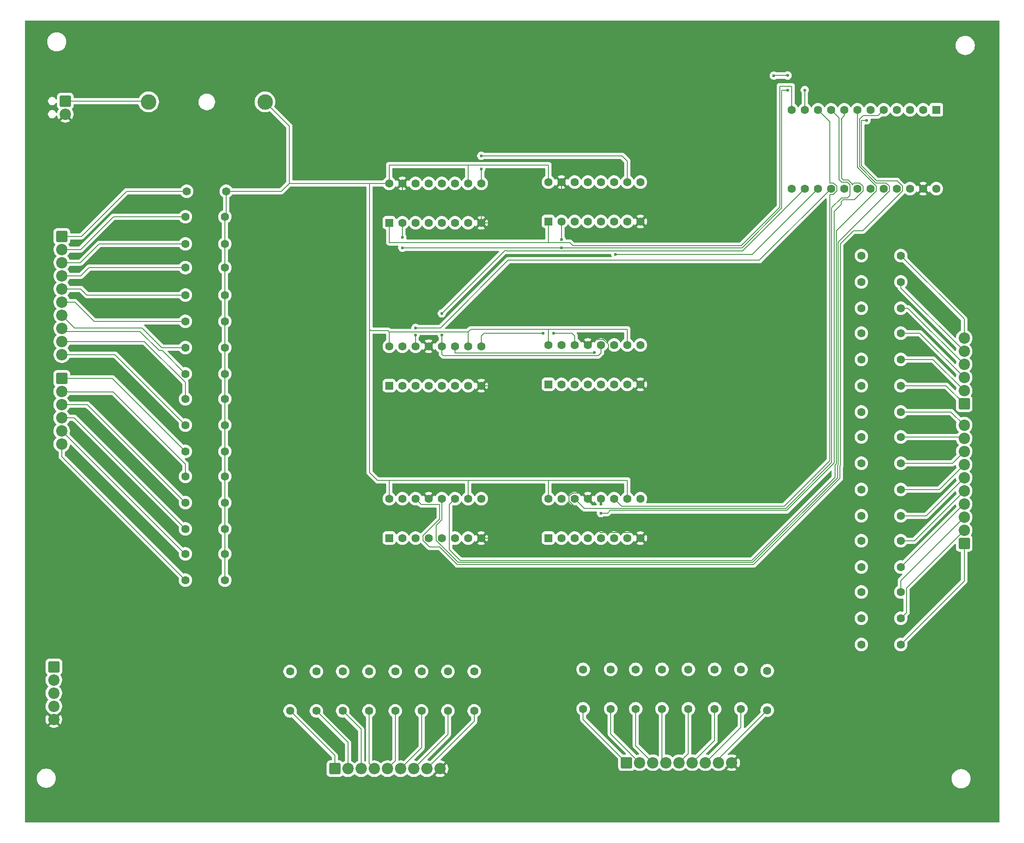
<source format=gbr>
%TF.GenerationSoftware,KiCad,Pcbnew,9.0.3*%
%TF.CreationDate,2025-09-10T19:37:44+02:00*%
%TF.ProjectId,expressionAndButtonsPCB,65787072-6573-4736-996f-6e416e644275,1.0.0*%
%TF.SameCoordinates,Original*%
%TF.FileFunction,Copper,L1,Top*%
%TF.FilePolarity,Positive*%
%FSLAX46Y46*%
G04 Gerber Fmt 4.6, Leading zero omitted, Abs format (unit mm)*
G04 Created by KiCad (PCBNEW 9.0.3) date 2025-09-10 19:37:44*
%MOMM*%
%LPD*%
G01*
G04 APERTURE LIST*
G04 Aperture macros list*
%AMRoundRect*
0 Rectangle with rounded corners*
0 $1 Rounding radius*
0 $2 $3 $4 $5 $6 $7 $8 $9 X,Y pos of 4 corners*
0 Add a 4 corners polygon primitive as box body*
4,1,4,$2,$3,$4,$5,$6,$7,$8,$9,$2,$3,0*
0 Add four circle primitives for the rounded corners*
1,1,$1+$1,$2,$3*
1,1,$1+$1,$4,$5*
1,1,$1+$1,$6,$7*
1,1,$1+$1,$8,$9*
0 Add four rect primitives between the rounded corners*
20,1,$1+$1,$2,$3,$4,$5,0*
20,1,$1+$1,$4,$5,$6,$7,0*
20,1,$1+$1,$6,$7,$8,$9,0*
20,1,$1+$1,$8,$9,$2,$3,0*%
G04 Aperture macros list end*
%TA.AperFunction,ComponentPad*%
%ADD10C,3.000000*%
%TD*%
%TA.AperFunction,ComponentPad*%
%ADD11C,1.600000*%
%TD*%
%TA.AperFunction,ComponentPad*%
%ADD12RoundRect,0.250000X0.550000X-0.550000X0.550000X0.550000X-0.550000X0.550000X-0.550000X-0.550000X0*%
%TD*%
%TA.AperFunction,ComponentPad*%
%ADD13RoundRect,0.249999X0.850001X-0.850001X0.850001X0.850001X-0.850001X0.850001X-0.850001X-0.850001X0*%
%TD*%
%TA.AperFunction,ComponentPad*%
%ADD14C,2.200000*%
%TD*%
%TA.AperFunction,ComponentPad*%
%ADD15RoundRect,0.249999X-0.850001X-0.850001X0.850001X-0.850001X0.850001X0.850001X-0.850001X0.850001X0*%
%TD*%
%TA.AperFunction,ComponentPad*%
%ADD16R,1.600000X1.600000*%
%TD*%
%TA.AperFunction,ComponentPad*%
%ADD17RoundRect,0.249999X-0.850001X0.850001X-0.850001X-0.850001X0.850001X-0.850001X0.850001X0.850001X0*%
%TD*%
%TA.AperFunction,ViaPad*%
%ADD18C,0.600000*%
%TD*%
%TA.AperFunction,Conductor*%
%ADD19C,0.200000*%
%TD*%
G04 APERTURE END LIST*
D10*
%TO.P,F1,1*%
%TO.N,+5V*%
X56642000Y-41148000D03*
%TO.P,F1,2*%
%TO.N,Net-(Cresc1-VCC)*%
X79142000Y-41148000D03*
%TD*%
D11*
%TO.P,R10,1*%
%TO.N,Net-(IN2-D1)*%
X63754000Y-103632000D03*
%TO.P,R10,2*%
%TO.N,Net-(Cresc1-VCC)*%
X71374000Y-103632000D03*
%TD*%
%TO.P,R24,1*%
%TO.N,Net-(Cresc1-QH)*%
X194310000Y-110998000D03*
%TO.P,R24,2*%
%TO.N,Net-(J3-Pin_8)*%
X201930000Y-110998000D03*
%TD*%
D12*
%TO.P,Cresc2,1,QB*%
%TO.N,Net-(Cresc2-QB)*%
X133858000Y-95758000D03*
D11*
%TO.P,Cresc2,2,QC*%
%TO.N,Net-(Cresc2-QC)*%
X136398000Y-95758000D03*
%TO.P,Cresc2,3,QD*%
%TO.N,Net-(Cresc2-QD)*%
X138938000Y-95758000D03*
%TO.P,Cresc2,4,QE*%
%TO.N,Net-(Cresc2-QE)*%
X141478000Y-95758000D03*
%TO.P,Cresc2,5,QF*%
%TO.N,Net-(Cresc2-QF)*%
X144018000Y-95758000D03*
%TO.P,Cresc2,6,QG*%
%TO.N,Net-(Cresc2-QG)*%
X146558000Y-95758000D03*
%TO.P,Cresc2,7,QH*%
%TO.N,Net-(Cresc2-QH)*%
X149098000Y-95758000D03*
%TO.P,Cresc2,8,GND*%
%TO.N,GND*%
X151638000Y-95758000D03*
%TO.P,Cresc2,9,QH'*%
%TO.N,unconnected-(Cresc2-QH'-Pad9)*%
X151638000Y-88138000D03*
%TO.P,Cresc2,10,~{SRCLR}*%
%TO.N,Net-(Cresc1-VCC)*%
X149098000Y-88138000D03*
%TO.P,Cresc2,11,SRCLK*%
%TO.N,Net-(Cresc1-SRCLK)*%
X146558000Y-88138000D03*
%TO.P,Cresc2,12,RCLK*%
%TO.N,Net-(Cresc1-RCLK)*%
X144018000Y-88138000D03*
%TO.P,Cresc2,13,~{OE}*%
%TO.N,GND*%
X141478000Y-88138000D03*
%TO.P,Cresc2,14,SER*%
%TO.N,Net-(Cresc1-QH')*%
X138938000Y-88138000D03*
%TO.P,Cresc2,15,QA*%
%TO.N,Net-(Cresc2-QA)*%
X136398000Y-88138000D03*
%TO.P,Cresc2,16,VCC*%
%TO.N,Net-(Cresc1-VCC)*%
X133858000Y-88138000D03*
%TD*%
D13*
%TO.P,J7,1,Pin_1*%
%TO.N,Net-(J7-Pin_1)*%
X214175000Y-99525000D03*
D14*
%TO.P,J7,2,Pin_2*%
%TO.N,Net-(J7-Pin_2)*%
X214175000Y-96985000D03*
%TO.P,J7,3,Pin_3*%
%TO.N,Net-(J7-Pin_3)*%
X214175000Y-94445000D03*
%TO.P,J7,4,Pin_4*%
%TO.N,Net-(J7-Pin_4)*%
X214175000Y-91905000D03*
%TO.P,J7,5,Pin_5*%
%TO.N,Net-(J7-Pin_5)*%
X214175000Y-89365000D03*
%TO.P,J7,6,Pin_6*%
%TO.N,Net-(J7-Pin_6)*%
X214175000Y-86825000D03*
%TD*%
D13*
%TO.P,J3,1,Pin_1*%
%TO.N,Net-(J3-Pin_1)*%
X214175000Y-126510000D03*
D14*
%TO.P,J3,2,Pin_2*%
%TO.N,Net-(J3-Pin_2)*%
X214175000Y-123970000D03*
%TO.P,J3,3,Pin_3*%
%TO.N,Net-(J3-Pin_3)*%
X214175000Y-121430000D03*
%TO.P,J3,4,Pin_4*%
%TO.N,Net-(J3-Pin_4)*%
X214175000Y-118890000D03*
%TO.P,J3,5,Pin_5*%
%TO.N,Net-(J3-Pin_5)*%
X214175000Y-116350000D03*
%TO.P,J3,6,Pin_6*%
%TO.N,Net-(J3-Pin_6)*%
X214175000Y-113810000D03*
%TO.P,J3,7,Pin_7*%
%TO.N,Net-(J3-Pin_7)*%
X214175000Y-111270000D03*
%TO.P,J3,8,Pin_8*%
%TO.N,Net-(J3-Pin_8)*%
X214175000Y-108730000D03*
%TO.P,J3,9,Pin_9*%
%TO.N,Net-(J3-Pin_9)*%
X214175000Y-106190000D03*
%TO.P,J3,10,Pin_10*%
%TO.N,Net-(J3-Pin_10)*%
X214175000Y-103650000D03*
%TD*%
D11*
%TO.P,R15,1*%
%TO.N,Net-(IN2-D6)*%
X63754000Y-128524000D03*
%TO.P,R15,2*%
%TO.N,Net-(Cresc1-VCC)*%
X71374000Y-128524000D03*
%TD*%
%TO.P,R44,1*%
%TO.N,Net-(E2-QD)*%
X155820000Y-150865000D03*
%TO.P,R44,2*%
%TO.N,Net-(J5-Pin_4)*%
X155820000Y-158485000D03*
%TD*%
%TO.P,R34,1*%
%TO.N,Net-(E1-QB)*%
X89055000Y-151265000D03*
%TO.P,R34,2*%
%TO.N,Net-(J4-Pin_2)*%
X89055000Y-158885000D03*
%TD*%
D15*
%TO.P,J5,1,Pin_1*%
%TO.N,Net-(J5-Pin_1)*%
X148962000Y-168899000D03*
D14*
%TO.P,J5,2,Pin_2*%
%TO.N,Net-(J5-Pin_2)*%
X151502000Y-168899000D03*
%TO.P,J5,3,Pin_3*%
%TO.N,Net-(J5-Pin_3)*%
X154042000Y-168899000D03*
%TO.P,J5,4,Pin_4*%
%TO.N,Net-(J5-Pin_4)*%
X156582000Y-168899000D03*
%TO.P,J5,5,Pin_5*%
%TO.N,Net-(J5-Pin_5)*%
X159122000Y-168899000D03*
%TO.P,J5,6,Pin_6*%
%TO.N,Net-(J5-Pin_6)*%
X161662000Y-168899000D03*
%TO.P,J5,7,Pin_7*%
%TO.N,Net-(J5-Pin_7)*%
X164202000Y-168899000D03*
%TO.P,J5,8,Pin_8*%
%TO.N,Net-(J5-Pin_8)*%
X166742000Y-168899000D03*
%TO.P,J5,9,Pin_9*%
%TO.N,GND*%
X169282000Y-168899000D03*
%TD*%
D11*
%TO.P,R1,1*%
%TO.N,Net-(IN1-D0)*%
X64008000Y-58420000D03*
%TO.P,R1,2*%
%TO.N,Net-(Cresc1-VCC)*%
X71628000Y-58420000D03*
%TD*%
D15*
%TO.P,J4,1,Pin_1*%
%TO.N,Net-(J4-Pin_1)*%
X92611000Y-170061000D03*
D14*
%TO.P,J4,2,Pin_2*%
%TO.N,Net-(J4-Pin_2)*%
X95151000Y-170061000D03*
%TO.P,J4,3,Pin_3*%
%TO.N,Net-(J4-Pin_3)*%
X97691000Y-170061000D03*
%TO.P,J4,4,Pin_4*%
%TO.N,Net-(J4-Pin_4)*%
X100231000Y-170061000D03*
%TO.P,J4,5,Pin_5*%
%TO.N,Net-(J4-Pin_5)*%
X102771000Y-170061000D03*
%TO.P,J4,6,Pin_6*%
%TO.N,Net-(J4-Pin_6)*%
X105311000Y-170061000D03*
%TO.P,J4,7,Pin_7*%
%TO.N,Net-(J4-Pin_7)*%
X107851000Y-170061000D03*
%TO.P,J4,8,Pin_8*%
%TO.N,Net-(J4-Pin_8)*%
X110391000Y-170061000D03*
%TO.P,J4,9,Pin_9*%
%TO.N,GND*%
X112931000Y-170061000D03*
%TD*%
D11*
%TO.P,R3,1*%
%TO.N,Net-(IN1-D2)*%
X63754000Y-68594000D03*
%TO.P,R3,2*%
%TO.N,Net-(Cresc1-VCC)*%
X71374000Y-68594000D03*
%TD*%
D12*
%TO.P,Cresc1,1,QB*%
%TO.N,Net-(Cresc1-QB)*%
X103124000Y-96007000D03*
D11*
%TO.P,Cresc1,2,QC*%
%TO.N,Net-(Cresc1-QC)*%
X105664000Y-96007000D03*
%TO.P,Cresc1,3,QD*%
%TO.N,Net-(Cresc1-QD)*%
X108204000Y-96007000D03*
%TO.P,Cresc1,4,QE*%
%TO.N,Net-(Cresc1-QE)*%
X110744000Y-96007000D03*
%TO.P,Cresc1,5,QF*%
%TO.N,Net-(Cresc1-QF)*%
X113284000Y-96007000D03*
%TO.P,Cresc1,6,QG*%
%TO.N,Net-(Cresc1-QG)*%
X115824000Y-96007000D03*
%TO.P,Cresc1,7,QH*%
%TO.N,Net-(Cresc1-QH)*%
X118364000Y-96007000D03*
%TO.P,Cresc1,8,GND*%
%TO.N,GND*%
X120904000Y-96007000D03*
%TO.P,Cresc1,9,QH'*%
%TO.N,Net-(Cresc1-QH')*%
X120904000Y-88387000D03*
%TO.P,Cresc1,10,~{SRCLR}*%
%TO.N,Net-(Cresc1-VCC)*%
X118364000Y-88387000D03*
%TO.P,Cresc1,11,SRCLK*%
%TO.N,Net-(Cresc1-SRCLK)*%
X115824000Y-88387000D03*
%TO.P,Cresc1,12,RCLK*%
%TO.N,Net-(Cresc1-RCLK)*%
X113284000Y-88387000D03*
%TO.P,Cresc1,13,~{OE}*%
%TO.N,GND*%
X110744000Y-88387000D03*
%TO.P,Cresc1,14,SER*%
%TO.N,Net-(Cresc1-SER)*%
X108204000Y-88387000D03*
%TO.P,Cresc1,15,QA*%
%TO.N,Net-(Cresc1-QA)*%
X105664000Y-88387000D03*
%TO.P,Cresc1,16,VCC*%
%TO.N,Net-(Cresc1-VCC)*%
X103124000Y-88387000D03*
%TD*%
%TO.P,R40,1*%
%TO.N,Net-(E1-QH)*%
X119535000Y-151265000D03*
%TO.P,R40,2*%
%TO.N,Net-(J4-Pin_8)*%
X119535000Y-158885000D03*
%TD*%
%TO.P,R19,1*%
%TO.N,Net-(Cresc1-QC)*%
X194310000Y-135890000D03*
%TO.P,R19,2*%
%TO.N,Net-(J3-Pin_3)*%
X201930000Y-135890000D03*
%TD*%
%TO.P,R48,1*%
%TO.N,Net-(E2-QH)*%
X176140000Y-151119000D03*
%TO.P,R48,2*%
%TO.N,Net-(J5-Pin_8)*%
X176140000Y-158739000D03*
%TD*%
D16*
%TO.P,U2,1,TX*%
%TO.N,unconnected-(U2-TX-Pad1)*%
X208788000Y-42672000D03*
D11*
%TO.P,U2,2,RX*%
%TO.N,unconnected-(U2-RX-Pad2)*%
X206248000Y-42672000D03*
%TO.P,U2,3,GND*%
%TO.N,unconnected-(U2-GND-Pad3)*%
X203708000Y-42672000D03*
%TO.P,U2,4,GND*%
%TO.N,unconnected-(U2-GND-Pad4)*%
X201168000Y-42672000D03*
%TO.P,U2,5,SDA*%
%TO.N,Net-(E1-RCLK)*%
X198628000Y-42672000D03*
%TO.P,U2,6,SCL*%
%TO.N,Net-(E1-SER)*%
X196088000Y-42672000D03*
%TO.P,U2,7,D4*%
%TO.N,Net-(E1-SRCLK)*%
X193548000Y-42672000D03*
%TO.P,U2,8,C6*%
%TO.N,Net-(E2-RCLK)*%
X191008000Y-42672000D03*
%TO.P,U2,9,D7*%
%TO.N,Net-(E2-SER)*%
X188468000Y-42672000D03*
%TO.P,U2,10,E6*%
%TO.N,Net-(E2-SRCLK)*%
X185928000Y-42672000D03*
%TO.P,U2,11,B4*%
%TO.N,Net-(IN1-CP)*%
X183388000Y-42672000D03*
%TO.P,U2,12,B5*%
%TO.N,Net-(IN1-~{PL})*%
X180848000Y-42672000D03*
%TO.P,U2,13,B6*%
%TO.N,Net-(IN2-Q7)*%
X180848000Y-57912000D03*
%TO.P,U2,14,B2*%
%TO.N,Net-(Cresc1-RCLK)*%
X183388000Y-57912000D03*
%TO.P,U2,15,B3*%
%TO.N,Net-(Cresc1-SRCLK)*%
X185928000Y-57912000D03*
%TO.P,U2,16,B1*%
%TO.N,Net-(Cresc1-SER)*%
X188468000Y-57912000D03*
%TO.P,U2,17,F7*%
%TO.N,Net-(J6-Pin_1)*%
X191008000Y-57912000D03*
%TO.P,U2,18,F6*%
%TO.N,Net-(J6-Pin_2)*%
X193548000Y-57912000D03*
%TO.P,U2,19,F5*%
%TO.N,Net-(J6-Pin_3)*%
X196088000Y-57912000D03*
%TO.P,U2,20,F4*%
%TO.N,unconnected-(U2-F4-Pad20)*%
X198628000Y-57912000D03*
%TO.P,U2,21,VCC*%
%TO.N,unconnected-(U2-VCC-Pad21)*%
X201168000Y-57912000D03*
%TO.P,U2,22,RST*%
%TO.N,unconnected-(U2-RST-Pad22)*%
X203708000Y-57912000D03*
%TO.P,U2,23,GND*%
%TO.N,GND*%
X206248000Y-57912000D03*
%TO.P,U2,24,RAW*%
%TO.N,unconnected-(U2-RAW-Pad24)*%
X208788000Y-57912000D03*
%TD*%
%TO.P,R25,1*%
%TO.N,Net-(Cresc2-QA)*%
X194310000Y-105918000D03*
%TO.P,R25,2*%
%TO.N,Net-(J3-Pin_9)*%
X201930000Y-105918000D03*
%TD*%
%TO.P,R21,1*%
%TO.N,Net-(Cresc1-QE)*%
X194310000Y-125984000D03*
%TO.P,R21,2*%
%TO.N,Net-(J3-Pin_5)*%
X201930000Y-125984000D03*
%TD*%
%TO.P,R35,1*%
%TO.N,Net-(E1-QC)*%
X94135000Y-151265000D03*
%TO.P,R35,2*%
%TO.N,Net-(J4-Pin_3)*%
X94135000Y-158885000D03*
%TD*%
%TO.P,R39,1*%
%TO.N,Net-(E1-QG)*%
X114455000Y-151265000D03*
%TO.P,R39,2*%
%TO.N,Net-(J4-Pin_7)*%
X114455000Y-158885000D03*
%TD*%
%TO.P,R23,1*%
%TO.N,Net-(Cresc1-QG)*%
X194310000Y-116078000D03*
%TO.P,R23,2*%
%TO.N,Net-(J3-Pin_7)*%
X201930000Y-116078000D03*
%TD*%
%TO.P,R32,1*%
%TO.N,Net-(Cresc2-QH)*%
X194310000Y-70866000D03*
%TO.P,R32,2*%
%TO.N,Net-(J7-Pin_6)*%
X201930000Y-70866000D03*
%TD*%
%TO.P,R37,1*%
%TO.N,Net-(E1-QE)*%
X104295000Y-151265000D03*
%TO.P,R37,2*%
%TO.N,Net-(J4-Pin_5)*%
X104295000Y-158885000D03*
%TD*%
D12*
%TO.P,IN1,1,~{PL}*%
%TO.N,Net-(IN1-~{PL})*%
X103124000Y-64516000D03*
D11*
%TO.P,IN1,2,CP*%
%TO.N,Net-(IN1-CP)*%
X105664000Y-64516000D03*
%TO.P,IN1,3,D4*%
%TO.N,Net-(IN1-D4)*%
X108204000Y-64516000D03*
%TO.P,IN1,4,D5*%
%TO.N,Net-(IN1-D5)*%
X110744000Y-64516000D03*
%TO.P,IN1,5,D6*%
%TO.N,Net-(IN1-D6)*%
X113284000Y-64516000D03*
%TO.P,IN1,6,D7*%
%TO.N,Net-(IN1-D7)*%
X115824000Y-64516000D03*
%TO.P,IN1,7,~{Q7}*%
%TO.N,unconnected-(IN1-~{Q7}-Pad7)*%
X118364000Y-64516000D03*
%TO.P,IN1,8,GND*%
%TO.N,GND*%
X120904000Y-64516000D03*
%TO.P,IN1,9,Q7*%
%TO.N,Net-(IN1-Q7)*%
X120904000Y-56896000D03*
%TO.P,IN1,10,DS*%
%TO.N,Net-(Cresc1-VCC)*%
X118364000Y-56896000D03*
%TO.P,IN1,11,D0*%
%TO.N,Net-(IN1-D0)*%
X115824000Y-56896000D03*
%TO.P,IN1,12,D1*%
%TO.N,Net-(IN1-D1)*%
X113284000Y-56896000D03*
%TO.P,IN1,13,D2*%
%TO.N,Net-(IN1-D2)*%
X110744000Y-56896000D03*
%TO.P,IN1,14,D3*%
%TO.N,Net-(IN1-D3)*%
X108204000Y-56896000D03*
%TO.P,IN1,15,~{CE}*%
%TO.N,GND*%
X105664000Y-56896000D03*
%TO.P,IN1,16,VCC*%
%TO.N,Net-(Cresc1-VCC)*%
X103124000Y-56896000D03*
%TD*%
%TO.P,R31,1*%
%TO.N,Net-(Cresc2-QG)*%
X194310000Y-75946000D03*
%TO.P,R31,2*%
%TO.N,Net-(J7-Pin_5)*%
X201930000Y-75946000D03*
%TD*%
%TO.P,R46,1*%
%TO.N,Net-(E2-QF)*%
X165980000Y-150865000D03*
%TO.P,R46,2*%
%TO.N,Net-(J5-Pin_6)*%
X165980000Y-158485000D03*
%TD*%
D17*
%TO.P,J1,1,Pin_1*%
%TO.N,+5V*%
X40557500Y-40980000D03*
D14*
%TO.P,J1,2,Pin_2*%
%TO.N,GND*%
X40557500Y-43520000D03*
%TD*%
D11*
%TO.P,R11,1*%
%TO.N,Net-(IN2-D2)*%
X63754000Y-108712000D03*
%TO.P,R11,2*%
%TO.N,Net-(Cresc1-VCC)*%
X71374000Y-108712000D03*
%TD*%
D12*
%TO.P,IN2,1,~{PL}*%
%TO.N,Net-(IN1-~{PL})*%
X133858000Y-64262000D03*
D11*
%TO.P,IN2,2,CP*%
%TO.N,Net-(IN1-CP)*%
X136398000Y-64262000D03*
%TO.P,IN2,3,D4*%
%TO.N,Net-(IN2-D4)*%
X138938000Y-64262000D03*
%TO.P,IN2,4,D5*%
%TO.N,Net-(IN2-D5)*%
X141478000Y-64262000D03*
%TO.P,IN2,5,D6*%
%TO.N,Net-(IN2-D6)*%
X144018000Y-64262000D03*
%TO.P,IN2,6,D7*%
%TO.N,Net-(IN2-D7)*%
X146558000Y-64262000D03*
%TO.P,IN2,7,~{Q7}*%
%TO.N,unconnected-(IN2-~{Q7}-Pad7)*%
X149098000Y-64262000D03*
%TO.P,IN2,8,GND*%
%TO.N,GND*%
X151638000Y-64262000D03*
%TO.P,IN2,9,Q7*%
%TO.N,Net-(IN2-Q7)*%
X151638000Y-56642000D03*
%TO.P,IN2,10,DS*%
%TO.N,Net-(IN1-Q7)*%
X149098000Y-56642000D03*
%TO.P,IN2,11,D0*%
%TO.N,Net-(IN2-D0)*%
X146558000Y-56642000D03*
%TO.P,IN2,12,D1*%
%TO.N,Net-(IN2-D1)*%
X144018000Y-56642000D03*
%TO.P,IN2,13,D2*%
%TO.N,Net-(IN2-D2)*%
X141478000Y-56642000D03*
%TO.P,IN2,14,D3*%
%TO.N,Net-(IN2-D3)*%
X138938000Y-56642000D03*
%TO.P,IN2,15,~{CE}*%
%TO.N,GND*%
X136398000Y-56642000D03*
%TO.P,IN2,16,VCC*%
%TO.N,Net-(Cresc1-VCC)*%
X133858000Y-56642000D03*
%TD*%
%TO.P,R5,1*%
%TO.N,Net-(IN1-D4)*%
X63754000Y-78486000D03*
%TO.P,R5,2*%
%TO.N,Net-(Cresc1-VCC)*%
X71374000Y-78486000D03*
%TD*%
%TO.P,R42,1*%
%TO.N,Net-(E2-QB)*%
X145914000Y-150865000D03*
%TO.P,R42,2*%
%TO.N,Net-(J5-Pin_2)*%
X145914000Y-158485000D03*
%TD*%
%TO.P,R47,1*%
%TO.N,Net-(E2-QG)*%
X171060000Y-150865000D03*
%TO.P,R47,2*%
%TO.N,Net-(J5-Pin_7)*%
X171060000Y-158485000D03*
%TD*%
%TO.P,R33,1*%
%TO.N,Net-(E1-QA)*%
X83975000Y-151265000D03*
%TO.P,R33,2*%
%TO.N,Net-(J4-Pin_1)*%
X83975000Y-158885000D03*
%TD*%
%TO.P,R18,1*%
%TO.N,Net-(Cresc1-QB)*%
X194310000Y-140970000D03*
%TO.P,R18,2*%
%TO.N,Net-(J3-Pin_2)*%
X201930000Y-140970000D03*
%TD*%
%TO.P,R16,1*%
%TO.N,Net-(IN2-D7)*%
X63754000Y-133604000D03*
%TO.P,R16,2*%
%TO.N,Net-(Cresc1-VCC)*%
X71374000Y-133604000D03*
%TD*%
%TO.P,R6,1*%
%TO.N,Net-(IN1-D5)*%
X63754000Y-83566000D03*
%TO.P,R6,2*%
%TO.N,Net-(Cresc1-VCC)*%
X71374000Y-83566000D03*
%TD*%
%TO.P,R7,1*%
%TO.N,Net-(IN1-D6)*%
X63754000Y-88646000D03*
%TO.P,R7,2*%
%TO.N,Net-(Cresc1-VCC)*%
X71374000Y-88646000D03*
%TD*%
%TO.P,R26,1*%
%TO.N,Net-(Cresc2-QB)*%
X194310000Y-101092000D03*
%TO.P,R26,2*%
%TO.N,Net-(J3-Pin_10)*%
X201930000Y-101092000D03*
%TD*%
%TO.P,R30,1*%
%TO.N,Net-(Cresc2-QF)*%
X194310000Y-81026000D03*
%TO.P,R30,2*%
%TO.N,Net-(J7-Pin_4)*%
X201930000Y-81026000D03*
%TD*%
%TO.P,R12,1*%
%TO.N,Net-(IN2-D3)*%
X63754000Y-113538000D03*
%TO.P,R12,2*%
%TO.N,Net-(Cresc1-VCC)*%
X71374000Y-113538000D03*
%TD*%
%TO.P,R41,1*%
%TO.N,Net-(E2-QA)*%
X140580000Y-150865000D03*
%TO.P,R41,2*%
%TO.N,Net-(J5-Pin_1)*%
X140580000Y-158485000D03*
%TD*%
%TO.P,R9,1*%
%TO.N,Net-(IN2-D0)*%
X63754000Y-98552000D03*
%TO.P,R9,2*%
%TO.N,Net-(Cresc1-VCC)*%
X71374000Y-98552000D03*
%TD*%
%TO.P,R13,1*%
%TO.N,Net-(IN2-D4)*%
X63754000Y-118618000D03*
%TO.P,R13,2*%
%TO.N,Net-(Cresc1-VCC)*%
X71374000Y-118618000D03*
%TD*%
D12*
%TO.P,E1,1,QB*%
%TO.N,Net-(E1-QB)*%
X103124000Y-125476000D03*
D11*
%TO.P,E1,2,QC*%
%TO.N,Net-(E1-QC)*%
X105664000Y-125476000D03*
%TO.P,E1,3,QD*%
%TO.N,Net-(E1-QD)*%
X108204000Y-125476000D03*
%TO.P,E1,4,QE*%
%TO.N,Net-(E1-QE)*%
X110744000Y-125476000D03*
%TO.P,E1,5,QF*%
%TO.N,Net-(E1-QF)*%
X113284000Y-125476000D03*
%TO.P,E1,6,QG*%
%TO.N,Net-(E1-QG)*%
X115824000Y-125476000D03*
%TO.P,E1,7,QH*%
%TO.N,Net-(E1-QH)*%
X118364000Y-125476000D03*
%TO.P,E1,8,GND*%
%TO.N,GND*%
X120904000Y-125476000D03*
%TO.P,E1,9,QH'*%
%TO.N,unconnected-(E1-QH'-Pad9)*%
X120904000Y-117856000D03*
%TO.P,E1,10,~{SRCLR}*%
%TO.N,Net-(Cresc1-VCC)*%
X118364000Y-117856000D03*
%TO.P,E1,11,SRCLK*%
%TO.N,Net-(E1-SRCLK)*%
X115824000Y-117856000D03*
%TO.P,E1,12,RCLK*%
%TO.N,Net-(E1-RCLK)*%
X113284000Y-117856000D03*
%TO.P,E1,13,~{OE}*%
%TO.N,GND*%
X110744000Y-117856000D03*
%TO.P,E1,14,SER*%
%TO.N,Net-(E1-SER)*%
X108204000Y-117856000D03*
%TO.P,E1,15,QA*%
%TO.N,Net-(E1-QA)*%
X105664000Y-117856000D03*
%TO.P,E1,16,VCC*%
%TO.N,Net-(Cresc1-VCC)*%
X103124000Y-117856000D03*
%TD*%
%TO.P,R22,1*%
%TO.N,Net-(Cresc1-QF)*%
X194310000Y-121158000D03*
%TO.P,R22,2*%
%TO.N,Net-(J3-Pin_6)*%
X201930000Y-121158000D03*
%TD*%
%TO.P,R17,1*%
%TO.N,Net-(Cresc1-QA)*%
X194310000Y-146050000D03*
%TO.P,R17,2*%
%TO.N,Net-(J3-Pin_1)*%
X201930000Y-146050000D03*
%TD*%
%TO.P,R14,1*%
%TO.N,Net-(IN2-D5)*%
X63754000Y-123698000D03*
%TO.P,R14,2*%
%TO.N,Net-(Cresc1-VCC)*%
X71374000Y-123698000D03*
%TD*%
%TO.P,R36,1*%
%TO.N,Net-(E1-QD)*%
X99215000Y-151265000D03*
%TO.P,R36,2*%
%TO.N,Net-(J4-Pin_4)*%
X99215000Y-158885000D03*
%TD*%
%TO.P,R38,1*%
%TO.N,Net-(E1-QF)*%
X109375000Y-151265000D03*
%TO.P,R38,2*%
%TO.N,Net-(J4-Pin_6)*%
X109375000Y-158885000D03*
%TD*%
%TO.P,R29,1*%
%TO.N,Net-(Cresc2-QE)*%
X194310000Y-85852000D03*
%TO.P,R29,2*%
%TO.N,Net-(J7-Pin_3)*%
X201930000Y-85852000D03*
%TD*%
%TO.P,R8,1*%
%TO.N,Net-(IN1-D7)*%
X63754000Y-93726000D03*
%TO.P,R8,2*%
%TO.N,Net-(Cresc1-VCC)*%
X71374000Y-93726000D03*
%TD*%
%TO.P,R27,1*%
%TO.N,Net-(Cresc2-QC)*%
X194310000Y-96012000D03*
%TO.P,R27,2*%
%TO.N,Net-(J7-Pin_1)*%
X201930000Y-96012000D03*
%TD*%
%TO.P,R28,1*%
%TO.N,Net-(Cresc2-QD)*%
X194310000Y-90932000D03*
%TO.P,R28,2*%
%TO.N,Net-(J7-Pin_2)*%
X201930000Y-90932000D03*
%TD*%
D17*
%TO.P,J6,1,Pin_1*%
%TO.N,Net-(J6-Pin_1)*%
X38354000Y-150368000D03*
D14*
%TO.P,J6,2,Pin_2*%
%TO.N,Net-(J6-Pin_2)*%
X38354000Y-152908000D03*
%TO.P,J6,3,Pin_3*%
%TO.N,Net-(J6-Pin_3)*%
X38354000Y-155448000D03*
%TO.P,J6,4,Pin_4*%
%TO.N,Net-(Cresc1-VCC)*%
X38354000Y-157988000D03*
%TO.P,J6,5,Pin_5*%
%TO.N,GND*%
X38354000Y-160528000D03*
%TD*%
D12*
%TO.P,E2,1,QB*%
%TO.N,Net-(E2-QB)*%
X133858000Y-125476000D03*
D11*
%TO.P,E2,2,QC*%
%TO.N,Net-(E2-QC)*%
X136398000Y-125476000D03*
%TO.P,E2,3,QD*%
%TO.N,Net-(E2-QD)*%
X138938000Y-125476000D03*
%TO.P,E2,4,QE*%
%TO.N,Net-(E2-QE)*%
X141478000Y-125476000D03*
%TO.P,E2,5,QF*%
%TO.N,Net-(E2-QF)*%
X144018000Y-125476000D03*
%TO.P,E2,6,QG*%
%TO.N,Net-(E2-QG)*%
X146558000Y-125476000D03*
%TO.P,E2,7,QH*%
%TO.N,Net-(E2-QH)*%
X149098000Y-125476000D03*
%TO.P,E2,8,GND*%
%TO.N,GND*%
X151638000Y-125476000D03*
%TO.P,E2,9,QH'*%
%TO.N,unconnected-(E2-QH'-Pad9)*%
X151638000Y-117856000D03*
%TO.P,E2,10,~{SRCLR}*%
%TO.N,Net-(Cresc1-VCC)*%
X149098000Y-117856000D03*
%TO.P,E2,11,SRCLK*%
%TO.N,Net-(E2-SRCLK)*%
X146558000Y-117856000D03*
%TO.P,E2,12,RCLK*%
%TO.N,Net-(E2-RCLK)*%
X144018000Y-117856000D03*
%TO.P,E2,13,~{OE}*%
%TO.N,GND*%
X141478000Y-117856000D03*
%TO.P,E2,14,SER*%
%TO.N,Net-(E2-SER)*%
X138938000Y-117856000D03*
%TO.P,E2,15,QA*%
%TO.N,Net-(E2-QA)*%
X136398000Y-117856000D03*
%TO.P,E2,16,VCC*%
%TO.N,Net-(Cresc1-VCC)*%
X133858000Y-117856000D03*
%TD*%
%TO.P,R45,1*%
%TO.N,Net-(E2-QE)*%
X160900000Y-150865000D03*
%TO.P,R45,2*%
%TO.N,Net-(J5-Pin_5)*%
X160900000Y-158485000D03*
%TD*%
D17*
%TO.P,J2,1,Pin_1*%
%TO.N,Net-(IN2-D2)*%
X39875000Y-94600000D03*
D14*
%TO.P,J2,2,Pin_2*%
%TO.N,Net-(IN2-D3)*%
X39875000Y-97140000D03*
%TO.P,J2,3,Pin_3*%
%TO.N,Net-(IN2-D4)*%
X39875000Y-99680000D03*
%TO.P,J2,4,Pin_4*%
%TO.N,Net-(IN2-D5)*%
X39875000Y-102220000D03*
%TO.P,J2,5,Pin_5*%
%TO.N,Net-(IN2-D6)*%
X39875000Y-104760000D03*
%TO.P,J2,6,Pin_6*%
%TO.N,Net-(IN2-D7)*%
X39875000Y-107300000D03*
%TD*%
D11*
%TO.P,R2,1*%
%TO.N,Net-(IN1-D1)*%
X63754000Y-63344000D03*
%TO.P,R2,2*%
%TO.N,Net-(Cresc1-VCC)*%
X71374000Y-63344000D03*
%TD*%
%TO.P,R43,1*%
%TO.N,Net-(E2-QC)*%
X150740000Y-150865000D03*
%TO.P,R43,2*%
%TO.N,Net-(J5-Pin_3)*%
X150740000Y-158485000D03*
%TD*%
%TO.P,R20,1*%
%TO.N,Net-(Cresc1-QD)*%
X194310000Y-131064000D03*
%TO.P,R20,2*%
%TO.N,Net-(J3-Pin_4)*%
X201930000Y-131064000D03*
%TD*%
D17*
%TO.P,J9,1,Pin_1*%
%TO.N,Net-(IN1-D0)*%
X39900000Y-67145000D03*
D14*
%TO.P,J9,2,Pin_2*%
%TO.N,Net-(IN1-D1)*%
X39900000Y-69685000D03*
%TO.P,J9,3,Pin_3*%
%TO.N,Net-(IN1-D2)*%
X39900000Y-72225000D03*
%TO.P,J9,4,Pin_4*%
%TO.N,Net-(IN1-D3)*%
X39900000Y-74765000D03*
%TO.P,J9,5,Pin_5*%
%TO.N,Net-(IN1-D4)*%
X39900000Y-77305000D03*
%TO.P,J9,6,Pin_6*%
%TO.N,Net-(IN1-D5)*%
X39900000Y-79845000D03*
%TO.P,J9,7,Pin_7*%
%TO.N,Net-(IN1-D6)*%
X39900000Y-82385000D03*
%TO.P,J9,8,Pin_8*%
%TO.N,Net-(IN1-D7)*%
X39900000Y-84925000D03*
%TO.P,J9,9,Pin_9*%
%TO.N,Net-(IN2-D0)*%
X39900000Y-87465000D03*
%TO.P,J9,10,Pin_10*%
%TO.N,Net-(IN2-D1)*%
X39900000Y-90005000D03*
%TD*%
D11*
%TO.P,R4,1*%
%TO.N,Net-(IN1-D3)*%
X63754000Y-73194000D03*
%TO.P,R4,2*%
%TO.N,Net-(Cresc1-VCC)*%
X71374000Y-73194000D03*
%TD*%
D18*
%TO.N,Net-(Cresc1-SER)*%
X108204000Y-84836000D03*
X108204000Y-86198000D03*
%TO.N,Net-(Cresc1-SRCLK)*%
X146812000Y-70612000D03*
X142748000Y-89570000D03*
%TO.N,Net-(Cresc1-RCLK)*%
X113284000Y-82042000D03*
X113284000Y-86198000D03*
%TO.N,Net-(Cresc1-QH')*%
X134874000Y-85852000D03*
X132842000Y-85852000D03*
%TO.N,GND*%
X126492000Y-118872000D03*
X126492000Y-106172000D03*
%TO.N,Net-(IN1-CP)*%
X136398000Y-69342000D03*
X183388000Y-38862000D03*
X105664000Y-69342000D03*
X136398000Y-67726000D03*
X180086000Y-38862000D03*
X105664000Y-67310000D03*
%TO.N,Net-(IN2-Q7)*%
X180075000Y-36050000D03*
X177425000Y-36075000D03*
%TO.N,Net-(E2-RCLK)*%
X144018000Y-118872000D03*
X144018000Y-120650000D03*
%TO.N,Net-(E1-SER)*%
X195326000Y-44704000D03*
%TO.N,Net-(IN1-Q7)*%
X120904000Y-51562000D03*
X120904000Y-54102000D03*
%TD*%
D19*
%TO.N,Net-(Cresc1-SER)*%
X113030000Y-84836000D02*
X126111000Y-71755000D01*
X108204000Y-88387000D02*
X108204000Y-86198000D01*
X174625000Y-71755000D02*
X188468000Y-57912000D01*
X108204000Y-84836000D02*
X113030000Y-84836000D01*
X126111000Y-71755000D02*
X174625000Y-71755000D01*
%TO.N,Net-(Cresc1-VCC)*%
X83820000Y-45826000D02*
X83820000Y-56896000D01*
X118872000Y-85090000D02*
X133858000Y-85090000D01*
X99314000Y-56896000D02*
X103124000Y-56896000D01*
X71374000Y-103632000D02*
X71374000Y-98552000D01*
X99568000Y-85344000D02*
X102870000Y-85344000D01*
X118364000Y-53340000D02*
X133858000Y-53340000D01*
X133604000Y-114300000D02*
X133858000Y-114300000D01*
X71628000Y-58420000D02*
X71628000Y-63090000D01*
X71374000Y-128524000D02*
X71374000Y-123698000D01*
X71374000Y-73194000D02*
X71374000Y-68594000D01*
X110744000Y-114300000D02*
X118364000Y-114300000D01*
X83820000Y-56896000D02*
X82296000Y-58420000D01*
X71374000Y-113538000D02*
X71374000Y-108712000D01*
X118364000Y-114300000D02*
X133604000Y-114300000D01*
X99314000Y-112776000D02*
X100838000Y-114300000D01*
X118364000Y-56896000D02*
X118364000Y-53340000D01*
X141478000Y-85090000D02*
X149098000Y-85090000D01*
X71374000Y-88646000D02*
X71374000Y-83566000D01*
X71374000Y-118618000D02*
X71374000Y-113538000D01*
X71374000Y-108712000D02*
X71374000Y-103632000D01*
X99314000Y-85090000D02*
X99314000Y-112776000D01*
X99314000Y-85090000D02*
X99568000Y-85344000D01*
X82296000Y-58420000D02*
X71628000Y-58420000D01*
X118364000Y-85598000D02*
X118872000Y-85090000D01*
X71374000Y-93726000D02*
X71374000Y-88646000D01*
X102870000Y-85344000D02*
X103124000Y-85598000D01*
X133858000Y-115062000D02*
X133858000Y-114300000D01*
X71374000Y-68594000D02*
X71374000Y-63344000D01*
X133858000Y-115062000D02*
X133858000Y-117856000D01*
X118364000Y-85598000D02*
X118364000Y-88387000D01*
X71374000Y-83566000D02*
X71374000Y-78486000D01*
X71374000Y-78486000D02*
X71374000Y-73194000D01*
X103124000Y-85598000D02*
X110490000Y-85598000D01*
X83820000Y-56896000D02*
X99314000Y-56896000D01*
X141478000Y-114300000D02*
X149098000Y-114300000D01*
X118364000Y-53340000D02*
X103124000Y-53340000D01*
X71374000Y-133604000D02*
X71374000Y-128524000D01*
X133858000Y-114300000D02*
X141478000Y-114300000D01*
X71374000Y-98552000D02*
X71374000Y-93726000D01*
X110490000Y-85598000D02*
X118364000Y-85598000D01*
X100838000Y-114300000D02*
X103124000Y-114300000D01*
X118364000Y-114300000D02*
X118364000Y-117856000D01*
X133858000Y-53340000D02*
X133858000Y-56642000D01*
X149098000Y-114300000D02*
X149098000Y-117856000D01*
X149098000Y-85090000D02*
X149098000Y-88138000D01*
X133858000Y-85090000D02*
X133858000Y-88138000D01*
X71374000Y-123698000D02*
X71374000Y-118618000D01*
X71628000Y-63090000D02*
X71374000Y-63344000D01*
X141478000Y-85090000D02*
X133858000Y-85090000D01*
X79142000Y-41148000D02*
X83820000Y-45826000D01*
X103124000Y-85598000D02*
X103124000Y-88387000D01*
X103124000Y-114300000D02*
X103124000Y-117856000D01*
X103124000Y-114300000D02*
X110744000Y-114300000D01*
X99314000Y-56896000D02*
X99314000Y-85090000D01*
X103124000Y-53340000D02*
X103124000Y-56896000D01*
%TO.N,Net-(Cresc1-SRCLK)*%
X115824000Y-89662000D02*
X142656000Y-89662000D01*
X173228000Y-70612000D02*
X146812000Y-70612000D01*
X185928000Y-57912000D02*
X173228000Y-70612000D01*
X115824000Y-88387000D02*
X115824000Y-89662000D01*
X142656000Y-89662000D02*
X142748000Y-89570000D01*
%TO.N,Net-(Cresc1-RCLK)*%
X125730000Y-69850000D02*
X125823000Y-69943000D01*
X144018000Y-89662000D02*
X144018000Y-88138000D01*
X113284000Y-89916000D02*
X113538000Y-90170000D01*
X113284000Y-88387000D02*
X113284000Y-89916000D01*
X113284000Y-88387000D02*
X113284000Y-86198000D01*
X113284000Y-82042000D02*
X125476000Y-69850000D01*
X125823000Y-69943000D02*
X171357000Y-69943000D01*
X125476000Y-69850000D02*
X125730000Y-69850000D01*
X143510000Y-90170000D02*
X144018000Y-89662000D01*
X171357000Y-69943000D02*
X183388000Y-57912000D01*
X113538000Y-90170000D02*
X143510000Y-90170000D01*
%TO.N,Net-(Cresc1-QH')*%
X120904000Y-86360000D02*
X121412000Y-85852000D01*
X121412000Y-85852000D02*
X132842000Y-85852000D01*
X120904000Y-88387000D02*
X120904000Y-86360000D01*
X138938000Y-86360000D02*
X138938000Y-88138000D01*
X134874000Y-85852000D02*
X138430000Y-85852000D01*
X138430000Y-85852000D02*
X138938000Y-86360000D01*
%TO.N,GND*%
X137837000Y-118312050D02*
X143899950Y-124375000D01*
X150537000Y-124375000D02*
X151638000Y-125476000D01*
X120904000Y-61429000D02*
X120904000Y-64516000D01*
X105664000Y-56896000D02*
X105664000Y-58739000D01*
X140377000Y-116755000D02*
X138481950Y-116755000D01*
X138481950Y-116755000D02*
X137837000Y-117399950D01*
X120904000Y-64516000D02*
X130409000Y-64516000D01*
X132725000Y-62200000D02*
X135323000Y-62200000D01*
X137837000Y-117399950D02*
X137837000Y-118312050D01*
X142579000Y-87037000D02*
X144474050Y-87037000D01*
X125222000Y-125476000D02*
X126492000Y-124206000D01*
X143899950Y-124375000D02*
X150537000Y-124375000D01*
X145457000Y-89577000D02*
X151638000Y-95758000D01*
X126492000Y-99822000D02*
X126492000Y-106172000D01*
X106675000Y-59750000D02*
X119225000Y-59750000D01*
X145457000Y-88019950D02*
X145457000Y-89577000D01*
X126492000Y-124206000D02*
X126492000Y-118872000D01*
X119225000Y-59750000D02*
X120904000Y-61429000D01*
X136398000Y-61125000D02*
X136398000Y-56642000D01*
X105664000Y-58739000D02*
X106675000Y-59750000D01*
X141478000Y-88138000D02*
X142579000Y-87037000D01*
X120904000Y-96007000D02*
X122677000Y-96007000D01*
X135323000Y-62200000D02*
X136398000Y-61125000D01*
X141478000Y-117856000D02*
X140377000Y-116755000D01*
X122677000Y-96007000D02*
X126492000Y-99822000D01*
X144474050Y-87037000D02*
X145457000Y-88019950D01*
X120904000Y-64516000D02*
X119126000Y-66294000D01*
X120904000Y-125476000D02*
X125222000Y-125476000D01*
X130409000Y-64516000D02*
X132725000Y-62200000D01*
X39456500Y-46228000D02*
X39451500Y-46223000D01*
%TO.N,+5V*%
X56474000Y-40980000D02*
X56642000Y-41148000D01*
X40557500Y-40980000D02*
X56474000Y-40980000D01*
%TO.N,Net-(IN1-D0)*%
X63848000Y-58580000D02*
X64008000Y-58420000D01*
X43655000Y-67145000D02*
X52380000Y-58420000D01*
X52380000Y-58420000D02*
X64008000Y-58420000D01*
X39900000Y-67145000D02*
X43655000Y-67145000D01*
%TO.N,Net-(IN1-CP)*%
X171258000Y-69342000D02*
X178950000Y-61650000D01*
X183388000Y-38862000D02*
X183388000Y-42672000D01*
X178950000Y-38862000D02*
X180086000Y-38862000D01*
X136398000Y-69342000D02*
X171258000Y-69342000D01*
X105664000Y-64516000D02*
X105664000Y-67310000D01*
X105664000Y-69342000D02*
X136398000Y-69342000D01*
X136398000Y-67726000D02*
X136398000Y-64262000D01*
X178950000Y-61650000D02*
X178950000Y-38862000D01*
%TO.N,Net-(IN1-D7)*%
X58687500Y-89212500D02*
X54975000Y-85500000D01*
X54975000Y-85500000D02*
X40475000Y-85500000D01*
X40475000Y-85500000D02*
X39900000Y-84925000D01*
X59240500Y-89212500D02*
X58687500Y-89212500D01*
X63754000Y-93726000D02*
X59240500Y-89212500D01*
%TO.N,Net-(IN1-D5)*%
X46116000Y-83566000D02*
X63754000Y-83566000D01*
X42395000Y-79845000D02*
X46116000Y-83566000D01*
X39900000Y-79845000D02*
X42395000Y-79845000D01*
%TO.N,Net-(IN1-D6)*%
X39900000Y-82385000D02*
X42340000Y-84825000D01*
X55400000Y-84825000D02*
X59221000Y-88646000D01*
X63500000Y-88392000D02*
X63754000Y-88646000D01*
X59221000Y-88646000D02*
X63754000Y-88646000D01*
X42340000Y-84825000D02*
X55400000Y-84825000D01*
%TO.N,Net-(IN1-D2)*%
X47106000Y-68594000D02*
X63754000Y-68594000D01*
X63740000Y-68580000D02*
X63754000Y-68594000D01*
X43475000Y-72225000D02*
X47106000Y-68594000D01*
X39900000Y-72225000D02*
X43475000Y-72225000D01*
%TO.N,Net-(IN1-D3)*%
X43560000Y-74765000D02*
X45131000Y-73194000D01*
X63368000Y-73580000D02*
X63754000Y-73194000D01*
X39900000Y-74765000D02*
X43560000Y-74765000D01*
X45131000Y-73194000D02*
X63754000Y-73194000D01*
%TO.N,Net-(IN1-D4)*%
X39900000Y-77305000D02*
X43555000Y-77305000D01*
X43555000Y-77305000D02*
X44736000Y-78486000D01*
X44736000Y-78486000D02*
X63754000Y-78486000D01*
X63660000Y-78580000D02*
X63754000Y-78486000D01*
%TO.N,Net-(IN1-~{PL})*%
X133858000Y-68326000D02*
X137975000Y-68326000D01*
X137975000Y-68326000D02*
X138590000Y-68941000D01*
X180848000Y-38100000D02*
X180848000Y-42672000D01*
X103124000Y-68326000D02*
X133858000Y-68326000D01*
X138590000Y-68941000D02*
X171091900Y-68941000D01*
X178549000Y-61483900D02*
X178549000Y-38101000D01*
X171091900Y-68941000D02*
X178549000Y-61483900D01*
X133858000Y-68326000D02*
X133858000Y-64262000D01*
X178549000Y-38101000D02*
X178550000Y-38100000D01*
X178550000Y-38100000D02*
X180848000Y-38100000D01*
X103124000Y-64516000D02*
X103124000Y-68326000D01*
%TO.N,Net-(IN1-D1)*%
X39900000Y-69685000D02*
X43515000Y-69685000D01*
X43515000Y-69685000D02*
X49856000Y-63344000D01*
X49856000Y-63344000D02*
X63754000Y-63344000D01*
X63518000Y-63580000D02*
X63754000Y-63344000D01*
%TO.N,Net-(IN2-D0)*%
X55815000Y-87465000D02*
X63754000Y-95404000D01*
X63726000Y-98580000D02*
X63754000Y-98552000D01*
X63754000Y-95404000D02*
X63754000Y-98552000D01*
X39900000Y-87465000D02*
X55815000Y-87465000D01*
%TO.N,Net-(IN2-D3)*%
X63754000Y-111154000D02*
X63754000Y-113538000D01*
X39875000Y-97140000D02*
X39935000Y-97200000D01*
X39935000Y-97200000D02*
X49800000Y-97200000D01*
X63712000Y-113580000D02*
X63754000Y-113538000D01*
X49800000Y-97200000D02*
X63754000Y-111154000D01*
%TO.N,Net-(IN2-D6)*%
X39875000Y-104760000D02*
X63639000Y-128524000D01*
X63639000Y-128524000D02*
X63754000Y-128524000D01*
%TO.N,Net-(IN2-D1)*%
X50127000Y-90005000D02*
X63754000Y-103632000D01*
X39900000Y-90005000D02*
X50127000Y-90005000D01*
%TO.N,Net-(IN2-D7)*%
X39875000Y-107300000D02*
X39875000Y-109725000D01*
X39875000Y-109725000D02*
X63754000Y-133604000D01*
%TO.N,Net-(IN2-D5)*%
X39875000Y-102220000D02*
X42276000Y-102220000D01*
X42276000Y-102220000D02*
X63754000Y-123698000D01*
%TO.N,Net-(IN2-D2)*%
X49642000Y-94600000D02*
X63754000Y-108712000D01*
X39875000Y-94600000D02*
X49642000Y-94600000D01*
%TO.N,Net-(IN2-Q7)*%
X177450000Y-36050000D02*
X177425000Y-36075000D01*
X180075000Y-36050000D02*
X177450000Y-36050000D01*
%TO.N,Net-(IN2-D4)*%
X44816000Y-99680000D02*
X63754000Y-118618000D01*
X39875000Y-99680000D02*
X44816000Y-99680000D01*
%TO.N,Net-(J7-Pin_5)*%
X201930000Y-77120000D02*
X214175000Y-89365000D01*
X201930000Y-75946000D02*
X201930000Y-77120000D01*
%TO.N,Net-(J3-Pin_8)*%
X201930000Y-110998000D02*
X211907000Y-110998000D01*
X211907000Y-110998000D02*
X214175000Y-108730000D01*
%TO.N,Net-(J3-Pin_9)*%
X201930000Y-105918000D02*
X213903000Y-105918000D01*
X213903000Y-105918000D02*
X214175000Y-106190000D01*
%TO.N,Net-(J7-Pin_6)*%
X214175000Y-83111000D02*
X214175000Y-86825000D01*
X201930000Y-70866000D02*
X214175000Y-83111000D01*
%TO.N,Net-(J3-Pin_5)*%
X204541000Y-125984000D02*
X214175000Y-116350000D01*
X201930000Y-125984000D02*
X204541000Y-125984000D01*
%TO.N,Net-(J3-Pin_6)*%
X201930000Y-121158000D02*
X206827000Y-121158000D01*
X206827000Y-121158000D02*
X214175000Y-113810000D01*
%TO.N,Net-(J3-Pin_1)*%
X214175000Y-133805000D02*
X214175000Y-126510000D01*
X201930000Y-146050000D02*
X214175000Y-133805000D01*
%TO.N,Net-(J3-Pin_7)*%
X209367000Y-116078000D02*
X214175000Y-111270000D01*
X201930000Y-116078000D02*
X209367000Y-116078000D01*
%TO.N,Net-(J7-Pin_4)*%
X201930000Y-81026000D02*
X203296000Y-81026000D01*
X203296000Y-81026000D02*
X214175000Y-91905000D01*
%TO.N,Net-(J7-Pin_2)*%
X201930000Y-90932000D02*
X208122000Y-90932000D01*
X208122000Y-90932000D02*
X214175000Y-96985000D01*
%TO.N,Net-(J3-Pin_10)*%
X211617000Y-101092000D02*
X214175000Y-103650000D01*
X201930000Y-101092000D02*
X211617000Y-101092000D01*
%TO.N,Net-(J3-Pin_3)*%
X201930000Y-133675000D02*
X214175000Y-121430000D01*
X201930000Y-135890000D02*
X201930000Y-133675000D01*
%TO.N,Net-(J7-Pin_1)*%
X210662000Y-96012000D02*
X214175000Y-99525000D01*
X201930000Y-96012000D02*
X210662000Y-96012000D01*
%TO.N,Net-(J7-Pin_3)*%
X205582000Y-85852000D02*
X214175000Y-94445000D01*
X201930000Y-85852000D02*
X205582000Y-85852000D01*
%TO.N,Net-(J3-Pin_4)*%
X214104000Y-118890000D02*
X214175000Y-118890000D01*
X201930000Y-131064000D02*
X214104000Y-118890000D01*
%TO.N,Net-(J3-Pin_2)*%
X203031000Y-135114000D02*
X214175000Y-123970000D01*
X203031000Y-139869000D02*
X203031000Y-135114000D01*
X201930000Y-140970000D02*
X203031000Y-139869000D01*
%TO.N,Net-(J4-Pin_6)*%
X109375000Y-158885000D02*
X109375000Y-165997000D01*
X109375000Y-165997000D02*
X105311000Y-170061000D01*
%TO.N,Net-(J4-Pin_2)*%
X89055000Y-158885000D02*
X95151000Y-164981000D01*
X95151000Y-164981000D02*
X95151000Y-170061000D01*
%TO.N,Net-(J4-Pin_4)*%
X99215000Y-169045000D02*
X100231000Y-170061000D01*
X99215000Y-158885000D02*
X99215000Y-169045000D01*
%TO.N,Net-(J4-Pin_1)*%
X92611000Y-167521000D02*
X83975000Y-158885000D01*
X92611000Y-170061000D02*
X92611000Y-167521000D01*
%TO.N,Net-(J4-Pin_3)*%
X94135000Y-158885000D02*
X97691000Y-162441000D01*
X97691000Y-162441000D02*
X97691000Y-170061000D01*
%TO.N,Net-(J4-Pin_5)*%
X104295000Y-168537000D02*
X102771000Y-170061000D01*
X104295000Y-158885000D02*
X104295000Y-168537000D01*
%TO.N,Net-(J5-Pin_1)*%
X140580000Y-160517000D02*
X148962000Y-168899000D01*
X140580000Y-158485000D02*
X140580000Y-160517000D01*
%TO.N,Net-(J5-Pin_3)*%
X150740000Y-158485000D02*
X150740000Y-165597000D01*
X150740000Y-165597000D02*
X154042000Y-168899000D01*
%TO.N,Net-(J5-Pin_4)*%
X155820000Y-168137000D02*
X156582000Y-168899000D01*
X155820000Y-158485000D02*
X155820000Y-168137000D01*
%TO.N,Net-(J5-Pin_5)*%
X160900000Y-167121000D02*
X159122000Y-168899000D01*
X160900000Y-158485000D02*
X160900000Y-167121000D01*
%TO.N,Net-(J5-Pin_6)*%
X165980000Y-164581000D02*
X161662000Y-168899000D01*
X165980000Y-158485000D02*
X165980000Y-164581000D01*
%TO.N,Net-(J5-Pin_2)*%
X145914000Y-158485000D02*
X145914000Y-163311000D01*
X145914000Y-163311000D02*
X151502000Y-168899000D01*
%TO.N,Net-(J4-Pin_7)*%
X114455000Y-158885000D02*
X114455000Y-163457000D01*
X114455000Y-163457000D02*
X107851000Y-170061000D01*
%TO.N,Net-(J4-Pin_8)*%
X119535000Y-158885000D02*
X119535000Y-160917000D01*
X119535000Y-160917000D02*
X110391000Y-170061000D01*
%TO.N,Net-(E2-SER)*%
X192109000Y-59182000D02*
X191601000Y-59690000D01*
X188575000Y-110696100D02*
X188575000Y-110891000D01*
X189992000Y-44196000D02*
X189992000Y-56134000D01*
X188575000Y-110891000D02*
X179740000Y-119726000D01*
X190500000Y-59690000D02*
X188601000Y-61589000D01*
X188601000Y-110670100D02*
X188575000Y-110696100D01*
X191601000Y-59690000D02*
X190500000Y-59690000D01*
X189992000Y-56134000D02*
X190500000Y-56642000D01*
X188468000Y-42672000D02*
X189992000Y-44196000D01*
X179740000Y-119726000D02*
X140808000Y-119726000D01*
X192109000Y-57150000D02*
X192109000Y-59182000D01*
X191601000Y-56642000D02*
X192109000Y-57150000D01*
X190500000Y-56642000D02*
X191601000Y-56642000D01*
X140808000Y-119726000D02*
X138938000Y-117856000D01*
X188601000Y-61589000D02*
X188601000Y-110670100D01*
%TO.N,Net-(J5-Pin_7)*%
X171060000Y-158485000D02*
X171060000Y-162041000D01*
X171060000Y-162041000D02*
X164202000Y-168899000D01*
%TO.N,Net-(J5-Pin_8)*%
X166742000Y-168137000D02*
X166742000Y-168899000D01*
X176140000Y-158739000D02*
X166742000Y-168137000D01*
X176140000Y-158739000D02*
X175378000Y-158739000D01*
%TO.N,Net-(E2-RCLK)*%
X190861000Y-56241000D02*
X191767100Y-56241000D01*
X192532000Y-57005900D02*
X192532000Y-57150000D01*
X189050000Y-62303000D02*
X189050000Y-110983100D01*
X144018000Y-117856000D02*
X144018000Y-118872000D01*
X190754000Y-60091000D02*
X190393000Y-60452000D01*
X179906100Y-120127000D02*
X145796000Y-120127000D01*
X194649000Y-58368050D02*
X192926050Y-60091000D01*
X190393000Y-44450000D02*
X190500000Y-44557000D01*
X194649000Y-57455950D02*
X194649000Y-58368050D01*
X190500000Y-44557000D02*
X190500000Y-55880000D01*
X145273000Y-120650000D02*
X144018000Y-120650000D01*
X192926050Y-60091000D02*
X190754000Y-60091000D01*
X190500000Y-55880000D02*
X190861000Y-56241000D01*
X192871000Y-56811000D02*
X194004050Y-56811000D01*
X190393000Y-60452000D02*
X190393000Y-60960000D01*
X191008000Y-43835000D02*
X190393000Y-44450000D01*
X191008000Y-42672000D02*
X191008000Y-43835000D01*
X191767100Y-56241000D02*
X192532000Y-57005900D01*
X194004050Y-56811000D02*
X194649000Y-57455950D01*
X189050000Y-110983100D02*
X179906100Y-120127000D01*
X190393000Y-60960000D02*
X189050000Y-62303000D01*
X192532000Y-57150000D02*
X192871000Y-56811000D01*
X145796000Y-120127000D02*
X145273000Y-120650000D01*
%TO.N,Net-(E2-SRCLK)*%
X179379000Y-119325000D02*
X188200000Y-110504000D01*
X188200000Y-59013000D02*
X188924050Y-59013000D01*
X146558000Y-117856000D02*
X148027000Y-119325000D01*
X188924050Y-59013000D02*
X189569000Y-58368050D01*
X188924050Y-56811000D02*
X188200000Y-56811000D01*
X189569000Y-57455950D02*
X188924050Y-56811000D01*
X188200000Y-56811000D02*
X188200000Y-44944000D01*
X189569000Y-58368050D02*
X189569000Y-57455950D01*
X148027000Y-119325000D02*
X179379000Y-119325000D01*
X188200000Y-44944000D02*
X185928000Y-42672000D01*
X188200000Y-110504000D02*
X188200000Y-59013000D01*
%TO.N,Net-(E1-RCLK)*%
X112183000Y-125932050D02*
X116445950Y-130195000D01*
X113284000Y-117856000D02*
X113284000Y-121920000D01*
X113284000Y-121920000D02*
X112183000Y-123021000D01*
X199729000Y-57455950D02*
X199084050Y-56811000D01*
X189852000Y-111315300D02*
X189852000Y-68245050D01*
X197527000Y-43773000D02*
X198628000Y-42672000D01*
X199084050Y-56811000D02*
X197189000Y-56811000D01*
X116445950Y-130195000D02*
X173335000Y-130195000D01*
X194626000Y-43773000D02*
X197527000Y-43773000D01*
X173335000Y-130195000D02*
X189750000Y-113780000D01*
X197189000Y-56811000D02*
X197150075Y-56849925D01*
X189750000Y-113780000D02*
X189750000Y-111417300D01*
X193949000Y-53648850D02*
X193949000Y-44450000D01*
X189750000Y-111417300D02*
X189852000Y-111315300D01*
X199729000Y-58368050D02*
X199729000Y-57455950D01*
X189852000Y-68245050D02*
X199729000Y-58368050D01*
X193949000Y-44450000D02*
X194626000Y-43773000D01*
X112183000Y-123021000D02*
X112183000Y-125932050D01*
X197150075Y-56849925D02*
X193949000Y-53648850D01*
%TO.N,Net-(E1-SER)*%
X190253000Y-111481400D02*
X190253000Y-68573000D01*
X173501100Y-130596000D02*
X190175000Y-113922100D01*
X109643000Y-125932050D02*
X110884025Y-127173075D01*
X197277250Y-56410000D02*
X194350000Y-53482750D01*
X109643000Y-124993900D02*
X109643000Y-125932050D01*
X190175000Y-111559400D02*
X190253000Y-111481400D01*
X116279850Y-130596000D02*
X173501100Y-130596000D01*
X194597050Y-66040000D02*
X202269000Y-58368050D01*
X110884025Y-127173075D02*
X112856925Y-127173075D01*
X190253000Y-68573000D02*
X192786000Y-66040000D01*
X108204000Y-117856000D02*
X109305000Y-118957000D01*
X192786000Y-66040000D02*
X194597050Y-66040000D01*
X112883000Y-121753900D02*
X109643000Y-124993900D01*
X201223050Y-56410000D02*
X197277250Y-56410000D01*
X109305000Y-118957000D02*
X112883000Y-118957000D01*
X112883000Y-118957000D02*
X112883000Y-121753900D01*
X194350000Y-53482750D02*
X194350000Y-44704000D01*
X202269000Y-58368050D02*
X202269000Y-57455950D01*
X190175000Y-113922100D02*
X190175000Y-111559400D01*
X202269000Y-57455950D02*
X201223050Y-56410000D01*
X112856925Y-127173075D02*
X116279850Y-130596000D01*
X194350000Y-44704000D02*
X195326000Y-44704000D01*
%TO.N,Net-(E1-SRCLK)*%
X114723000Y-118957000D02*
X115824000Y-117856000D01*
X193548000Y-42672000D02*
X193548000Y-53814950D01*
X189200000Y-111400200D02*
X189200000Y-113762900D01*
X114723000Y-127677000D02*
X114723000Y-118957000D01*
X116840000Y-129794000D02*
X114723000Y-127677000D01*
X189451000Y-66106050D02*
X189451000Y-111149200D01*
X193548000Y-53814950D02*
X197189000Y-57455950D01*
X189200000Y-113762900D02*
X173168900Y-129794000D01*
X173168900Y-129794000D02*
X116840000Y-129794000D01*
X197189000Y-57455950D02*
X197189000Y-58368050D01*
X197189000Y-58368050D02*
X189451000Y-66106050D01*
X189451000Y-111149200D02*
X189200000Y-111400200D01*
%TO.N,Net-(IN1-Q7)*%
X120904000Y-56896000D02*
X120904000Y-54102000D01*
X120904000Y-51562000D02*
X148082000Y-51562000D01*
X149098000Y-52578000D02*
X149098000Y-56642000D01*
X148082000Y-51562000D02*
X149098000Y-52578000D01*
%TD*%
%TA.AperFunction,Conductor*%
%TO.N,GND*%
G36*
X188518834Y-112466014D02*
G01*
X188574767Y-112507886D01*
X188599184Y-112573350D01*
X188599500Y-112582196D01*
X188599500Y-113462803D01*
X188579815Y-113529842D01*
X188563181Y-113550484D01*
X172956484Y-129157181D01*
X172895161Y-129190666D01*
X172868803Y-129193500D01*
X117140097Y-129193500D01*
X117073058Y-129173815D01*
X117052416Y-129157181D01*
X115359819Y-127464584D01*
X115326334Y-127403261D01*
X115323500Y-127376903D01*
X115323500Y-126851475D01*
X115343185Y-126784436D01*
X115395989Y-126738681D01*
X115465147Y-126728737D01*
X115485820Y-126733545D01*
X115519458Y-126744475D01*
X115519461Y-126744475D01*
X115519466Y-126744477D01*
X115721648Y-126776500D01*
X115721649Y-126776500D01*
X115926351Y-126776500D01*
X115926352Y-126776500D01*
X116128534Y-126744477D01*
X116323219Y-126681220D01*
X116505610Y-126588287D01*
X116634482Y-126494657D01*
X116671213Y-126467971D01*
X116671215Y-126467968D01*
X116671219Y-126467966D01*
X116815966Y-126323219D01*
X116815968Y-126323215D01*
X116815971Y-126323213D01*
X116936284Y-126157614D01*
X116936286Y-126157611D01*
X116936287Y-126157610D01*
X116983516Y-126064917D01*
X117031489Y-126014123D01*
X117099310Y-125997328D01*
X117165445Y-126019865D01*
X117204483Y-126064917D01*
X117248348Y-126151006D01*
X117251715Y-126157614D01*
X117372028Y-126323213D01*
X117516786Y-126467971D01*
X117620851Y-126543577D01*
X117682390Y-126588287D01*
X117793277Y-126644787D01*
X117864776Y-126681218D01*
X117864778Y-126681218D01*
X117864781Y-126681220D01*
X117954129Y-126710251D01*
X118059465Y-126744477D01*
X118160557Y-126760488D01*
X118261648Y-126776500D01*
X118261649Y-126776500D01*
X118466351Y-126776500D01*
X118466352Y-126776500D01*
X118668534Y-126744477D01*
X118863219Y-126681220D01*
X119045610Y-126588287D01*
X119174482Y-126494657D01*
X119211213Y-126467971D01*
X119211215Y-126467968D01*
X119211219Y-126467966D01*
X119355966Y-126323219D01*
X119355968Y-126323215D01*
X119355971Y-126323213D01*
X119460894Y-126178797D01*
X119476287Y-126157610D01*
X119523795Y-126064369D01*
X119571769Y-126013573D01*
X119639590Y-125996778D01*
X119705725Y-126019315D01*
X119744765Y-126064369D01*
X119792141Y-126157350D01*
X119792147Y-126157359D01*
X119824523Y-126201921D01*
X119824524Y-126201922D01*
X120504000Y-125522446D01*
X120504000Y-125528661D01*
X120531259Y-125630394D01*
X120583920Y-125721606D01*
X120658394Y-125796080D01*
X120749606Y-125848741D01*
X120851339Y-125876000D01*
X120857553Y-125876000D01*
X120178076Y-126555474D01*
X120222650Y-126587859D01*
X120404968Y-126680755D01*
X120599582Y-126743990D01*
X120801683Y-126776000D01*
X121006317Y-126776000D01*
X121208417Y-126743990D01*
X121403031Y-126680755D01*
X121585349Y-126587859D01*
X121629921Y-126555474D01*
X120950447Y-125876000D01*
X120956661Y-125876000D01*
X121058394Y-125848741D01*
X121149606Y-125796080D01*
X121224080Y-125721606D01*
X121276741Y-125630394D01*
X121304000Y-125528661D01*
X121304000Y-125522447D01*
X121983474Y-126201921D01*
X122015859Y-126157349D01*
X122108755Y-125975031D01*
X122171990Y-125780417D01*
X122204000Y-125578317D01*
X122204000Y-125373682D01*
X122171990Y-125171582D01*
X122108754Y-124976965D01*
X122084381Y-124929130D01*
X122084380Y-124929129D01*
X122057301Y-124875983D01*
X132557500Y-124875983D01*
X132557500Y-126076001D01*
X132557501Y-126076018D01*
X132568000Y-126178796D01*
X132568001Y-126178799D01*
X132584818Y-126229548D01*
X132623186Y-126345334D01*
X132715288Y-126494656D01*
X132839344Y-126618712D01*
X132988666Y-126710814D01*
X133155203Y-126765999D01*
X133257991Y-126776500D01*
X134458008Y-126776499D01*
X134560797Y-126765999D01*
X134727334Y-126710814D01*
X134876656Y-126618712D01*
X135000712Y-126494656D01*
X135092814Y-126345334D01*
X135119955Y-126263427D01*
X135159726Y-126205984D01*
X135224242Y-126179161D01*
X135293018Y-126191476D01*
X135337977Y-126229547D01*
X135380834Y-126288534D01*
X135406034Y-126323219D01*
X135550786Y-126467971D01*
X135654851Y-126543577D01*
X135716390Y-126588287D01*
X135827277Y-126644787D01*
X135898776Y-126681218D01*
X135898778Y-126681218D01*
X135898781Y-126681220D01*
X135988129Y-126710251D01*
X136093465Y-126744477D01*
X136194557Y-126760488D01*
X136295648Y-126776500D01*
X136295649Y-126776500D01*
X136500351Y-126776500D01*
X136500352Y-126776500D01*
X136702534Y-126744477D01*
X136897219Y-126681220D01*
X137079610Y-126588287D01*
X137208482Y-126494657D01*
X137245213Y-126467971D01*
X137245215Y-126467968D01*
X137245219Y-126467966D01*
X137389966Y-126323219D01*
X137389968Y-126323215D01*
X137389971Y-126323213D01*
X137510284Y-126157614D01*
X137510286Y-126157611D01*
X137510287Y-126157610D01*
X137557516Y-126064917D01*
X137605489Y-126014123D01*
X137673310Y-125997328D01*
X137739445Y-126019865D01*
X137778483Y-126064917D01*
X137822348Y-126151006D01*
X137825715Y-126157614D01*
X137946028Y-126323213D01*
X138090786Y-126467971D01*
X138194851Y-126543577D01*
X138256390Y-126588287D01*
X138367277Y-126644787D01*
X138438776Y-126681218D01*
X138438778Y-126681218D01*
X138438781Y-126681220D01*
X138528129Y-126710251D01*
X138633465Y-126744477D01*
X138734557Y-126760488D01*
X138835648Y-126776500D01*
X138835649Y-126776500D01*
X139040351Y-126776500D01*
X139040352Y-126776500D01*
X139242534Y-126744477D01*
X139437219Y-126681220D01*
X139619610Y-126588287D01*
X139748482Y-126494657D01*
X139785213Y-126467971D01*
X139785215Y-126467968D01*
X139785219Y-126467966D01*
X139929966Y-126323219D01*
X139929968Y-126323215D01*
X139929971Y-126323213D01*
X140050284Y-126157614D01*
X140050286Y-126157611D01*
X140050287Y-126157610D01*
X140097516Y-126064917D01*
X140145489Y-126014123D01*
X140213310Y-125997328D01*
X140279445Y-126019865D01*
X140318483Y-126064917D01*
X140362348Y-126151006D01*
X140365715Y-126157614D01*
X140486028Y-126323213D01*
X140630786Y-126467971D01*
X140734851Y-126543577D01*
X140796390Y-126588287D01*
X140907277Y-126644787D01*
X140978776Y-126681218D01*
X140978778Y-126681218D01*
X140978781Y-126681220D01*
X141068129Y-126710251D01*
X141173465Y-126744477D01*
X141274557Y-126760488D01*
X141375648Y-126776500D01*
X141375649Y-126776500D01*
X141580351Y-126776500D01*
X141580352Y-126776500D01*
X141782534Y-126744477D01*
X141977219Y-126681220D01*
X142159610Y-126588287D01*
X142288482Y-126494657D01*
X142325213Y-126467971D01*
X142325215Y-126467968D01*
X142325219Y-126467966D01*
X142469966Y-126323219D01*
X142469968Y-126323215D01*
X142469971Y-126323213D01*
X142590284Y-126157614D01*
X142590286Y-126157611D01*
X142590287Y-126157610D01*
X142637516Y-126064917D01*
X142685489Y-126014123D01*
X142753310Y-125997328D01*
X142819445Y-126019865D01*
X142858483Y-126064917D01*
X142902348Y-126151006D01*
X142905715Y-126157614D01*
X143026028Y-126323213D01*
X143170786Y-126467971D01*
X143274851Y-126543577D01*
X143336390Y-126588287D01*
X143447277Y-126644787D01*
X143518776Y-126681218D01*
X143518778Y-126681218D01*
X143518781Y-126681220D01*
X143608129Y-126710251D01*
X143713465Y-126744477D01*
X143814557Y-126760488D01*
X143915648Y-126776500D01*
X143915649Y-126776500D01*
X144120351Y-126776500D01*
X144120352Y-126776500D01*
X144322534Y-126744477D01*
X144517219Y-126681220D01*
X144699610Y-126588287D01*
X144828482Y-126494657D01*
X144865213Y-126467971D01*
X144865215Y-126467968D01*
X144865219Y-126467966D01*
X145009966Y-126323219D01*
X145009968Y-126323215D01*
X145009971Y-126323213D01*
X145130284Y-126157614D01*
X145130286Y-126157611D01*
X145130287Y-126157610D01*
X145177516Y-126064917D01*
X145225489Y-126014123D01*
X145293310Y-125997328D01*
X145359445Y-126019865D01*
X145398483Y-126064917D01*
X145442348Y-126151006D01*
X145445715Y-126157614D01*
X145566028Y-126323213D01*
X145710786Y-126467971D01*
X145814851Y-126543577D01*
X145876390Y-126588287D01*
X145987277Y-126644787D01*
X146058776Y-126681218D01*
X146058778Y-126681218D01*
X146058781Y-126681220D01*
X146148129Y-126710251D01*
X146253465Y-126744477D01*
X146354557Y-126760488D01*
X146455648Y-126776500D01*
X146455649Y-126776500D01*
X146660351Y-126776500D01*
X146660352Y-126776500D01*
X146862534Y-126744477D01*
X147057219Y-126681220D01*
X147239610Y-126588287D01*
X147368482Y-126494657D01*
X147405213Y-126467971D01*
X147405215Y-126467968D01*
X147405219Y-126467966D01*
X147549966Y-126323219D01*
X147549968Y-126323215D01*
X147549971Y-126323213D01*
X147670284Y-126157614D01*
X147670286Y-126157611D01*
X147670287Y-126157610D01*
X147717516Y-126064917D01*
X147765489Y-126014123D01*
X147833310Y-125997328D01*
X147899445Y-126019865D01*
X147938483Y-126064917D01*
X147982348Y-126151006D01*
X147985715Y-126157614D01*
X148106028Y-126323213D01*
X148250786Y-126467971D01*
X148354851Y-126543577D01*
X148416390Y-126588287D01*
X148527277Y-126644787D01*
X148598776Y-126681218D01*
X148598778Y-126681218D01*
X148598781Y-126681220D01*
X148688129Y-126710251D01*
X148793465Y-126744477D01*
X148894557Y-126760488D01*
X148995648Y-126776500D01*
X148995649Y-126776500D01*
X149200351Y-126776500D01*
X149200352Y-126776500D01*
X149402534Y-126744477D01*
X149597219Y-126681220D01*
X149779610Y-126588287D01*
X149908482Y-126494657D01*
X149945213Y-126467971D01*
X149945215Y-126467968D01*
X149945219Y-126467966D01*
X150089966Y-126323219D01*
X150089968Y-126323215D01*
X150089971Y-126323213D01*
X150194894Y-126178797D01*
X150210287Y-126157610D01*
X150257795Y-126064369D01*
X150305769Y-126013573D01*
X150373590Y-125996778D01*
X150439725Y-126019315D01*
X150478765Y-126064369D01*
X150526141Y-126157350D01*
X150526147Y-126157359D01*
X150558523Y-126201921D01*
X150558524Y-126201922D01*
X151238000Y-125522446D01*
X151238000Y-125528661D01*
X151265259Y-125630394D01*
X151317920Y-125721606D01*
X151392394Y-125796080D01*
X151483606Y-125848741D01*
X151585339Y-125876000D01*
X151591553Y-125876000D01*
X150912076Y-126555474D01*
X150956650Y-126587859D01*
X151138968Y-126680755D01*
X151333582Y-126743990D01*
X151535683Y-126776000D01*
X151740317Y-126776000D01*
X151942417Y-126743990D01*
X152137031Y-126680755D01*
X152319349Y-126587859D01*
X152363921Y-126555474D01*
X151684447Y-125876000D01*
X151690661Y-125876000D01*
X151792394Y-125848741D01*
X151883606Y-125796080D01*
X151958080Y-125721606D01*
X152010741Y-125630394D01*
X152038000Y-125528661D01*
X152038000Y-125522448D01*
X152717474Y-126201922D01*
X152717474Y-126201921D01*
X152749859Y-126157349D01*
X152842755Y-125975031D01*
X152905990Y-125780417D01*
X152938000Y-125578317D01*
X152938000Y-125373682D01*
X152905990Y-125171582D01*
X152842755Y-124976968D01*
X152749859Y-124794650D01*
X152717474Y-124750077D01*
X152717474Y-124750076D01*
X152038000Y-125429551D01*
X152038000Y-125423339D01*
X152010741Y-125321606D01*
X151958080Y-125230394D01*
X151883606Y-125155920D01*
X151792394Y-125103259D01*
X151690661Y-125076000D01*
X151684446Y-125076000D01*
X152363922Y-124396524D01*
X152363921Y-124396523D01*
X152319359Y-124364147D01*
X152319350Y-124364141D01*
X152137031Y-124271244D01*
X151942417Y-124208009D01*
X151740317Y-124176000D01*
X151535683Y-124176000D01*
X151333582Y-124208009D01*
X151138968Y-124271244D01*
X150956644Y-124364143D01*
X150912077Y-124396523D01*
X150912077Y-124396524D01*
X151591554Y-125076000D01*
X151585339Y-125076000D01*
X151483606Y-125103259D01*
X151392394Y-125155920D01*
X151317920Y-125230394D01*
X151265259Y-125321606D01*
X151238000Y-125423339D01*
X151238000Y-125429553D01*
X150558524Y-124750077D01*
X150558523Y-124750077D01*
X150526143Y-124794644D01*
X150478765Y-124887630D01*
X150430790Y-124938426D01*
X150362969Y-124955221D01*
X150296834Y-124932683D01*
X150257795Y-124887630D01*
X150210284Y-124794385D01*
X150089971Y-124628786D01*
X149945213Y-124484028D01*
X149779613Y-124363715D01*
X149779612Y-124363714D01*
X149779610Y-124363713D01*
X149719898Y-124333288D01*
X149597223Y-124270781D01*
X149402534Y-124207522D01*
X149227995Y-124179878D01*
X149200352Y-124175500D01*
X148995648Y-124175500D01*
X148971329Y-124179351D01*
X148793465Y-124207522D01*
X148598776Y-124270781D01*
X148416386Y-124363715D01*
X148250786Y-124484028D01*
X148106028Y-124628786D01*
X147985715Y-124794386D01*
X147938485Y-124887080D01*
X147890510Y-124937876D01*
X147822689Y-124954671D01*
X147756554Y-124932134D01*
X147717515Y-124887080D01*
X147699444Y-124851614D01*
X147670287Y-124794390D01*
X147662556Y-124783749D01*
X147549971Y-124628786D01*
X147405213Y-124484028D01*
X147239613Y-124363715D01*
X147239612Y-124363714D01*
X147239610Y-124363713D01*
X147179898Y-124333288D01*
X147057223Y-124270781D01*
X146862534Y-124207522D01*
X146687995Y-124179878D01*
X146660352Y-124175500D01*
X146455648Y-124175500D01*
X146431329Y-124179351D01*
X146253465Y-124207522D01*
X146058776Y-124270781D01*
X145876386Y-124363715D01*
X145710786Y-124484028D01*
X145566028Y-124628786D01*
X145445715Y-124794386D01*
X145398485Y-124887080D01*
X145350510Y-124937876D01*
X145282689Y-124954671D01*
X145216554Y-124932134D01*
X145177515Y-124887080D01*
X145159444Y-124851614D01*
X145130287Y-124794390D01*
X145122556Y-124783749D01*
X145009971Y-124628786D01*
X144865213Y-124484028D01*
X144699613Y-124363715D01*
X144699612Y-124363714D01*
X144699610Y-124363713D01*
X144639898Y-124333288D01*
X144517223Y-124270781D01*
X144322534Y-124207522D01*
X144147995Y-124179878D01*
X144120352Y-124175500D01*
X143915648Y-124175500D01*
X143891329Y-124179351D01*
X143713465Y-124207522D01*
X143518776Y-124270781D01*
X143336386Y-124363715D01*
X143170786Y-124484028D01*
X143026028Y-124628786D01*
X142905715Y-124794386D01*
X142858485Y-124887080D01*
X142810510Y-124937876D01*
X142742689Y-124954671D01*
X142676554Y-124932134D01*
X142637515Y-124887080D01*
X142619444Y-124851614D01*
X142590287Y-124794390D01*
X142582556Y-124783749D01*
X142469971Y-124628786D01*
X142325213Y-124484028D01*
X142159613Y-124363715D01*
X142159612Y-124363714D01*
X142159610Y-124363713D01*
X142099898Y-124333288D01*
X141977223Y-124270781D01*
X141782534Y-124207522D01*
X141607995Y-124179878D01*
X141580352Y-124175500D01*
X141375648Y-124175500D01*
X141351329Y-124179351D01*
X141173465Y-124207522D01*
X140978776Y-124270781D01*
X140796386Y-124363715D01*
X140630786Y-124484028D01*
X140486028Y-124628786D01*
X140365715Y-124794386D01*
X140318485Y-124887080D01*
X140270510Y-124937876D01*
X140202689Y-124954671D01*
X140136554Y-124932134D01*
X140097515Y-124887080D01*
X140079444Y-124851614D01*
X140050287Y-124794390D01*
X140042556Y-124783749D01*
X139929971Y-124628786D01*
X139785213Y-124484028D01*
X139619613Y-124363715D01*
X139619612Y-124363714D01*
X139619610Y-124363713D01*
X139559898Y-124333288D01*
X139437223Y-124270781D01*
X139242534Y-124207522D01*
X139067995Y-124179878D01*
X139040352Y-124175500D01*
X138835648Y-124175500D01*
X138811329Y-124179351D01*
X138633465Y-124207522D01*
X138438776Y-124270781D01*
X138256386Y-124363715D01*
X138090786Y-124484028D01*
X137946028Y-124628786D01*
X137825715Y-124794386D01*
X137778485Y-124887080D01*
X137730510Y-124937876D01*
X137662689Y-124954671D01*
X137596554Y-124932134D01*
X137557515Y-124887080D01*
X137539444Y-124851614D01*
X137510287Y-124794390D01*
X137502556Y-124783749D01*
X137389971Y-124628786D01*
X137245213Y-124484028D01*
X137079613Y-124363715D01*
X137079612Y-124363714D01*
X137079610Y-124363713D01*
X137019898Y-124333288D01*
X136897223Y-124270781D01*
X136702534Y-124207522D01*
X136527995Y-124179878D01*
X136500352Y-124175500D01*
X136295648Y-124175500D01*
X136271329Y-124179351D01*
X136093465Y-124207522D01*
X135898776Y-124270781D01*
X135716386Y-124363715D01*
X135550786Y-124484028D01*
X135406032Y-124628782D01*
X135406028Y-124628787D01*
X135337978Y-124722451D01*
X135282648Y-124765117D01*
X135213035Y-124771096D01*
X135151240Y-124738490D01*
X135119954Y-124688570D01*
X135100144Y-124628787D01*
X135092814Y-124606666D01*
X135000712Y-124457344D01*
X134876656Y-124333288D01*
X134727334Y-124241186D01*
X134560797Y-124186001D01*
X134560795Y-124186000D01*
X134458010Y-124175500D01*
X133257998Y-124175500D01*
X133257981Y-124175501D01*
X133155203Y-124186000D01*
X133155200Y-124186001D01*
X132988668Y-124241185D01*
X132988663Y-124241187D01*
X132839342Y-124333289D01*
X132715289Y-124457342D01*
X132623187Y-124606663D01*
X132623186Y-124606666D01*
X132568001Y-124773203D01*
X132568001Y-124773204D01*
X132568000Y-124773204D01*
X132557500Y-124875983D01*
X122057301Y-124875983D01*
X122015859Y-124794650D01*
X121983474Y-124750077D01*
X121983474Y-124750076D01*
X121304000Y-125429551D01*
X121304000Y-125423339D01*
X121276741Y-125321606D01*
X121224080Y-125230394D01*
X121149606Y-125155920D01*
X121058394Y-125103259D01*
X120956661Y-125076000D01*
X120950446Y-125076000D01*
X121629922Y-124396524D01*
X121629921Y-124396523D01*
X121585359Y-124364147D01*
X121585350Y-124364141D01*
X121403031Y-124271244D01*
X121208417Y-124208009D01*
X121006317Y-124176000D01*
X120801683Y-124176000D01*
X120599582Y-124208009D01*
X120404968Y-124271244D01*
X120222644Y-124364143D01*
X120178077Y-124396523D01*
X120178077Y-124396524D01*
X120857554Y-125076000D01*
X120851339Y-125076000D01*
X120749606Y-125103259D01*
X120658394Y-125155920D01*
X120583920Y-125230394D01*
X120531259Y-125321606D01*
X120504000Y-125423339D01*
X120504000Y-125429553D01*
X119824524Y-124750077D01*
X119824523Y-124750077D01*
X119792143Y-124794644D01*
X119744765Y-124887630D01*
X119696790Y-124938426D01*
X119628969Y-124955221D01*
X119562834Y-124932683D01*
X119523795Y-124887630D01*
X119476284Y-124794385D01*
X119355971Y-124628786D01*
X119211213Y-124484028D01*
X119045613Y-124363715D01*
X119045612Y-124363714D01*
X119045610Y-124363713D01*
X118985898Y-124333288D01*
X118863223Y-124270781D01*
X118668534Y-124207522D01*
X118493995Y-124179878D01*
X118466352Y-124175500D01*
X118261648Y-124175500D01*
X118237329Y-124179351D01*
X118059465Y-124207522D01*
X117864776Y-124270781D01*
X117682386Y-124363715D01*
X117516786Y-124484028D01*
X117372028Y-124628786D01*
X117251715Y-124794386D01*
X117204485Y-124887080D01*
X117156510Y-124937876D01*
X117088689Y-124954671D01*
X117022554Y-124932134D01*
X116983515Y-124887080D01*
X116965444Y-124851614D01*
X116936287Y-124794390D01*
X116928556Y-124783749D01*
X116815971Y-124628786D01*
X116671213Y-124484028D01*
X116505613Y-124363715D01*
X116505612Y-124363714D01*
X116505610Y-124363713D01*
X116445898Y-124333288D01*
X116323223Y-124270781D01*
X116128534Y-124207522D01*
X115953995Y-124179878D01*
X115926352Y-124175500D01*
X115721648Y-124175500D01*
X115665652Y-124184369D01*
X115519464Y-124207523D01*
X115519457Y-124207524D01*
X115485817Y-124218455D01*
X115415976Y-124220450D01*
X115356144Y-124184369D01*
X115325316Y-124121668D01*
X115323500Y-124100524D01*
X115323500Y-119257097D01*
X115332144Y-119227656D01*
X115338668Y-119197670D01*
X115342422Y-119192654D01*
X115343185Y-119190058D01*
X115359819Y-119169416D01*
X115379158Y-119150077D01*
X115440481Y-119116592D01*
X115505157Y-119119827D01*
X115519466Y-119124477D01*
X115721648Y-119156500D01*
X115721649Y-119156500D01*
X115926351Y-119156500D01*
X115926352Y-119156500D01*
X116128534Y-119124477D01*
X116323219Y-119061220D01*
X116505610Y-118968287D01*
X116598590Y-118900732D01*
X116671213Y-118847971D01*
X116671215Y-118847968D01*
X116671219Y-118847966D01*
X116815966Y-118703219D01*
X116815968Y-118703215D01*
X116815971Y-118703213D01*
X116936284Y-118537614D01*
X116936286Y-118537611D01*
X116936287Y-118537610D01*
X116983516Y-118444917D01*
X117031489Y-118394123D01*
X117099310Y-118377328D01*
X117165445Y-118399865D01*
X117204485Y-118444919D01*
X117251715Y-118537614D01*
X117372028Y-118703213D01*
X117516786Y-118847971D01*
X117637225Y-118935473D01*
X117682390Y-118968287D01*
X117784181Y-119020152D01*
X117864776Y-119061218D01*
X117864778Y-119061218D01*
X117864781Y-119061220D01*
X117946955Y-119087920D01*
X118059465Y-119124477D01*
X118087555Y-119128926D01*
X118261648Y-119156500D01*
X118261649Y-119156500D01*
X118466351Y-119156500D01*
X118466352Y-119156500D01*
X118668534Y-119124477D01*
X118863219Y-119061220D01*
X119045610Y-118968287D01*
X119138590Y-118900732D01*
X119211213Y-118847971D01*
X119211215Y-118847968D01*
X119211219Y-118847966D01*
X119355966Y-118703219D01*
X119355968Y-118703215D01*
X119355971Y-118703213D01*
X119476284Y-118537614D01*
X119476286Y-118537611D01*
X119476287Y-118537610D01*
X119523516Y-118444917D01*
X119571489Y-118394123D01*
X119639310Y-118377328D01*
X119705445Y-118399865D01*
X119744485Y-118444919D01*
X119791715Y-118537614D01*
X119912028Y-118703213D01*
X120056786Y-118847971D01*
X120177225Y-118935473D01*
X120222390Y-118968287D01*
X120324181Y-119020152D01*
X120404776Y-119061218D01*
X120404778Y-119061218D01*
X120404781Y-119061220D01*
X120486955Y-119087920D01*
X120599465Y-119124477D01*
X120627555Y-119128926D01*
X120801648Y-119156500D01*
X120801649Y-119156500D01*
X121006351Y-119156500D01*
X121006352Y-119156500D01*
X121208534Y-119124477D01*
X121403219Y-119061220D01*
X121585610Y-118968287D01*
X121678590Y-118900732D01*
X121751213Y-118847971D01*
X121751215Y-118847968D01*
X121751219Y-118847966D01*
X121895966Y-118703219D01*
X121895968Y-118703215D01*
X121895971Y-118703213D01*
X121983416Y-118582853D01*
X122016287Y-118537610D01*
X122109220Y-118355219D01*
X122172477Y-118160534D01*
X122204500Y-117958352D01*
X122204500Y-117753648D01*
X122183332Y-117620000D01*
X122172477Y-117551465D01*
X122139802Y-117450903D01*
X122109220Y-117356781D01*
X122109218Y-117356778D01*
X122109218Y-117356776D01*
X122063515Y-117267080D01*
X122016287Y-117174390D01*
X121984092Y-117130077D01*
X121895971Y-117008786D01*
X121751213Y-116864028D01*
X121585613Y-116743715D01*
X121585612Y-116743714D01*
X121585610Y-116743713D01*
X121528653Y-116714691D01*
X121403223Y-116650781D01*
X121208534Y-116587522D01*
X121025413Y-116558519D01*
X121006352Y-116555500D01*
X120801648Y-116555500D01*
X120782587Y-116558519D01*
X120599465Y-116587522D01*
X120404776Y-116650781D01*
X120222386Y-116743715D01*
X120056786Y-116864028D01*
X119912028Y-117008786D01*
X119791715Y-117174386D01*
X119744485Y-117267080D01*
X119696510Y-117317876D01*
X119628689Y-117334671D01*
X119562554Y-117312134D01*
X119523515Y-117267080D01*
X119522883Y-117265840D01*
X119476287Y-117174390D01*
X119444092Y-117130077D01*
X119355971Y-117008786D01*
X119211213Y-116864028D01*
X119045610Y-116743712D01*
X119032200Y-116736879D01*
X118981406Y-116688903D01*
X118964500Y-116626397D01*
X118964500Y-115024500D01*
X118984185Y-114957461D01*
X119036989Y-114911706D01*
X119088500Y-114900500D01*
X133133500Y-114900500D01*
X133200539Y-114920185D01*
X133246294Y-114972989D01*
X133257500Y-115024500D01*
X133257500Y-116626397D01*
X133237815Y-116693436D01*
X133189800Y-116736879D01*
X133176389Y-116743712D01*
X133010786Y-116864028D01*
X132866028Y-117008786D01*
X132745715Y-117174386D01*
X132652781Y-117356776D01*
X132589522Y-117551465D01*
X132557500Y-117753648D01*
X132557500Y-117958352D01*
X132560704Y-117978580D01*
X132589522Y-118160534D01*
X132652781Y-118355223D01*
X132716691Y-118480653D01*
X132745578Y-118537346D01*
X132745715Y-118537613D01*
X132866028Y-118703213D01*
X133010786Y-118847971D01*
X133131225Y-118935473D01*
X133176390Y-118968287D01*
X133278181Y-119020152D01*
X133358776Y-119061218D01*
X133358778Y-119061218D01*
X133358781Y-119061220D01*
X133440955Y-119087920D01*
X133553465Y-119124477D01*
X133581555Y-119128926D01*
X133755648Y-119156500D01*
X133755649Y-119156500D01*
X133960351Y-119156500D01*
X133960352Y-119156500D01*
X134162534Y-119124477D01*
X134357219Y-119061220D01*
X134539610Y-118968287D01*
X134632590Y-118900732D01*
X134705213Y-118847971D01*
X134705215Y-118847968D01*
X134705219Y-118847966D01*
X134849966Y-118703219D01*
X134849968Y-118703215D01*
X134849971Y-118703213D01*
X134970284Y-118537614D01*
X134970286Y-118537611D01*
X134970287Y-118537610D01*
X135017516Y-118444917D01*
X135065489Y-118394123D01*
X135133310Y-118377328D01*
X135199445Y-118399865D01*
X135238485Y-118444919D01*
X135285715Y-118537614D01*
X135406028Y-118703213D01*
X135550786Y-118847971D01*
X135671225Y-118935473D01*
X135716390Y-118968287D01*
X135818181Y-119020152D01*
X135898776Y-119061218D01*
X135898778Y-119061218D01*
X135898781Y-119061220D01*
X135980955Y-119087920D01*
X136093465Y-119124477D01*
X136121555Y-119128926D01*
X136295648Y-119156500D01*
X136295649Y-119156500D01*
X136500351Y-119156500D01*
X136500352Y-119156500D01*
X136702534Y-119124477D01*
X136897219Y-119061220D01*
X137079610Y-118968287D01*
X137172590Y-118900732D01*
X137245213Y-118847971D01*
X137245215Y-118847968D01*
X137245219Y-118847966D01*
X137389966Y-118703219D01*
X137389968Y-118703215D01*
X137389971Y-118703213D01*
X137510284Y-118537614D01*
X137510286Y-118537611D01*
X137510287Y-118537610D01*
X137557516Y-118444917D01*
X137605489Y-118394123D01*
X137673310Y-118377328D01*
X137739445Y-118399865D01*
X137778485Y-118444919D01*
X137825715Y-118537614D01*
X137946028Y-118703213D01*
X138090786Y-118847971D01*
X138211225Y-118935473D01*
X138256390Y-118968287D01*
X138358181Y-119020152D01*
X138438776Y-119061218D01*
X138438778Y-119061218D01*
X138438781Y-119061220D01*
X138520955Y-119087920D01*
X138633465Y-119124477D01*
X138661555Y-119128926D01*
X138835648Y-119156500D01*
X138835649Y-119156500D01*
X139040351Y-119156500D01*
X139040352Y-119156500D01*
X139242534Y-119124477D01*
X139256842Y-119119827D01*
X139326682Y-119117831D01*
X139382842Y-119150077D01*
X140323139Y-120090374D01*
X140323149Y-120090385D01*
X140327479Y-120094715D01*
X140327480Y-120094716D01*
X140439284Y-120206520D01*
X140439286Y-120206521D01*
X140439290Y-120206524D01*
X140576209Y-120285573D01*
X140576216Y-120285577D01*
X140670279Y-120310781D01*
X140728942Y-120326500D01*
X140728943Y-120326500D01*
X143115071Y-120326500D01*
X143182110Y-120346185D01*
X143227865Y-120398989D01*
X143237809Y-120468147D01*
X143236688Y-120474691D01*
X143217500Y-120571153D01*
X143217500Y-120728846D01*
X143248261Y-120883489D01*
X143248264Y-120883501D01*
X143308602Y-121029172D01*
X143308609Y-121029185D01*
X143396210Y-121160288D01*
X143396213Y-121160292D01*
X143507707Y-121271786D01*
X143507711Y-121271789D01*
X143638814Y-121359390D01*
X143638827Y-121359397D01*
X143784498Y-121419735D01*
X143784503Y-121419737D01*
X143905576Y-121443820D01*
X143939153Y-121450499D01*
X143939156Y-121450500D01*
X143939158Y-121450500D01*
X144096844Y-121450500D01*
X144096845Y-121450499D01*
X144251497Y-121419737D01*
X144397179Y-121359394D01*
X144397185Y-121359390D01*
X144528875Y-121271398D01*
X144595553Y-121250520D01*
X144597766Y-121250500D01*
X145186331Y-121250500D01*
X145186347Y-121250501D01*
X145193943Y-121250501D01*
X145352054Y-121250501D01*
X145352057Y-121250501D01*
X145504785Y-121209577D01*
X145554904Y-121180639D01*
X145641716Y-121130520D01*
X145753520Y-121018716D01*
X145753521Y-121018714D01*
X146008418Y-120763816D01*
X146069740Y-120730334D01*
X146096098Y-120727500D01*
X179819431Y-120727500D01*
X179819447Y-120727501D01*
X179827043Y-120727501D01*
X179985154Y-120727501D01*
X179985157Y-120727501D01*
X180137885Y-120686577D01*
X180188004Y-120657639D01*
X180274816Y-120607520D01*
X180386620Y-120495716D01*
X180386620Y-120495714D01*
X180396828Y-120485507D01*
X180396829Y-120485504D01*
X188387821Y-112494513D01*
X188449142Y-112461030D01*
X188518834Y-112466014D01*
G37*
%TD.AperFunction*%
%TA.AperFunction,Conductor*%
G36*
X142557474Y-118581922D02*
G01*
X142557474Y-118581921D01*
X142589861Y-118537347D01*
X142589861Y-118537346D01*
X142637234Y-118444371D01*
X142685208Y-118393575D01*
X142753028Y-118376779D01*
X142819164Y-118399316D01*
X142858203Y-118444369D01*
X142905713Y-118537611D01*
X143026028Y-118703213D01*
X143170779Y-118847964D01*
X143174038Y-118850748D01*
X143188979Y-118873640D01*
X143206713Y-118894448D01*
X143208727Y-118903897D01*
X143212227Y-118909258D01*
X143216378Y-118928392D01*
X143217500Y-118936677D01*
X143217500Y-118950842D01*
X143223509Y-118981056D01*
X143224025Y-118984859D01*
X143219323Y-119015759D01*
X143216537Y-119046900D01*
X143214109Y-119050024D01*
X143213515Y-119053934D01*
X143192853Y-119077387D01*
X143173674Y-119102077D01*
X143169943Y-119103392D01*
X143167329Y-119106361D01*
X143137259Y-119114923D01*
X143107784Y-119125322D01*
X143101147Y-119125500D01*
X142323109Y-119125500D01*
X142256070Y-119105815D01*
X142210315Y-119053011D01*
X142199491Y-118991771D01*
X142203921Y-118935473D01*
X141524446Y-118256000D01*
X141530661Y-118256000D01*
X141632394Y-118228741D01*
X141723606Y-118176080D01*
X141798080Y-118101606D01*
X141850741Y-118010394D01*
X141878000Y-117908661D01*
X141878000Y-117902448D01*
X142557474Y-118581922D01*
G37*
%TD.AperFunction*%
%TA.AperFunction,Conductor*%
G36*
X187518834Y-59812914D02*
G01*
X187574767Y-59854786D01*
X187599184Y-59920250D01*
X187599500Y-59929096D01*
X187599500Y-110203903D01*
X187579815Y-110270942D01*
X187563181Y-110291584D01*
X179166584Y-118688181D01*
X179105261Y-118721666D01*
X179078903Y-118724500D01*
X152857179Y-118724500D01*
X152790140Y-118704815D01*
X152744385Y-118652011D01*
X152734441Y-118582853D01*
X152749023Y-118542434D01*
X152748075Y-118541951D01*
X152750422Y-118537346D01*
X152843220Y-118355219D01*
X152906477Y-118160534D01*
X152938500Y-117958352D01*
X152938500Y-117753648D01*
X152917332Y-117620000D01*
X152906477Y-117551465D01*
X152873802Y-117450903D01*
X152843220Y-117356781D01*
X152843218Y-117356778D01*
X152843218Y-117356776D01*
X152797515Y-117267080D01*
X152750287Y-117174390D01*
X152718092Y-117130077D01*
X152629971Y-117008786D01*
X152485213Y-116864028D01*
X152319613Y-116743715D01*
X152319612Y-116743714D01*
X152319610Y-116743713D01*
X152262653Y-116714691D01*
X152137223Y-116650781D01*
X151942534Y-116587522D01*
X151759413Y-116558519D01*
X151740352Y-116555500D01*
X151535648Y-116555500D01*
X151516587Y-116558519D01*
X151333465Y-116587522D01*
X151138776Y-116650781D01*
X150956386Y-116743715D01*
X150790786Y-116864028D01*
X150646028Y-117008786D01*
X150525715Y-117174386D01*
X150478485Y-117267080D01*
X150430510Y-117317876D01*
X150362689Y-117334671D01*
X150296554Y-117312134D01*
X150257515Y-117267080D01*
X150256883Y-117265840D01*
X150210287Y-117174390D01*
X150178092Y-117130077D01*
X150089971Y-117008786D01*
X149945213Y-116864028D01*
X149779610Y-116743712D01*
X149766200Y-116736879D01*
X149715406Y-116688903D01*
X149698500Y-116626397D01*
X149698500Y-114220945D01*
X149698500Y-114220943D01*
X149657577Y-114068216D01*
X149657573Y-114068209D01*
X149578524Y-113931290D01*
X149578518Y-113931282D01*
X149466717Y-113819481D01*
X149466709Y-113819475D01*
X149329790Y-113740426D01*
X149329786Y-113740424D01*
X149329784Y-113740423D01*
X149177057Y-113699500D01*
X149177056Y-113699500D01*
X101138097Y-113699500D01*
X101071058Y-113679815D01*
X101050416Y-113663181D01*
X99950819Y-112563584D01*
X99917334Y-112502261D01*
X99914500Y-112475903D01*
X99914500Y-95406983D01*
X101823500Y-95406983D01*
X101823500Y-96607001D01*
X101823501Y-96607018D01*
X101834000Y-96709796D01*
X101834001Y-96709799D01*
X101876309Y-96837474D01*
X101889186Y-96876334D01*
X101981288Y-97025656D01*
X102105344Y-97149712D01*
X102254666Y-97241814D01*
X102421203Y-97296999D01*
X102523991Y-97307500D01*
X103724008Y-97307499D01*
X103826797Y-97296999D01*
X103993334Y-97241814D01*
X104142656Y-97149712D01*
X104266712Y-97025656D01*
X104358814Y-96876334D01*
X104385955Y-96794427D01*
X104425726Y-96736984D01*
X104490242Y-96710161D01*
X104559018Y-96722476D01*
X104603977Y-96760547D01*
X104636517Y-96805334D01*
X104672034Y-96854219D01*
X104816786Y-96998971D01*
X104921798Y-97075265D01*
X104982390Y-97119287D01*
X105098607Y-97178503D01*
X105164776Y-97212218D01*
X105164778Y-97212218D01*
X105164781Y-97212220D01*
X105255856Y-97241812D01*
X105359465Y-97275477D01*
X105391034Y-97280477D01*
X105561648Y-97307500D01*
X105561649Y-97307500D01*
X105766351Y-97307500D01*
X105766352Y-97307500D01*
X105968534Y-97275477D01*
X106163219Y-97212220D01*
X106345610Y-97119287D01*
X106473353Y-97026477D01*
X106511213Y-96998971D01*
X106511215Y-96998968D01*
X106511219Y-96998966D01*
X106655966Y-96854219D01*
X106655968Y-96854215D01*
X106655971Y-96854213D01*
X106776284Y-96688614D01*
X106776286Y-96688611D01*
X106776287Y-96688610D01*
X106823516Y-96595917D01*
X106871489Y-96545123D01*
X106939310Y-96528328D01*
X107005445Y-96550865D01*
X107044483Y-96595917D01*
X107076371Y-96658499D01*
X107091715Y-96688614D01*
X107212028Y-96854213D01*
X107356786Y-96998971D01*
X107461798Y-97075265D01*
X107522390Y-97119287D01*
X107638607Y-97178503D01*
X107704776Y-97212218D01*
X107704778Y-97212218D01*
X107704781Y-97212220D01*
X107795856Y-97241812D01*
X107899465Y-97275477D01*
X107931034Y-97280477D01*
X108101648Y-97307500D01*
X108101649Y-97307500D01*
X108306351Y-97307500D01*
X108306352Y-97307500D01*
X108508534Y-97275477D01*
X108703219Y-97212220D01*
X108885610Y-97119287D01*
X109013353Y-97026477D01*
X109051213Y-96998971D01*
X109051215Y-96998968D01*
X109051219Y-96998966D01*
X109195966Y-96854219D01*
X109195968Y-96854215D01*
X109195971Y-96854213D01*
X109316284Y-96688614D01*
X109316286Y-96688611D01*
X109316287Y-96688610D01*
X109363516Y-96595917D01*
X109411489Y-96545123D01*
X109479310Y-96528328D01*
X109545445Y-96550865D01*
X109584483Y-96595917D01*
X109616371Y-96658499D01*
X109631715Y-96688614D01*
X109752028Y-96854213D01*
X109896786Y-96998971D01*
X110001798Y-97075265D01*
X110062390Y-97119287D01*
X110178607Y-97178503D01*
X110244776Y-97212218D01*
X110244778Y-97212218D01*
X110244781Y-97212220D01*
X110335856Y-97241812D01*
X110439465Y-97275477D01*
X110471034Y-97280477D01*
X110641648Y-97307500D01*
X110641649Y-97307500D01*
X110846351Y-97307500D01*
X110846352Y-97307500D01*
X111048534Y-97275477D01*
X111243219Y-97212220D01*
X111425610Y-97119287D01*
X111553353Y-97026477D01*
X111591213Y-96998971D01*
X111591215Y-96998968D01*
X111591219Y-96998966D01*
X111735966Y-96854219D01*
X111735968Y-96854215D01*
X111735971Y-96854213D01*
X111856284Y-96688614D01*
X111856286Y-96688611D01*
X111856287Y-96688610D01*
X111903516Y-96595917D01*
X111951489Y-96545123D01*
X112019310Y-96528328D01*
X112085445Y-96550865D01*
X112124483Y-96595917D01*
X112156371Y-96658499D01*
X112171715Y-96688614D01*
X112292028Y-96854213D01*
X112436786Y-96998971D01*
X112541798Y-97075265D01*
X112602390Y-97119287D01*
X112718607Y-97178503D01*
X112784776Y-97212218D01*
X112784778Y-97212218D01*
X112784781Y-97212220D01*
X112875856Y-97241812D01*
X112979465Y-97275477D01*
X113011034Y-97280477D01*
X113181648Y-97307500D01*
X113181649Y-97307500D01*
X113386351Y-97307500D01*
X113386352Y-97307500D01*
X113588534Y-97275477D01*
X113783219Y-97212220D01*
X113965610Y-97119287D01*
X114093353Y-97026477D01*
X114131213Y-96998971D01*
X114131215Y-96998968D01*
X114131219Y-96998966D01*
X114275966Y-96854219D01*
X114275968Y-96854215D01*
X114275971Y-96854213D01*
X114396284Y-96688614D01*
X114396286Y-96688611D01*
X114396287Y-96688610D01*
X114443516Y-96595917D01*
X114491489Y-96545123D01*
X114559310Y-96528328D01*
X114625445Y-96550865D01*
X114664483Y-96595917D01*
X114696371Y-96658499D01*
X114711715Y-96688614D01*
X114832028Y-96854213D01*
X114976786Y-96998971D01*
X115081798Y-97075265D01*
X115142390Y-97119287D01*
X115258607Y-97178503D01*
X115324776Y-97212218D01*
X115324778Y-97212218D01*
X115324781Y-97212220D01*
X115415856Y-97241812D01*
X115519465Y-97275477D01*
X115551034Y-97280477D01*
X115721648Y-97307500D01*
X115721649Y-97307500D01*
X115926351Y-97307500D01*
X115926352Y-97307500D01*
X116128534Y-97275477D01*
X116323219Y-97212220D01*
X116505610Y-97119287D01*
X116633353Y-97026477D01*
X116671213Y-96998971D01*
X116671215Y-96998968D01*
X116671219Y-96998966D01*
X116815966Y-96854219D01*
X116815968Y-96854215D01*
X116815971Y-96854213D01*
X116936284Y-96688614D01*
X116936286Y-96688611D01*
X116936287Y-96688610D01*
X116983516Y-96595917D01*
X117031489Y-96545123D01*
X117099310Y-96528328D01*
X117165445Y-96550865D01*
X117204483Y-96595917D01*
X117236371Y-96658499D01*
X117251715Y-96688614D01*
X117372028Y-96854213D01*
X117516786Y-96998971D01*
X117621798Y-97075265D01*
X117682390Y-97119287D01*
X117798607Y-97178503D01*
X117864776Y-97212218D01*
X117864778Y-97212218D01*
X117864781Y-97212220D01*
X117955856Y-97241812D01*
X118059465Y-97275477D01*
X118091034Y-97280477D01*
X118261648Y-97307500D01*
X118261649Y-97307500D01*
X118466351Y-97307500D01*
X118466352Y-97307500D01*
X118668534Y-97275477D01*
X118863219Y-97212220D01*
X119045610Y-97119287D01*
X119173353Y-97026477D01*
X119211213Y-96998971D01*
X119211215Y-96998968D01*
X119211219Y-96998966D01*
X119355966Y-96854219D01*
X119355968Y-96854215D01*
X119355971Y-96854213D01*
X119460894Y-96709797D01*
X119476287Y-96688610D01*
X119523795Y-96595369D01*
X119571769Y-96544573D01*
X119639590Y-96527778D01*
X119705725Y-96550315D01*
X119744765Y-96595369D01*
X119792141Y-96688350D01*
X119792147Y-96688359D01*
X119824523Y-96732921D01*
X119824524Y-96732922D01*
X120504000Y-96053446D01*
X120504000Y-96059661D01*
X120531259Y-96161394D01*
X120583920Y-96252606D01*
X120658394Y-96327080D01*
X120749606Y-96379741D01*
X120851339Y-96407000D01*
X120857553Y-96407000D01*
X120178076Y-97086474D01*
X120222650Y-97118859D01*
X120404968Y-97211755D01*
X120599582Y-97274990D01*
X120801683Y-97307000D01*
X121006317Y-97307000D01*
X121208417Y-97274990D01*
X121403031Y-97211755D01*
X121585349Y-97118859D01*
X121629921Y-97086474D01*
X120950447Y-96407000D01*
X120956661Y-96407000D01*
X121058394Y-96379741D01*
X121149606Y-96327080D01*
X121224080Y-96252606D01*
X121276741Y-96161394D01*
X121304000Y-96059661D01*
X121304000Y-96053447D01*
X121983474Y-96732921D01*
X122015859Y-96688349D01*
X122108755Y-96506031D01*
X122171990Y-96311417D01*
X122204000Y-96109317D01*
X122204000Y-95904682D01*
X122171990Y-95702582D01*
X122108755Y-95507968D01*
X122015859Y-95325650D01*
X121983474Y-95281077D01*
X121983474Y-95281076D01*
X121304000Y-95960551D01*
X121304000Y-95954339D01*
X121276741Y-95852606D01*
X121224080Y-95761394D01*
X121149606Y-95686920D01*
X121058394Y-95634259D01*
X120956661Y-95607000D01*
X120950446Y-95607000D01*
X121399463Y-95157983D01*
X132557500Y-95157983D01*
X132557500Y-96358001D01*
X132557501Y-96358018D01*
X132568000Y-96460796D01*
X132568001Y-96460799D01*
X132607440Y-96579815D01*
X132623186Y-96627334D01*
X132715288Y-96776656D01*
X132839344Y-96900712D01*
X132988666Y-96992814D01*
X133155203Y-97047999D01*
X133257991Y-97058500D01*
X134458008Y-97058499D01*
X134560797Y-97047999D01*
X134727334Y-96992814D01*
X134876656Y-96900712D01*
X135000712Y-96776656D01*
X135092814Y-96627334D01*
X135119955Y-96545427D01*
X135159726Y-96487984D01*
X135224242Y-96461161D01*
X135293018Y-96473476D01*
X135337977Y-96511547D01*
X135366144Y-96550315D01*
X135406034Y-96605219D01*
X135550786Y-96749971D01*
X135672439Y-96838355D01*
X135716390Y-96870287D01*
X135832607Y-96929503D01*
X135898776Y-96963218D01*
X135898778Y-96963218D01*
X135898781Y-96963220D01*
X135989856Y-96992812D01*
X136093465Y-97026477D01*
X136194557Y-97042488D01*
X136295648Y-97058500D01*
X136295649Y-97058500D01*
X136500351Y-97058500D01*
X136500352Y-97058500D01*
X136702534Y-97026477D01*
X136897219Y-96963220D01*
X137079610Y-96870287D01*
X137172590Y-96802732D01*
X137245213Y-96749971D01*
X137245215Y-96749968D01*
X137245219Y-96749966D01*
X137389966Y-96605219D01*
X137389968Y-96605215D01*
X137389971Y-96605213D01*
X137510284Y-96439614D01*
X137510286Y-96439611D01*
X137510287Y-96439610D01*
X137557516Y-96346917D01*
X137605489Y-96296123D01*
X137673310Y-96279328D01*
X137739445Y-96301865D01*
X137778483Y-96346917D01*
X137795208Y-96379741D01*
X137825715Y-96439614D01*
X137946028Y-96605213D01*
X138090786Y-96749971D01*
X138212439Y-96838355D01*
X138256390Y-96870287D01*
X138372607Y-96929503D01*
X138438776Y-96963218D01*
X138438778Y-96963218D01*
X138438781Y-96963220D01*
X138529856Y-96992812D01*
X138633465Y-97026477D01*
X138734557Y-97042488D01*
X138835648Y-97058500D01*
X138835649Y-97058500D01*
X139040351Y-97058500D01*
X139040352Y-97058500D01*
X139242534Y-97026477D01*
X139437219Y-96963220D01*
X139619610Y-96870287D01*
X139712590Y-96802732D01*
X139785213Y-96749971D01*
X139785215Y-96749968D01*
X139785219Y-96749966D01*
X139929966Y-96605219D01*
X139929968Y-96605215D01*
X139929971Y-96605213D01*
X140050284Y-96439614D01*
X140050286Y-96439611D01*
X140050287Y-96439610D01*
X140097516Y-96346917D01*
X140145489Y-96296123D01*
X140213310Y-96279328D01*
X140279445Y-96301865D01*
X140318483Y-96346917D01*
X140335208Y-96379741D01*
X140365715Y-96439614D01*
X140486028Y-96605213D01*
X140630786Y-96749971D01*
X140752439Y-96838355D01*
X140796390Y-96870287D01*
X140912607Y-96929503D01*
X140978776Y-96963218D01*
X140978778Y-96963218D01*
X140978781Y-96963220D01*
X141069856Y-96992812D01*
X141173465Y-97026477D01*
X141274557Y-97042488D01*
X141375648Y-97058500D01*
X141375649Y-97058500D01*
X141580351Y-97058500D01*
X141580352Y-97058500D01*
X141782534Y-97026477D01*
X141977219Y-96963220D01*
X142159610Y-96870287D01*
X142252590Y-96802732D01*
X142325213Y-96749971D01*
X142325215Y-96749968D01*
X142325219Y-96749966D01*
X142469966Y-96605219D01*
X142469968Y-96605215D01*
X142469971Y-96605213D01*
X142590284Y-96439614D01*
X142590286Y-96439611D01*
X142590287Y-96439610D01*
X142637516Y-96346917D01*
X142685489Y-96296123D01*
X142753310Y-96279328D01*
X142819445Y-96301865D01*
X142858483Y-96346917D01*
X142875208Y-96379741D01*
X142905715Y-96439614D01*
X143026028Y-96605213D01*
X143170786Y-96749971D01*
X143292439Y-96838355D01*
X143336390Y-96870287D01*
X143452607Y-96929503D01*
X143518776Y-96963218D01*
X143518778Y-96963218D01*
X143518781Y-96963220D01*
X143609856Y-96992812D01*
X143713465Y-97026477D01*
X143814557Y-97042488D01*
X143915648Y-97058500D01*
X143915649Y-97058500D01*
X144120351Y-97058500D01*
X144120352Y-97058500D01*
X144322534Y-97026477D01*
X144517219Y-96963220D01*
X144699610Y-96870287D01*
X144792590Y-96802732D01*
X144865213Y-96749971D01*
X144865215Y-96749968D01*
X144865219Y-96749966D01*
X145009966Y-96605219D01*
X145009968Y-96605215D01*
X145009971Y-96605213D01*
X145130284Y-96439614D01*
X145130286Y-96439611D01*
X145130287Y-96439610D01*
X145177516Y-96346917D01*
X145225489Y-96296123D01*
X145293310Y-96279328D01*
X145359445Y-96301865D01*
X145398483Y-96346917D01*
X145415208Y-96379741D01*
X145445715Y-96439614D01*
X145566028Y-96605213D01*
X145710786Y-96749971D01*
X145832439Y-96838355D01*
X145876390Y-96870287D01*
X145992607Y-96929503D01*
X146058776Y-96963218D01*
X146058778Y-96963218D01*
X146058781Y-96963220D01*
X146149856Y-96992812D01*
X146253465Y-97026477D01*
X146354557Y-97042488D01*
X146455648Y-97058500D01*
X146455649Y-97058500D01*
X146660351Y-97058500D01*
X146660352Y-97058500D01*
X146862534Y-97026477D01*
X147057219Y-96963220D01*
X147239610Y-96870287D01*
X147332590Y-96802732D01*
X147405213Y-96749971D01*
X147405215Y-96749968D01*
X147405219Y-96749966D01*
X147549966Y-96605219D01*
X147549968Y-96605215D01*
X147549971Y-96605213D01*
X147670284Y-96439614D01*
X147670286Y-96439611D01*
X147670287Y-96439610D01*
X147717516Y-96346917D01*
X147765489Y-96296123D01*
X147833310Y-96279328D01*
X147899445Y-96301865D01*
X147938483Y-96346917D01*
X147955208Y-96379741D01*
X147985715Y-96439614D01*
X148106028Y-96605213D01*
X148250786Y-96749971D01*
X148372439Y-96838355D01*
X148416390Y-96870287D01*
X148532607Y-96929503D01*
X148598776Y-96963218D01*
X148598778Y-96963218D01*
X148598781Y-96963220D01*
X148689856Y-96992812D01*
X148793465Y-97026477D01*
X148894557Y-97042488D01*
X148995648Y-97058500D01*
X148995649Y-97058500D01*
X149200351Y-97058500D01*
X149200352Y-97058500D01*
X149402534Y-97026477D01*
X149597219Y-96963220D01*
X149779610Y-96870287D01*
X149872590Y-96802732D01*
X149945213Y-96749971D01*
X149945215Y-96749968D01*
X149945219Y-96749966D01*
X150089966Y-96605219D01*
X150089968Y-96605215D01*
X150089971Y-96605213D01*
X150194894Y-96460797D01*
X150210287Y-96439610D01*
X150257795Y-96346369D01*
X150305769Y-96295573D01*
X150373590Y-96278778D01*
X150439725Y-96301315D01*
X150478765Y-96346369D01*
X150526141Y-96439350D01*
X150526147Y-96439359D01*
X150558523Y-96483921D01*
X150558524Y-96483922D01*
X151238000Y-95804446D01*
X151238000Y-95810661D01*
X151265259Y-95912394D01*
X151317920Y-96003606D01*
X151392394Y-96078080D01*
X151483606Y-96130741D01*
X151585339Y-96158000D01*
X151591553Y-96158000D01*
X150912076Y-96837474D01*
X150956650Y-96869859D01*
X151138968Y-96962755D01*
X151333582Y-97025990D01*
X151535683Y-97058000D01*
X151740317Y-97058000D01*
X151942417Y-97025990D01*
X152137031Y-96962755D01*
X152319349Y-96869859D01*
X152363921Y-96837474D01*
X151684447Y-96158000D01*
X151690661Y-96158000D01*
X151792394Y-96130741D01*
X151883606Y-96078080D01*
X151958080Y-96003606D01*
X152010741Y-95912394D01*
X152038000Y-95810661D01*
X152038000Y-95804448D01*
X152717474Y-96483922D01*
X152717474Y-96483921D01*
X152749859Y-96439349D01*
X152842755Y-96257031D01*
X152905990Y-96062417D01*
X152938000Y-95860317D01*
X152938000Y-95655682D01*
X152905990Y-95453582D01*
X152842755Y-95258968D01*
X152749859Y-95076650D01*
X152717474Y-95032077D01*
X152717474Y-95032076D01*
X152038000Y-95711551D01*
X152038000Y-95705339D01*
X152010741Y-95603606D01*
X151958080Y-95512394D01*
X151883606Y-95437920D01*
X151792394Y-95385259D01*
X151690661Y-95358000D01*
X151684446Y-95358000D01*
X152363922Y-94678524D01*
X152363921Y-94678523D01*
X152319359Y-94646147D01*
X152319350Y-94646141D01*
X152137031Y-94553244D01*
X151942417Y-94490009D01*
X151740317Y-94458000D01*
X151535683Y-94458000D01*
X151333582Y-94490009D01*
X151138968Y-94553244D01*
X150956644Y-94646143D01*
X150912077Y-94678523D01*
X150912077Y-94678524D01*
X151591554Y-95358000D01*
X151585339Y-95358000D01*
X151483606Y-95385259D01*
X151392394Y-95437920D01*
X151317920Y-95512394D01*
X151265259Y-95603606D01*
X151238000Y-95705339D01*
X151238000Y-95711553D01*
X150558524Y-95032077D01*
X150558523Y-95032077D01*
X150526143Y-95076644D01*
X150478765Y-95169630D01*
X150430790Y-95220426D01*
X150362969Y-95237221D01*
X150296834Y-95214683D01*
X150257795Y-95169630D01*
X150255327Y-95164786D01*
X150210287Y-95076390D01*
X150210285Y-95076387D01*
X150210284Y-95076385D01*
X150089971Y-94910786D01*
X149945213Y-94766028D01*
X149779613Y-94645715D01*
X149779612Y-94645714D01*
X149779610Y-94645713D01*
X149719898Y-94615288D01*
X149597223Y-94552781D01*
X149402534Y-94489522D01*
X149227995Y-94461878D01*
X149200352Y-94457500D01*
X148995648Y-94457500D01*
X148971329Y-94461351D01*
X148793465Y-94489522D01*
X148598776Y-94552781D01*
X148416386Y-94645715D01*
X148250786Y-94766028D01*
X148106028Y-94910786D01*
X147985715Y-95076386D01*
X147938485Y-95169080D01*
X147890510Y-95219876D01*
X147822689Y-95236671D01*
X147756554Y-95214134D01*
X147717515Y-95169080D01*
X147711861Y-95157983D01*
X147670287Y-95076390D01*
X147638092Y-95032077D01*
X147549971Y-94910786D01*
X147405213Y-94766028D01*
X147239613Y-94645715D01*
X147239612Y-94645714D01*
X147239610Y-94645713D01*
X147179898Y-94615288D01*
X147057223Y-94552781D01*
X146862534Y-94489522D01*
X146687995Y-94461878D01*
X146660352Y-94457500D01*
X146455648Y-94457500D01*
X146431329Y-94461351D01*
X146253465Y-94489522D01*
X146058776Y-94552781D01*
X145876386Y-94645715D01*
X145710786Y-94766028D01*
X145566028Y-94910786D01*
X145445715Y-95076386D01*
X145398485Y-95169080D01*
X145350510Y-95219876D01*
X145282689Y-95236671D01*
X145216554Y-95214134D01*
X145177515Y-95169080D01*
X145171861Y-95157983D01*
X145130287Y-95076390D01*
X145098092Y-95032077D01*
X145009971Y-94910786D01*
X144865213Y-94766028D01*
X144699613Y-94645715D01*
X144699612Y-94645714D01*
X144699610Y-94645713D01*
X144639898Y-94615288D01*
X144517223Y-94552781D01*
X144322534Y-94489522D01*
X144147995Y-94461878D01*
X144120352Y-94457500D01*
X143915648Y-94457500D01*
X143891329Y-94461351D01*
X143713465Y-94489522D01*
X143518776Y-94552781D01*
X143336386Y-94645715D01*
X143170786Y-94766028D01*
X143026028Y-94910786D01*
X142905715Y-95076386D01*
X142858485Y-95169080D01*
X142810510Y-95219876D01*
X142742689Y-95236671D01*
X142676554Y-95214134D01*
X142637515Y-95169080D01*
X142631861Y-95157983D01*
X142590287Y-95076390D01*
X142558092Y-95032077D01*
X142469971Y-94910786D01*
X142325213Y-94766028D01*
X142159613Y-94645715D01*
X142159612Y-94645714D01*
X142159610Y-94645713D01*
X142099898Y-94615288D01*
X141977223Y-94552781D01*
X141782534Y-94489522D01*
X141607995Y-94461878D01*
X141580352Y-94457500D01*
X141375648Y-94457500D01*
X141351329Y-94461351D01*
X141173465Y-94489522D01*
X140978776Y-94552781D01*
X140796386Y-94645715D01*
X140630786Y-94766028D01*
X140486028Y-94910786D01*
X140365715Y-95076386D01*
X140318485Y-95169080D01*
X140270510Y-95219876D01*
X140202689Y-95236671D01*
X140136554Y-95214134D01*
X140097515Y-95169080D01*
X140091861Y-95157983D01*
X140050287Y-95076390D01*
X140018092Y-95032077D01*
X139929971Y-94910786D01*
X139785213Y-94766028D01*
X139619613Y-94645715D01*
X139619612Y-94645714D01*
X139619610Y-94645713D01*
X139559898Y-94615288D01*
X139437223Y-94552781D01*
X139242534Y-94489522D01*
X139067995Y-94461878D01*
X139040352Y-94457500D01*
X138835648Y-94457500D01*
X138811329Y-94461351D01*
X138633465Y-94489522D01*
X138438776Y-94552781D01*
X138256386Y-94645715D01*
X138090786Y-94766028D01*
X137946028Y-94910786D01*
X137825715Y-95076386D01*
X137778485Y-95169080D01*
X137730510Y-95219876D01*
X137662689Y-95236671D01*
X137596554Y-95214134D01*
X137557515Y-95169080D01*
X137551861Y-95157983D01*
X137510287Y-95076390D01*
X137478092Y-95032077D01*
X137389971Y-94910786D01*
X137245213Y-94766028D01*
X137079613Y-94645715D01*
X137079612Y-94645714D01*
X137079610Y-94645713D01*
X137019898Y-94615288D01*
X136897223Y-94552781D01*
X136702534Y-94489522D01*
X136527995Y-94461878D01*
X136500352Y-94457500D01*
X136295648Y-94457500D01*
X136271329Y-94461351D01*
X136093465Y-94489522D01*
X135898776Y-94552781D01*
X135716386Y-94645715D01*
X135550786Y-94766028D01*
X135406032Y-94910782D01*
X135406028Y-94910787D01*
X135337978Y-95004451D01*
X135282648Y-95047117D01*
X135213035Y-95053096D01*
X135151240Y-95020490D01*
X135119954Y-94970570D01*
X135105690Y-94927524D01*
X135092814Y-94888666D01*
X135000712Y-94739344D01*
X134876656Y-94615288D01*
X134727334Y-94523186D01*
X134560797Y-94468001D01*
X134560795Y-94468000D01*
X134458010Y-94457500D01*
X133257998Y-94457500D01*
X133257981Y-94457501D01*
X133155203Y-94468000D01*
X133155200Y-94468001D01*
X132988668Y-94523185D01*
X132988663Y-94523187D01*
X132839342Y-94615289D01*
X132715289Y-94739342D01*
X132623187Y-94888663D01*
X132623185Y-94888668D01*
X132615858Y-94910781D01*
X132568001Y-95055203D01*
X132568001Y-95055204D01*
X132568000Y-95055204D01*
X132557500Y-95157983D01*
X121399463Y-95157983D01*
X121629922Y-94927524D01*
X121629921Y-94927523D01*
X121585359Y-94895147D01*
X121585350Y-94895141D01*
X121403031Y-94802244D01*
X121208417Y-94739009D01*
X121006317Y-94707000D01*
X120801683Y-94707000D01*
X120599582Y-94739009D01*
X120404968Y-94802244D01*
X120222644Y-94895143D01*
X120178077Y-94927523D01*
X120178077Y-94927524D01*
X120857554Y-95607000D01*
X120851339Y-95607000D01*
X120749606Y-95634259D01*
X120658394Y-95686920D01*
X120583920Y-95761394D01*
X120531259Y-95852606D01*
X120504000Y-95954339D01*
X120504000Y-95960553D01*
X119824524Y-95281077D01*
X119824523Y-95281077D01*
X119792143Y-95325644D01*
X119744765Y-95418630D01*
X119696790Y-95469426D01*
X119628969Y-95486221D01*
X119562834Y-95463683D01*
X119523795Y-95418630D01*
X119506792Y-95385259D01*
X119476287Y-95325390D01*
X119476285Y-95325387D01*
X119476284Y-95325385D01*
X119355971Y-95159786D01*
X119211213Y-95015028D01*
X119045613Y-94894715D01*
X119045612Y-94894714D01*
X119045610Y-94894713D01*
X118948269Y-94845115D01*
X118863223Y-94801781D01*
X118668534Y-94738522D01*
X118493995Y-94710878D01*
X118466352Y-94706500D01*
X118261648Y-94706500D01*
X118237329Y-94710351D01*
X118059465Y-94738522D01*
X117864776Y-94801781D01*
X117682386Y-94894715D01*
X117516786Y-95015028D01*
X117372028Y-95159786D01*
X117251715Y-95325386D01*
X117204485Y-95418080D01*
X117156510Y-95468876D01*
X117088689Y-95485671D01*
X117022554Y-95463134D01*
X116983515Y-95418080D01*
X116970132Y-95391815D01*
X116936287Y-95325390D01*
X116904092Y-95281077D01*
X116815971Y-95159786D01*
X116671213Y-95015028D01*
X116505613Y-94894715D01*
X116505612Y-94894714D01*
X116505610Y-94894713D01*
X116408269Y-94845115D01*
X116323223Y-94801781D01*
X116128534Y-94738522D01*
X115953995Y-94710878D01*
X115926352Y-94706500D01*
X115721648Y-94706500D01*
X115697329Y-94710351D01*
X115519465Y-94738522D01*
X115324776Y-94801781D01*
X115142386Y-94894715D01*
X114976786Y-95015028D01*
X114832028Y-95159786D01*
X114711715Y-95325386D01*
X114664485Y-95418080D01*
X114616510Y-95468876D01*
X114548689Y-95485671D01*
X114482554Y-95463134D01*
X114443515Y-95418080D01*
X114430132Y-95391815D01*
X114396287Y-95325390D01*
X114364092Y-95281077D01*
X114275971Y-95159786D01*
X114131213Y-95015028D01*
X113965613Y-94894715D01*
X113965612Y-94894714D01*
X113965610Y-94894713D01*
X113868269Y-94845115D01*
X113783223Y-94801781D01*
X113588534Y-94738522D01*
X113413995Y-94710878D01*
X113386352Y-94706500D01*
X113181648Y-94706500D01*
X113157329Y-94710351D01*
X112979465Y-94738522D01*
X112784776Y-94801781D01*
X112602386Y-94894715D01*
X112436786Y-95015028D01*
X112292028Y-95159786D01*
X112171715Y-95325386D01*
X112124485Y-95418080D01*
X112076510Y-95468876D01*
X112008689Y-95485671D01*
X111942554Y-95463134D01*
X111903515Y-95418080D01*
X111890132Y-95391815D01*
X111856287Y-95325390D01*
X111824092Y-95281077D01*
X111735971Y-95159786D01*
X111591213Y-95015028D01*
X111425613Y-94894715D01*
X111425612Y-94894714D01*
X111425610Y-94894713D01*
X111328269Y-94845115D01*
X111243223Y-94801781D01*
X111048534Y-94738522D01*
X110873995Y-94710878D01*
X110846352Y-94706500D01*
X110641648Y-94706500D01*
X110617329Y-94710351D01*
X110439465Y-94738522D01*
X110244776Y-94801781D01*
X110062386Y-94894715D01*
X109896786Y-95015028D01*
X109752028Y-95159786D01*
X109631715Y-95325386D01*
X109584485Y-95418080D01*
X109536510Y-95468876D01*
X109468689Y-95485671D01*
X109402554Y-95463134D01*
X109363515Y-95418080D01*
X109350132Y-95391815D01*
X109316287Y-95325390D01*
X109284092Y-95281077D01*
X109195971Y-95159786D01*
X109051213Y-95015028D01*
X108885613Y-94894715D01*
X108885612Y-94894714D01*
X108885610Y-94894713D01*
X108788269Y-94845115D01*
X108703223Y-94801781D01*
X108508534Y-94738522D01*
X108333995Y-94710878D01*
X108306352Y-94706500D01*
X108101648Y-94706500D01*
X108077329Y-94710351D01*
X107899465Y-94738522D01*
X107704776Y-94801781D01*
X107522386Y-94894715D01*
X107356786Y-95015028D01*
X107212028Y-95159786D01*
X107091715Y-95325386D01*
X107044485Y-95418080D01*
X106996510Y-95468876D01*
X106928689Y-95485671D01*
X106862554Y-95463134D01*
X106823515Y-95418080D01*
X106810132Y-95391815D01*
X106776287Y-95325390D01*
X106744092Y-95281077D01*
X106655971Y-95159786D01*
X106511213Y-95015028D01*
X106345613Y-94894715D01*
X106345612Y-94894714D01*
X106345610Y-94894713D01*
X106248269Y-94845115D01*
X106163223Y-94801781D01*
X105968534Y-94738522D01*
X105793995Y-94710878D01*
X105766352Y-94706500D01*
X105561648Y-94706500D01*
X105537329Y-94710351D01*
X105359465Y-94738522D01*
X105164776Y-94801781D01*
X104982386Y-94894715D01*
X104816786Y-95015028D01*
X104672032Y-95159782D01*
X104672028Y-95159787D01*
X104603978Y-95253451D01*
X104548648Y-95296117D01*
X104479035Y-95302096D01*
X104417240Y-95269490D01*
X104385954Y-95219570D01*
X104379635Y-95200500D01*
X104358814Y-95137666D01*
X104266712Y-94988344D01*
X104142656Y-94864288D01*
X103993334Y-94772186D01*
X103826797Y-94717001D01*
X103826795Y-94717000D01*
X103724010Y-94706500D01*
X102523998Y-94706500D01*
X102523981Y-94706501D01*
X102421203Y-94717000D01*
X102421200Y-94717001D01*
X102254668Y-94772185D01*
X102254663Y-94772187D01*
X102105342Y-94864289D01*
X101981289Y-94988342D01*
X101889187Y-95137663D01*
X101889185Y-95137668D01*
X101863847Y-95214134D01*
X101834001Y-95304203D01*
X101834001Y-95304204D01*
X101834000Y-95304204D01*
X101823500Y-95406983D01*
X99914500Y-95406983D01*
X99914500Y-86068500D01*
X99934185Y-86001461D01*
X99986989Y-85955706D01*
X100038500Y-85944500D01*
X102399500Y-85944500D01*
X102466539Y-85964185D01*
X102512294Y-86016989D01*
X102523500Y-86068500D01*
X102523500Y-87157397D01*
X102503815Y-87224436D01*
X102455800Y-87267879D01*
X102442389Y-87274712D01*
X102276786Y-87395028D01*
X102132028Y-87539786D01*
X102011715Y-87705386D01*
X101918781Y-87887776D01*
X101855522Y-88082465D01*
X101823500Y-88284648D01*
X101823500Y-88489351D01*
X101855522Y-88691534D01*
X101918781Y-88886223D01*
X101969220Y-88985213D01*
X102011585Y-89068359D01*
X102011715Y-89068613D01*
X102132028Y-89234213D01*
X102276786Y-89378971D01*
X102399968Y-89468466D01*
X102442390Y-89499287D01*
X102541557Y-89549815D01*
X102624776Y-89592218D01*
X102624778Y-89592218D01*
X102624781Y-89592220D01*
X102699818Y-89616601D01*
X102819465Y-89655477D01*
X102920557Y-89671488D01*
X103021648Y-89687500D01*
X103021649Y-89687500D01*
X103226351Y-89687500D01*
X103226352Y-89687500D01*
X103428534Y-89655477D01*
X103623219Y-89592220D01*
X103805610Y-89499287D01*
X103933353Y-89406477D01*
X103971213Y-89378971D01*
X103971215Y-89378968D01*
X103971219Y-89378966D01*
X104115966Y-89234219D01*
X104115968Y-89234215D01*
X104115971Y-89234213D01*
X104236284Y-89068614D01*
X104236286Y-89068611D01*
X104236287Y-89068610D01*
X104283516Y-88975917D01*
X104331489Y-88925123D01*
X104399310Y-88908328D01*
X104465445Y-88930865D01*
X104504483Y-88975917D01*
X104538060Y-89041815D01*
X104551715Y-89068614D01*
X104672028Y-89234213D01*
X104816786Y-89378971D01*
X104939968Y-89468466D01*
X104982390Y-89499287D01*
X105081557Y-89549815D01*
X105164776Y-89592218D01*
X105164778Y-89592218D01*
X105164781Y-89592220D01*
X105239818Y-89616601D01*
X105359465Y-89655477D01*
X105460557Y-89671488D01*
X105561648Y-89687500D01*
X105561649Y-89687500D01*
X105766351Y-89687500D01*
X105766352Y-89687500D01*
X105968534Y-89655477D01*
X106163219Y-89592220D01*
X106345610Y-89499287D01*
X106473353Y-89406477D01*
X106511213Y-89378971D01*
X106511215Y-89378968D01*
X106511219Y-89378966D01*
X106655966Y-89234219D01*
X106655968Y-89234215D01*
X106655971Y-89234213D01*
X106776284Y-89068614D01*
X106776286Y-89068611D01*
X106776287Y-89068610D01*
X106823516Y-88975917D01*
X106871489Y-88925123D01*
X106939310Y-88908328D01*
X107005445Y-88930865D01*
X107044483Y-88975917D01*
X107078060Y-89041815D01*
X107091715Y-89068614D01*
X107212028Y-89234213D01*
X107356786Y-89378971D01*
X107479968Y-89468466D01*
X107522390Y-89499287D01*
X107621557Y-89549815D01*
X107704776Y-89592218D01*
X107704778Y-89592218D01*
X107704781Y-89592220D01*
X107779818Y-89616601D01*
X107899465Y-89655477D01*
X108000557Y-89671488D01*
X108101648Y-89687500D01*
X108101649Y-89687500D01*
X108306351Y-89687500D01*
X108306352Y-89687500D01*
X108508534Y-89655477D01*
X108703219Y-89592220D01*
X108885610Y-89499287D01*
X109013353Y-89406477D01*
X109051213Y-89378971D01*
X109051215Y-89378968D01*
X109051219Y-89378966D01*
X109195966Y-89234219D01*
X109195968Y-89234215D01*
X109195971Y-89234213D01*
X109316286Y-89068611D01*
X109316415Y-89068359D01*
X109363795Y-88975369D01*
X109411769Y-88924573D01*
X109479590Y-88907778D01*
X109545725Y-88930315D01*
X109584765Y-88975369D01*
X109632141Y-89068350D01*
X109632147Y-89068359D01*
X109664523Y-89112921D01*
X109664524Y-89112922D01*
X110344000Y-88433446D01*
X110344000Y-88439661D01*
X110371259Y-88541394D01*
X110423920Y-88632606D01*
X110498394Y-88707080D01*
X110589606Y-88759741D01*
X110691339Y-88787000D01*
X110697553Y-88787000D01*
X110018076Y-89466474D01*
X110062650Y-89498859D01*
X110244968Y-89591755D01*
X110439582Y-89654990D01*
X110641683Y-89687000D01*
X110846317Y-89687000D01*
X111048417Y-89654990D01*
X111243031Y-89591755D01*
X111425349Y-89498859D01*
X111469921Y-89466474D01*
X110790447Y-88787000D01*
X110796661Y-88787000D01*
X110898394Y-88759741D01*
X110989606Y-88707080D01*
X111064080Y-88632606D01*
X111116741Y-88541394D01*
X111144000Y-88439661D01*
X111144000Y-88433447D01*
X111823474Y-89112921D01*
X111855861Y-89068347D01*
X111855861Y-89068346D01*
X111903234Y-88975371D01*
X111951208Y-88924575D01*
X112019028Y-88907779D01*
X112085164Y-88930316D01*
X112124203Y-88975369D01*
X112171713Y-89068611D01*
X112292028Y-89234213D01*
X112292034Y-89234219D01*
X112436781Y-89378966D01*
X112602390Y-89499287D01*
X112615793Y-89506116D01*
X112626856Y-89516564D01*
X112640703Y-89522888D01*
X112651744Y-89540068D01*
X112666589Y-89554088D01*
X112670830Y-89569768D01*
X112678477Y-89581666D01*
X112683500Y-89616601D01*
X112683500Y-89829330D01*
X112683499Y-89829348D01*
X112683499Y-89995054D01*
X112683498Y-89995054D01*
X112683499Y-89995057D01*
X112724423Y-90147785D01*
X112743587Y-90180977D01*
X112783515Y-90250136D01*
X112803479Y-90284715D01*
X112922349Y-90403585D01*
X112922355Y-90403590D01*
X113053139Y-90534374D01*
X113053149Y-90534385D01*
X113057479Y-90538715D01*
X113057480Y-90538716D01*
X113169284Y-90650520D01*
X113255359Y-90700215D01*
X113255360Y-90700216D01*
X113306209Y-90729574D01*
X113306210Y-90729574D01*
X113306215Y-90729577D01*
X113458942Y-90770500D01*
X113458943Y-90770500D01*
X143423331Y-90770500D01*
X143423347Y-90770501D01*
X143430943Y-90770501D01*
X143589054Y-90770501D01*
X143589057Y-90770501D01*
X143741785Y-90729577D01*
X143741787Y-90729575D01*
X143741789Y-90729575D01*
X143741790Y-90729574D01*
X143792640Y-90700216D01*
X143792641Y-90700215D01*
X143878716Y-90650520D01*
X143990520Y-90538716D01*
X143990520Y-90538714D01*
X144000724Y-90528511D01*
X144000728Y-90528506D01*
X144376506Y-90152728D01*
X144376511Y-90152724D01*
X144386714Y-90142520D01*
X144386716Y-90142520D01*
X144498520Y-90030716D01*
X144577577Y-89893784D01*
X144618500Y-89741057D01*
X144618500Y-89367601D01*
X144638185Y-89300562D01*
X144686206Y-89257116D01*
X144699610Y-89250287D01*
X144865219Y-89129966D01*
X145009966Y-88985219D01*
X145009968Y-88985215D01*
X145009971Y-88985213D01*
X145130284Y-88819614D01*
X145130285Y-88819613D01*
X145130287Y-88819610D01*
X145177516Y-88726917D01*
X145225489Y-88676123D01*
X145293310Y-88659328D01*
X145359445Y-88681865D01*
X145398483Y-88726917D01*
X145415208Y-88759741D01*
X145445715Y-88819614D01*
X145566028Y-88985213D01*
X145710786Y-89129971D01*
X145854266Y-89234213D01*
X145876390Y-89250287D01*
X145957499Y-89291614D01*
X146058776Y-89343218D01*
X146058778Y-89343218D01*
X146058781Y-89343220D01*
X146133818Y-89367601D01*
X146253465Y-89406477D01*
X146333428Y-89419142D01*
X146455648Y-89438500D01*
X146455649Y-89438500D01*
X146660351Y-89438500D01*
X146660352Y-89438500D01*
X146862534Y-89406477D01*
X147057219Y-89343220D01*
X147239610Y-89250287D01*
X147355414Y-89166151D01*
X147405213Y-89129971D01*
X147405215Y-89129968D01*
X147405219Y-89129966D01*
X147549966Y-88985219D01*
X147549968Y-88985215D01*
X147549971Y-88985213D01*
X147670284Y-88819614D01*
X147670285Y-88819613D01*
X147670287Y-88819610D01*
X147717516Y-88726917D01*
X147765489Y-88676123D01*
X147833310Y-88659328D01*
X147899445Y-88681865D01*
X147938483Y-88726917D01*
X147955208Y-88759741D01*
X147985715Y-88819614D01*
X148106028Y-88985213D01*
X148250786Y-89129971D01*
X148394266Y-89234213D01*
X148416390Y-89250287D01*
X148497499Y-89291614D01*
X148598776Y-89343218D01*
X148598778Y-89343218D01*
X148598781Y-89343220D01*
X148673818Y-89367601D01*
X148793465Y-89406477D01*
X148873428Y-89419142D01*
X148995648Y-89438500D01*
X148995649Y-89438500D01*
X149200351Y-89438500D01*
X149200352Y-89438500D01*
X149402534Y-89406477D01*
X149597219Y-89343220D01*
X149779610Y-89250287D01*
X149895414Y-89166151D01*
X149945213Y-89129971D01*
X149945215Y-89129968D01*
X149945219Y-89129966D01*
X150089966Y-88985219D01*
X150089968Y-88985215D01*
X150089971Y-88985213D01*
X150210284Y-88819614D01*
X150210285Y-88819613D01*
X150210287Y-88819610D01*
X150257516Y-88726917D01*
X150305489Y-88676123D01*
X150373310Y-88659328D01*
X150439445Y-88681865D01*
X150478483Y-88726917D01*
X150495208Y-88759741D01*
X150525715Y-88819614D01*
X150646028Y-88985213D01*
X150790786Y-89129971D01*
X150934266Y-89234213D01*
X150956390Y-89250287D01*
X151037499Y-89291614D01*
X151138776Y-89343218D01*
X151138778Y-89343218D01*
X151138781Y-89343220D01*
X151213818Y-89367601D01*
X151333465Y-89406477D01*
X151413428Y-89419142D01*
X151535648Y-89438500D01*
X151535649Y-89438500D01*
X151740351Y-89438500D01*
X151740352Y-89438500D01*
X151942534Y-89406477D01*
X152137219Y-89343220D01*
X152319610Y-89250287D01*
X152435414Y-89166151D01*
X152485213Y-89129971D01*
X152485215Y-89129968D01*
X152485219Y-89129966D01*
X152629966Y-88985219D01*
X152629968Y-88985215D01*
X152629971Y-88985213D01*
X152717589Y-88864615D01*
X152750287Y-88819610D01*
X152843220Y-88637219D01*
X152906477Y-88442534D01*
X152938500Y-88240352D01*
X152938500Y-88035648D01*
X152927213Y-87964385D01*
X152906477Y-87833465D01*
X152864945Y-87705644D01*
X152843220Y-87638781D01*
X152843218Y-87638778D01*
X152843218Y-87638776D01*
X152789685Y-87533713D01*
X152750287Y-87456390D01*
X152742556Y-87445749D01*
X152629971Y-87290786D01*
X152485213Y-87146028D01*
X152319613Y-87025715D01*
X152319612Y-87025714D01*
X152319610Y-87025713D01*
X152239565Y-86984928D01*
X152137223Y-86932781D01*
X151942534Y-86869522D01*
X151754665Y-86839767D01*
X151740352Y-86837500D01*
X151535648Y-86837500D01*
X151521335Y-86839767D01*
X151333465Y-86869522D01*
X151138776Y-86932781D01*
X150956386Y-87025715D01*
X150790786Y-87146028D01*
X150646028Y-87290786D01*
X150525715Y-87456386D01*
X150478485Y-87549080D01*
X150430510Y-87599876D01*
X150362689Y-87616671D01*
X150296554Y-87594134D01*
X150257515Y-87549080D01*
X150249685Y-87533713D01*
X150210287Y-87456390D01*
X150202556Y-87445749D01*
X150089971Y-87290786D01*
X149945213Y-87146028D01*
X149779610Y-87025712D01*
X149766200Y-87018879D01*
X149715406Y-86970903D01*
X149698500Y-86908397D01*
X149698500Y-85010945D01*
X149698500Y-85010943D01*
X149657577Y-84858216D01*
X149644020Y-84834735D01*
X149578524Y-84721290D01*
X149578518Y-84721282D01*
X149466717Y-84609481D01*
X149466709Y-84609475D01*
X149329790Y-84530426D01*
X149329786Y-84530424D01*
X149329784Y-84530423D01*
X149177057Y-84489500D01*
X141557057Y-84489500D01*
X133937057Y-84489500D01*
X118951057Y-84489500D01*
X118792942Y-84489500D01*
X118792940Y-84489500D01*
X118752019Y-84500464D01*
X118752019Y-84500465D01*
X118714751Y-84510451D01*
X118640214Y-84530423D01*
X118640209Y-84530426D01*
X118503290Y-84609475D01*
X118503282Y-84609481D01*
X118441753Y-84671011D01*
X118391480Y-84721284D01*
X118391478Y-84721286D01*
X118254549Y-84858216D01*
X118151584Y-84961181D01*
X118090261Y-84994666D01*
X118063903Y-84997500D01*
X114017097Y-84997500D01*
X113950058Y-84977815D01*
X113904303Y-84925011D01*
X113894359Y-84855853D01*
X113923384Y-84792297D01*
X113929416Y-84785819D01*
X120052555Y-78662681D01*
X126323417Y-72391819D01*
X126384740Y-72358334D01*
X126411098Y-72355500D01*
X174538331Y-72355500D01*
X174538347Y-72355501D01*
X174545943Y-72355501D01*
X174704054Y-72355501D01*
X174704057Y-72355501D01*
X174856785Y-72314577D01*
X174906904Y-72285639D01*
X174993716Y-72235520D01*
X175105520Y-72123716D01*
X175105520Y-72123714D01*
X175115728Y-72113507D01*
X175115729Y-72113504D01*
X187387821Y-59841413D01*
X187449142Y-59807930D01*
X187518834Y-59812914D01*
G37*
%TD.AperFunction*%
%TA.AperFunction,Conductor*%
G36*
X117706539Y-114920185D02*
G01*
X117752294Y-114972989D01*
X117763500Y-115024500D01*
X117763500Y-116626397D01*
X117743815Y-116693436D01*
X117695800Y-116736879D01*
X117682389Y-116743712D01*
X117516786Y-116864028D01*
X117372028Y-117008786D01*
X117251715Y-117174386D01*
X117204485Y-117267080D01*
X117156510Y-117317876D01*
X117088689Y-117334671D01*
X117022554Y-117312134D01*
X116983515Y-117267080D01*
X116982883Y-117265840D01*
X116936287Y-117174390D01*
X116904092Y-117130077D01*
X116815971Y-117008786D01*
X116671213Y-116864028D01*
X116505613Y-116743715D01*
X116505612Y-116743714D01*
X116505610Y-116743713D01*
X116448653Y-116714691D01*
X116323223Y-116650781D01*
X116128534Y-116587522D01*
X115945413Y-116558519D01*
X115926352Y-116555500D01*
X115721648Y-116555500D01*
X115702587Y-116558519D01*
X115519465Y-116587522D01*
X115324776Y-116650781D01*
X115142386Y-116743715D01*
X114976786Y-116864028D01*
X114832028Y-117008786D01*
X114711715Y-117174386D01*
X114664485Y-117267080D01*
X114616510Y-117317876D01*
X114548689Y-117334671D01*
X114482554Y-117312134D01*
X114443515Y-117267080D01*
X114442883Y-117265840D01*
X114396287Y-117174390D01*
X114364092Y-117130077D01*
X114275971Y-117008786D01*
X114131213Y-116864028D01*
X113965613Y-116743715D01*
X113965612Y-116743714D01*
X113965610Y-116743713D01*
X113908653Y-116714691D01*
X113783223Y-116650781D01*
X113588534Y-116587522D01*
X113405413Y-116558519D01*
X113386352Y-116555500D01*
X113181648Y-116555500D01*
X113162587Y-116558519D01*
X112979465Y-116587522D01*
X112784776Y-116650781D01*
X112602386Y-116743715D01*
X112436786Y-116864028D01*
X112292028Y-117008786D01*
X112171713Y-117174388D01*
X112124203Y-117267630D01*
X112076228Y-117318426D01*
X112008407Y-117335220D01*
X111942272Y-117312682D01*
X111903234Y-117267628D01*
X111855861Y-117174652D01*
X111823474Y-117130077D01*
X111823474Y-117130076D01*
X111144000Y-117809551D01*
X111144000Y-117803339D01*
X111116741Y-117701606D01*
X111064080Y-117610394D01*
X110989606Y-117535920D01*
X110898394Y-117483259D01*
X110796661Y-117456000D01*
X110790446Y-117456000D01*
X111469922Y-116776524D01*
X111469921Y-116776523D01*
X111425359Y-116744147D01*
X111425350Y-116744141D01*
X111243031Y-116651244D01*
X111048417Y-116588009D01*
X110846317Y-116556000D01*
X110641683Y-116556000D01*
X110439582Y-116588009D01*
X110244968Y-116651244D01*
X110062644Y-116744143D01*
X110018077Y-116776523D01*
X110018077Y-116776524D01*
X110697554Y-117456000D01*
X110691339Y-117456000D01*
X110589606Y-117483259D01*
X110498394Y-117535920D01*
X110423920Y-117610394D01*
X110371259Y-117701606D01*
X110344000Y-117803339D01*
X110344000Y-117809553D01*
X109664524Y-117130077D01*
X109664523Y-117130077D01*
X109632143Y-117174644D01*
X109584765Y-117267630D01*
X109536790Y-117318426D01*
X109468969Y-117335221D01*
X109402834Y-117312683D01*
X109363795Y-117267630D01*
X109324385Y-117190284D01*
X109316287Y-117174390D01*
X109316285Y-117174387D01*
X109316284Y-117174385D01*
X109195971Y-117008786D01*
X109051213Y-116864028D01*
X108885613Y-116743715D01*
X108885612Y-116743714D01*
X108885610Y-116743713D01*
X108828653Y-116714691D01*
X108703223Y-116650781D01*
X108508534Y-116587522D01*
X108325413Y-116558519D01*
X108306352Y-116555500D01*
X108101648Y-116555500D01*
X108082587Y-116558519D01*
X107899465Y-116587522D01*
X107704776Y-116650781D01*
X107522386Y-116743715D01*
X107356786Y-116864028D01*
X107212028Y-117008786D01*
X107091715Y-117174386D01*
X107044485Y-117267080D01*
X106996510Y-117317876D01*
X106928689Y-117334671D01*
X106862554Y-117312134D01*
X106823515Y-117267080D01*
X106822883Y-117265840D01*
X106776287Y-117174390D01*
X106744092Y-117130077D01*
X106655971Y-117008786D01*
X106511213Y-116864028D01*
X106345613Y-116743715D01*
X106345612Y-116743714D01*
X106345610Y-116743713D01*
X106288653Y-116714691D01*
X106163223Y-116650781D01*
X105968534Y-116587522D01*
X105785413Y-116558519D01*
X105766352Y-116555500D01*
X105561648Y-116555500D01*
X105542587Y-116558519D01*
X105359465Y-116587522D01*
X105164776Y-116650781D01*
X104982386Y-116743715D01*
X104816786Y-116864028D01*
X104672028Y-117008786D01*
X104551715Y-117174386D01*
X104504485Y-117267080D01*
X104456510Y-117317876D01*
X104388689Y-117334671D01*
X104322554Y-117312134D01*
X104283515Y-117267080D01*
X104282883Y-117265840D01*
X104236287Y-117174390D01*
X104204092Y-117130077D01*
X104115971Y-117008786D01*
X103971213Y-116864028D01*
X103805610Y-116743712D01*
X103792200Y-116736879D01*
X103741406Y-116688903D01*
X103724500Y-116626397D01*
X103724500Y-115024500D01*
X103744185Y-114957461D01*
X103796989Y-114911706D01*
X103848500Y-114900500D01*
X110664943Y-114900500D01*
X117639500Y-114900500D01*
X117706539Y-114920185D01*
G37*
%TD.AperFunction*%
%TA.AperFunction,Conductor*%
G36*
X148440539Y-114920185D02*
G01*
X148486294Y-114972989D01*
X148497500Y-115024500D01*
X148497500Y-116626397D01*
X148477815Y-116693436D01*
X148429800Y-116736879D01*
X148416389Y-116743712D01*
X148250786Y-116864028D01*
X148106028Y-117008786D01*
X147985715Y-117174386D01*
X147938485Y-117267080D01*
X147890510Y-117317876D01*
X147822689Y-117334671D01*
X147756554Y-117312134D01*
X147717515Y-117267080D01*
X147716883Y-117265840D01*
X147670287Y-117174390D01*
X147638092Y-117130077D01*
X147549971Y-117008786D01*
X147405213Y-116864028D01*
X147239613Y-116743715D01*
X147239612Y-116743714D01*
X147239610Y-116743713D01*
X147182653Y-116714691D01*
X147057223Y-116650781D01*
X146862534Y-116587522D01*
X146679413Y-116558519D01*
X146660352Y-116555500D01*
X146455648Y-116555500D01*
X146436587Y-116558519D01*
X146253465Y-116587522D01*
X146058776Y-116650781D01*
X145876386Y-116743715D01*
X145710786Y-116864028D01*
X145566028Y-117008786D01*
X145445715Y-117174386D01*
X145398485Y-117267080D01*
X145350510Y-117317876D01*
X145282689Y-117334671D01*
X145216554Y-117312134D01*
X145177515Y-117267080D01*
X145176883Y-117265840D01*
X145130287Y-117174390D01*
X145098092Y-117130077D01*
X145009971Y-117008786D01*
X144865213Y-116864028D01*
X144699613Y-116743715D01*
X144699612Y-116743714D01*
X144699610Y-116743713D01*
X144642653Y-116714691D01*
X144517223Y-116650781D01*
X144322534Y-116587522D01*
X144139413Y-116558519D01*
X144120352Y-116555500D01*
X143915648Y-116555500D01*
X143896587Y-116558519D01*
X143713465Y-116587522D01*
X143518776Y-116650781D01*
X143336386Y-116743715D01*
X143170786Y-116864028D01*
X143026028Y-117008786D01*
X142905713Y-117174388D01*
X142858203Y-117267630D01*
X142810228Y-117318426D01*
X142742407Y-117335220D01*
X142676272Y-117312682D01*
X142637234Y-117267628D01*
X142589861Y-117174652D01*
X142557474Y-117130077D01*
X142557474Y-117130076D01*
X141878000Y-117809551D01*
X141878000Y-117803339D01*
X141850741Y-117701606D01*
X141798080Y-117610394D01*
X141723606Y-117535920D01*
X141632394Y-117483259D01*
X141530661Y-117456000D01*
X141524446Y-117456000D01*
X142203922Y-116776524D01*
X142203921Y-116776523D01*
X142159359Y-116744147D01*
X142159350Y-116744141D01*
X141977031Y-116651244D01*
X141782417Y-116588009D01*
X141580317Y-116556000D01*
X141375683Y-116556000D01*
X141173582Y-116588009D01*
X140978968Y-116651244D01*
X140796644Y-116744143D01*
X140752077Y-116776523D01*
X140752077Y-116776524D01*
X141431554Y-117456000D01*
X141425339Y-117456000D01*
X141323606Y-117483259D01*
X141232394Y-117535920D01*
X141157920Y-117610394D01*
X141105259Y-117701606D01*
X141078000Y-117803339D01*
X141078000Y-117809553D01*
X140398524Y-117130077D01*
X140398523Y-117130077D01*
X140366143Y-117174644D01*
X140318765Y-117267630D01*
X140270790Y-117318426D01*
X140202969Y-117335221D01*
X140136834Y-117312683D01*
X140097795Y-117267630D01*
X140058385Y-117190284D01*
X140050287Y-117174390D01*
X140050285Y-117174387D01*
X140050284Y-117174385D01*
X139929971Y-117008786D01*
X139785213Y-116864028D01*
X139619613Y-116743715D01*
X139619612Y-116743714D01*
X139619610Y-116743713D01*
X139562653Y-116714691D01*
X139437223Y-116650781D01*
X139242534Y-116587522D01*
X139059413Y-116558519D01*
X139040352Y-116555500D01*
X138835648Y-116555500D01*
X138816587Y-116558519D01*
X138633465Y-116587522D01*
X138438776Y-116650781D01*
X138256386Y-116743715D01*
X138090786Y-116864028D01*
X137946028Y-117008786D01*
X137825715Y-117174386D01*
X137778485Y-117267080D01*
X137730510Y-117317876D01*
X137662689Y-117334671D01*
X137596554Y-117312134D01*
X137557515Y-117267080D01*
X137556883Y-117265840D01*
X137510287Y-117174390D01*
X137478092Y-117130077D01*
X137389971Y-117008786D01*
X137245213Y-116864028D01*
X137079613Y-116743715D01*
X137079612Y-116743714D01*
X137079610Y-116743713D01*
X137022653Y-116714691D01*
X136897223Y-116650781D01*
X136702534Y-116587522D01*
X136519413Y-116558519D01*
X136500352Y-116555500D01*
X136295648Y-116555500D01*
X136276587Y-116558519D01*
X136093465Y-116587522D01*
X135898776Y-116650781D01*
X135716386Y-116743715D01*
X135550786Y-116864028D01*
X135406028Y-117008786D01*
X135285715Y-117174386D01*
X135238485Y-117267080D01*
X135190510Y-117317876D01*
X135122689Y-117334671D01*
X135056554Y-117312134D01*
X135017515Y-117267080D01*
X135016883Y-117265840D01*
X134970287Y-117174390D01*
X134938092Y-117130077D01*
X134849971Y-117008786D01*
X134705213Y-116864028D01*
X134539610Y-116743712D01*
X134526200Y-116736879D01*
X134475406Y-116688903D01*
X134458500Y-116626397D01*
X134458500Y-115024500D01*
X134478185Y-114957461D01*
X134530989Y-114911706D01*
X134582500Y-114900500D01*
X141398943Y-114900500D01*
X148373500Y-114900500D01*
X148440539Y-114920185D01*
G37*
%TD.AperFunction*%
%TA.AperFunction,Conductor*%
G36*
X112433191Y-86218185D02*
G01*
X112478946Y-86270989D01*
X112487769Y-86298308D01*
X112514261Y-86431491D01*
X112514264Y-86431501D01*
X112574602Y-86577172D01*
X112574609Y-86577185D01*
X112662602Y-86708874D01*
X112683480Y-86775551D01*
X112683500Y-86777765D01*
X112683500Y-87157397D01*
X112663815Y-87224436D01*
X112615800Y-87267879D01*
X112602389Y-87274712D01*
X112436786Y-87395028D01*
X112292028Y-87539786D01*
X112171713Y-87705388D01*
X112124203Y-87798630D01*
X112076228Y-87849426D01*
X112008407Y-87866220D01*
X111942272Y-87843682D01*
X111903234Y-87798628D01*
X111855861Y-87705652D01*
X111823474Y-87661077D01*
X111823474Y-87661076D01*
X111144000Y-88340551D01*
X111144000Y-88334339D01*
X111116741Y-88232606D01*
X111064080Y-88141394D01*
X110989606Y-88066920D01*
X110898394Y-88014259D01*
X110796661Y-87987000D01*
X110790446Y-87987000D01*
X111469922Y-87307524D01*
X111469921Y-87307523D01*
X111425359Y-87275147D01*
X111425350Y-87275141D01*
X111243031Y-87182244D01*
X111048417Y-87119009D01*
X110846317Y-87087000D01*
X110641683Y-87087000D01*
X110439582Y-87119009D01*
X110244968Y-87182244D01*
X110062644Y-87275143D01*
X110018077Y-87307523D01*
X110018077Y-87307524D01*
X110697554Y-87987000D01*
X110691339Y-87987000D01*
X110589606Y-88014259D01*
X110498394Y-88066920D01*
X110423920Y-88141394D01*
X110371259Y-88232606D01*
X110344000Y-88334339D01*
X110344000Y-88340553D01*
X109664524Y-87661077D01*
X109664523Y-87661077D01*
X109632143Y-87705644D01*
X109584765Y-87798630D01*
X109536790Y-87849426D01*
X109468969Y-87866221D01*
X109402834Y-87843683D01*
X109363795Y-87798630D01*
X109346792Y-87765259D01*
X109316287Y-87705390D01*
X109316285Y-87705387D01*
X109316284Y-87705385D01*
X109195971Y-87539786D01*
X109051213Y-87395028D01*
X108885610Y-87274712D01*
X108872200Y-87267879D01*
X108821406Y-87219903D01*
X108804500Y-87157397D01*
X108804500Y-86777765D01*
X108824185Y-86710726D01*
X108825398Y-86708874D01*
X108913390Y-86577185D01*
X108913390Y-86577184D01*
X108913394Y-86577179D01*
X108973737Y-86431497D01*
X108989705Y-86351223D01*
X109000231Y-86298308D01*
X109032616Y-86236397D01*
X109093332Y-86201823D01*
X109121848Y-86198500D01*
X110410943Y-86198500D01*
X112366152Y-86198500D01*
X112433191Y-86218185D01*
G37*
%TD.AperFunction*%
%TA.AperFunction,Conductor*%
G36*
X148440539Y-85710185D02*
G01*
X148486294Y-85762989D01*
X148497500Y-85814500D01*
X148497500Y-86908397D01*
X148477815Y-86975436D01*
X148429800Y-87018879D01*
X148416389Y-87025712D01*
X148250786Y-87146028D01*
X148106028Y-87290786D01*
X147985715Y-87456386D01*
X147938485Y-87549080D01*
X147890510Y-87599876D01*
X147822689Y-87616671D01*
X147756554Y-87594134D01*
X147717515Y-87549080D01*
X147709685Y-87533713D01*
X147670287Y-87456390D01*
X147662556Y-87445749D01*
X147549971Y-87290786D01*
X147405213Y-87146028D01*
X147239613Y-87025715D01*
X147239612Y-87025714D01*
X147239610Y-87025713D01*
X147159565Y-86984928D01*
X147057223Y-86932781D01*
X146862534Y-86869522D01*
X146674665Y-86839767D01*
X146660352Y-86837500D01*
X146455648Y-86837500D01*
X146441335Y-86839767D01*
X146253465Y-86869522D01*
X146058776Y-86932781D01*
X145876386Y-87025715D01*
X145710786Y-87146028D01*
X145566028Y-87290786D01*
X145445715Y-87456386D01*
X145398485Y-87549080D01*
X145350510Y-87599876D01*
X145282689Y-87616671D01*
X145216554Y-87594134D01*
X145177515Y-87549080D01*
X145169685Y-87533713D01*
X145130287Y-87456390D01*
X145122556Y-87445749D01*
X145009971Y-87290786D01*
X144865213Y-87146028D01*
X144699613Y-87025715D01*
X144699612Y-87025714D01*
X144699610Y-87025713D01*
X144619565Y-86984928D01*
X144517223Y-86932781D01*
X144322534Y-86869522D01*
X144134665Y-86839767D01*
X144120352Y-86837500D01*
X143915648Y-86837500D01*
X143901335Y-86839767D01*
X143713465Y-86869522D01*
X143518776Y-86932781D01*
X143336386Y-87025715D01*
X143170786Y-87146028D01*
X143026028Y-87290786D01*
X142905713Y-87456388D01*
X142858203Y-87549630D01*
X142810228Y-87600426D01*
X142742407Y-87617220D01*
X142676272Y-87594682D01*
X142637234Y-87549628D01*
X142589861Y-87456652D01*
X142557474Y-87412077D01*
X142557474Y-87412076D01*
X141878000Y-88091551D01*
X141878000Y-88085339D01*
X141850741Y-87983606D01*
X141798080Y-87892394D01*
X141723606Y-87817920D01*
X141632394Y-87765259D01*
X141530661Y-87738000D01*
X141524446Y-87738000D01*
X142203922Y-87058524D01*
X142203921Y-87058523D01*
X142159359Y-87026147D01*
X142159350Y-87026141D01*
X141977031Y-86933244D01*
X141782417Y-86870009D01*
X141580317Y-86838000D01*
X141375683Y-86838000D01*
X141173582Y-86870009D01*
X140978968Y-86933244D01*
X140796644Y-87026143D01*
X140752077Y-87058523D01*
X140752077Y-87058524D01*
X141431554Y-87738000D01*
X141425339Y-87738000D01*
X141323606Y-87765259D01*
X141232394Y-87817920D01*
X141157920Y-87892394D01*
X141105259Y-87983606D01*
X141078000Y-88085339D01*
X141078000Y-88091553D01*
X140398524Y-87412077D01*
X140398523Y-87412077D01*
X140366143Y-87456644D01*
X140318765Y-87549630D01*
X140270790Y-87600426D01*
X140202969Y-87617221D01*
X140136834Y-87594683D01*
X140097795Y-87549630D01*
X140089685Y-87533713D01*
X140050287Y-87456390D01*
X140050285Y-87456387D01*
X140050284Y-87456385D01*
X139929971Y-87290786D01*
X139785213Y-87146028D01*
X139619610Y-87025712D01*
X139606200Y-87018879D01*
X139555406Y-86970903D01*
X139538500Y-86908397D01*
X139538500Y-86280945D01*
X139538500Y-86280943D01*
X139497577Y-86128216D01*
X139468640Y-86078095D01*
X139418524Y-85991290D01*
X139418521Y-85991286D01*
X139418520Y-85991284D01*
X139329417Y-85902181D01*
X139295933Y-85840857D01*
X139300917Y-85771166D01*
X139342789Y-85715232D01*
X139408254Y-85690816D01*
X139417099Y-85690500D01*
X141398943Y-85690500D01*
X148373500Y-85690500D01*
X148440539Y-85710185D01*
G37*
%TD.AperFunction*%
%TA.AperFunction,Conductor*%
G36*
X117706539Y-53960185D02*
G01*
X117752294Y-54012989D01*
X117763500Y-54064500D01*
X117763500Y-55666397D01*
X117743815Y-55733436D01*
X117695800Y-55776879D01*
X117682389Y-55783712D01*
X117516786Y-55904028D01*
X117372028Y-56048786D01*
X117251715Y-56214386D01*
X117204485Y-56307080D01*
X117156510Y-56357876D01*
X117088689Y-56374671D01*
X117022554Y-56352134D01*
X116983515Y-56307080D01*
X116968999Y-56278591D01*
X116936287Y-56214390D01*
X116919158Y-56190814D01*
X116815971Y-56048786D01*
X116671213Y-55904028D01*
X116505613Y-55783715D01*
X116505612Y-55783714D01*
X116505610Y-55783713D01*
X116448653Y-55754691D01*
X116323223Y-55690781D01*
X116128534Y-55627522D01*
X115953995Y-55599878D01*
X115926352Y-55595500D01*
X115721648Y-55595500D01*
X115697329Y-55599351D01*
X115519465Y-55627522D01*
X115324776Y-55690781D01*
X115142386Y-55783715D01*
X114976786Y-55904028D01*
X114832028Y-56048786D01*
X114711715Y-56214386D01*
X114664485Y-56307080D01*
X114616510Y-56357876D01*
X114548689Y-56374671D01*
X114482554Y-56352134D01*
X114443515Y-56307080D01*
X114428999Y-56278591D01*
X114396287Y-56214390D01*
X114379158Y-56190814D01*
X114275971Y-56048786D01*
X114131213Y-55904028D01*
X113965613Y-55783715D01*
X113965612Y-55783714D01*
X113965610Y-55783713D01*
X113908653Y-55754691D01*
X113783223Y-55690781D01*
X113588534Y-55627522D01*
X113413995Y-55599878D01*
X113386352Y-55595500D01*
X113181648Y-55595500D01*
X113157329Y-55599351D01*
X112979465Y-55627522D01*
X112784776Y-55690781D01*
X112602386Y-55783715D01*
X112436786Y-55904028D01*
X112292028Y-56048786D01*
X112171715Y-56214386D01*
X112124485Y-56307080D01*
X112076510Y-56357876D01*
X112008689Y-56374671D01*
X111942554Y-56352134D01*
X111903515Y-56307080D01*
X111888999Y-56278591D01*
X111856287Y-56214390D01*
X111839158Y-56190814D01*
X111735971Y-56048786D01*
X111591213Y-55904028D01*
X111425613Y-55783715D01*
X111425612Y-55783714D01*
X111425610Y-55783713D01*
X111368653Y-55754691D01*
X111243223Y-55690781D01*
X111048534Y-55627522D01*
X110873995Y-55599878D01*
X110846352Y-55595500D01*
X110641648Y-55595500D01*
X110617329Y-55599351D01*
X110439465Y-55627522D01*
X110244776Y-55690781D01*
X110062386Y-55783715D01*
X109896786Y-55904028D01*
X109752028Y-56048786D01*
X109631715Y-56214386D01*
X109584485Y-56307080D01*
X109536510Y-56357876D01*
X109468689Y-56374671D01*
X109402554Y-56352134D01*
X109363515Y-56307080D01*
X109348999Y-56278591D01*
X109316287Y-56214390D01*
X109299158Y-56190814D01*
X109195971Y-56048786D01*
X109051213Y-55904028D01*
X108885613Y-55783715D01*
X108885612Y-55783714D01*
X108885610Y-55783713D01*
X108828653Y-55754691D01*
X108703223Y-55690781D01*
X108508534Y-55627522D01*
X108333995Y-55599878D01*
X108306352Y-55595500D01*
X108101648Y-55595500D01*
X108077329Y-55599351D01*
X107899465Y-55627522D01*
X107704776Y-55690781D01*
X107522386Y-55783715D01*
X107356786Y-55904028D01*
X107212028Y-56048786D01*
X107091713Y-56214388D01*
X107044203Y-56307630D01*
X106996228Y-56358426D01*
X106928407Y-56375220D01*
X106862272Y-56352682D01*
X106823234Y-56307628D01*
X106775861Y-56214652D01*
X106743474Y-56170077D01*
X106743474Y-56170076D01*
X106064000Y-56849551D01*
X106064000Y-56843339D01*
X106036741Y-56741606D01*
X105984080Y-56650394D01*
X105909606Y-56575920D01*
X105818394Y-56523259D01*
X105716661Y-56496000D01*
X105710446Y-56496000D01*
X106389922Y-55816524D01*
X106389921Y-55816523D01*
X106345359Y-55784147D01*
X106345350Y-55784141D01*
X106163031Y-55691244D01*
X105968417Y-55628009D01*
X105766317Y-55596000D01*
X105561683Y-55596000D01*
X105359582Y-55628009D01*
X105164968Y-55691244D01*
X104982644Y-55784143D01*
X104938077Y-55816523D01*
X104938077Y-55816524D01*
X105617554Y-56496000D01*
X105611339Y-56496000D01*
X105509606Y-56523259D01*
X105418394Y-56575920D01*
X105343920Y-56650394D01*
X105291259Y-56741606D01*
X105264000Y-56843339D01*
X105264000Y-56849553D01*
X104584524Y-56170077D01*
X104584523Y-56170077D01*
X104552143Y-56214644D01*
X104504765Y-56307630D01*
X104456790Y-56358426D01*
X104388969Y-56375221D01*
X104322834Y-56352683D01*
X104283795Y-56307630D01*
X104283515Y-56307080D01*
X104236287Y-56214390D01*
X104236285Y-56214387D01*
X104236284Y-56214385D01*
X104115971Y-56048786D01*
X103971213Y-55904028D01*
X103805610Y-55783712D01*
X103792200Y-55776879D01*
X103741406Y-55728903D01*
X103724500Y-55666397D01*
X103724500Y-54064500D01*
X103744185Y-53997461D01*
X103796989Y-53951706D01*
X103848500Y-53940500D01*
X117639500Y-53940500D01*
X117706539Y-53960185D01*
G37*
%TD.AperFunction*%
%TA.AperFunction,Conductor*%
G36*
X220917539Y-25412185D02*
G01*
X220963294Y-25464989D01*
X220974500Y-25516500D01*
X220974500Y-180325500D01*
X220954815Y-180392539D01*
X220902011Y-180438294D01*
X220850500Y-180449500D01*
X32882500Y-180449500D01*
X32815461Y-180429815D01*
X32769706Y-180377011D01*
X32758500Y-180325500D01*
X32758500Y-171778711D01*
X35024500Y-171778711D01*
X35024500Y-172021288D01*
X35056161Y-172261785D01*
X35118947Y-172496104D01*
X35160367Y-172596100D01*
X35211776Y-172720212D01*
X35333064Y-172930289D01*
X35333066Y-172930292D01*
X35333067Y-172930293D01*
X35480733Y-173122736D01*
X35480739Y-173122743D01*
X35652256Y-173294260D01*
X35652262Y-173294265D01*
X35844711Y-173441936D01*
X36054788Y-173563224D01*
X36278900Y-173656054D01*
X36513211Y-173718838D01*
X36693586Y-173742584D01*
X36753711Y-173750500D01*
X36753712Y-173750500D01*
X36996289Y-173750500D01*
X37044388Y-173744167D01*
X37236789Y-173718838D01*
X37471100Y-173656054D01*
X37695212Y-173563224D01*
X37905289Y-173441936D01*
X38097738Y-173294265D01*
X38269265Y-173122738D01*
X38416936Y-172930289D01*
X38538224Y-172720212D01*
X38631054Y-172496100D01*
X38693838Y-172261789D01*
X38725500Y-172021288D01*
X38725500Y-171878711D01*
X211724500Y-171878711D01*
X211724500Y-172121288D01*
X211756161Y-172361785D01*
X211818947Y-172596104D01*
X211911773Y-172820205D01*
X211911776Y-172820212D01*
X212033064Y-173030289D01*
X212033066Y-173030292D01*
X212033067Y-173030293D01*
X212180733Y-173222736D01*
X212180739Y-173222743D01*
X212352256Y-173394260D01*
X212352262Y-173394265D01*
X212544711Y-173541936D01*
X212754788Y-173663224D01*
X212978900Y-173756054D01*
X213213211Y-173818838D01*
X213393586Y-173842584D01*
X213453711Y-173850500D01*
X213453712Y-173850500D01*
X213696289Y-173850500D01*
X213744388Y-173844167D01*
X213936789Y-173818838D01*
X214171100Y-173756054D01*
X214395212Y-173663224D01*
X214605289Y-173541936D01*
X214797738Y-173394265D01*
X214969265Y-173222738D01*
X215116936Y-173030289D01*
X215238224Y-172820212D01*
X215331054Y-172596100D01*
X215393838Y-172361789D01*
X215425500Y-172121288D01*
X215425500Y-171878712D01*
X215393838Y-171638211D01*
X215331054Y-171403900D01*
X215238224Y-171179788D01*
X215116936Y-170969711D01*
X215043482Y-170873984D01*
X214969266Y-170777263D01*
X214969260Y-170777256D01*
X214797743Y-170605739D01*
X214797736Y-170605733D01*
X214605293Y-170458067D01*
X214605292Y-170458066D01*
X214605289Y-170458064D01*
X214432084Y-170358064D01*
X214395214Y-170336777D01*
X214395205Y-170336773D01*
X214171104Y-170243947D01*
X214007966Y-170200234D01*
X213936789Y-170181162D01*
X213936788Y-170181161D01*
X213936785Y-170181161D01*
X213696289Y-170149500D01*
X213696288Y-170149500D01*
X213453712Y-170149500D01*
X213453711Y-170149500D01*
X213213214Y-170181161D01*
X212978895Y-170243947D01*
X212754794Y-170336773D01*
X212754785Y-170336777D01*
X212544706Y-170458067D01*
X212352263Y-170605733D01*
X212352256Y-170605739D01*
X212180739Y-170777256D01*
X212180733Y-170777263D01*
X212033067Y-170969706D01*
X211911777Y-171179785D01*
X211911773Y-171179794D01*
X211818947Y-171403895D01*
X211756161Y-171638214D01*
X211724500Y-171878711D01*
X38725500Y-171878711D01*
X38725500Y-171778712D01*
X38693838Y-171538211D01*
X38631054Y-171303900D01*
X38538224Y-171079788D01*
X38416936Y-170869711D01*
X38269265Y-170677262D01*
X38269260Y-170677256D01*
X38097743Y-170505739D01*
X38097736Y-170505733D01*
X37905293Y-170358067D01*
X37905292Y-170358066D01*
X37905289Y-170358064D01*
X37695212Y-170236776D01*
X37649055Y-170217657D01*
X37471104Y-170143947D01*
X37236785Y-170081161D01*
X36996289Y-170049500D01*
X36996288Y-170049500D01*
X36753712Y-170049500D01*
X36753711Y-170049500D01*
X36513214Y-170081161D01*
X36278895Y-170143947D01*
X36054794Y-170236773D01*
X36054785Y-170236777D01*
X35844706Y-170358067D01*
X35652263Y-170505733D01*
X35652256Y-170505739D01*
X35480739Y-170677256D01*
X35480733Y-170677263D01*
X35333067Y-170869706D01*
X35211777Y-171079785D01*
X35211773Y-171079794D01*
X35118947Y-171303895D01*
X35056161Y-171538214D01*
X35024500Y-171778711D01*
X32758500Y-171778711D01*
X32758500Y-149467982D01*
X36753500Y-149467982D01*
X36753500Y-151268017D01*
X36764000Y-151370796D01*
X36819185Y-151537332D01*
X36819187Y-151537337D01*
X36911289Y-151686657D01*
X37040128Y-151815496D01*
X37073613Y-151876819D01*
X37068629Y-151946511D01*
X37052767Y-151976058D01*
X36985131Y-152069154D01*
X36985128Y-152069158D01*
X36870760Y-152293616D01*
X36792910Y-152533214D01*
X36753500Y-152782038D01*
X36753500Y-153033961D01*
X36792910Y-153282785D01*
X36870760Y-153522383D01*
X36985132Y-153746848D01*
X37133201Y-153950649D01*
X37133205Y-153950654D01*
X37272870Y-154090319D01*
X37306355Y-154151642D01*
X37301371Y-154221334D01*
X37272870Y-154265681D01*
X37133205Y-154405345D01*
X37133201Y-154405350D01*
X36985132Y-154609151D01*
X36870760Y-154833616D01*
X36792910Y-155073214D01*
X36753500Y-155322038D01*
X36753500Y-155573961D01*
X36792910Y-155822785D01*
X36870760Y-156062383D01*
X36985132Y-156286848D01*
X37133201Y-156490649D01*
X37133205Y-156490654D01*
X37272870Y-156630319D01*
X37306355Y-156691642D01*
X37301371Y-156761334D01*
X37272870Y-156805681D01*
X37133205Y-156945345D01*
X37133201Y-156945350D01*
X36985132Y-157149151D01*
X36870760Y-157373616D01*
X36802240Y-157584500D01*
X36792910Y-157613215D01*
X36753500Y-157862038D01*
X36753500Y-158113962D01*
X36767664Y-158203390D01*
X36792910Y-158362785D01*
X36870760Y-158602383D01*
X36900089Y-158659943D01*
X36980652Y-158818057D01*
X36985132Y-158826848D01*
X37133201Y-159030649D01*
X37133205Y-159030654D01*
X37311345Y-159208794D01*
X37311350Y-159208798D01*
X37515153Y-159356869D01*
X37541018Y-159370048D01*
X37572405Y-159392852D01*
X38183765Y-160004212D01*
X38141708Y-160015482D01*
X38016292Y-160087890D01*
X37913890Y-160190292D01*
X37841482Y-160315708D01*
X37830212Y-160357765D01*
X37059748Y-159587300D01*
X37059747Y-159587301D01*
X36985559Y-159689413D01*
X36871219Y-159913815D01*
X36793397Y-160153330D01*
X36754000Y-160402071D01*
X36754000Y-160653928D01*
X36793397Y-160902669D01*
X36871219Y-161142184D01*
X36985557Y-161366583D01*
X37059748Y-161468697D01*
X37059748Y-161468698D01*
X37830212Y-160698233D01*
X37841482Y-160740292D01*
X37913890Y-160865708D01*
X38016292Y-160968110D01*
X38141708Y-161040518D01*
X38183765Y-161051787D01*
X37413300Y-161822250D01*
X37515416Y-161896442D01*
X37739815Y-162010780D01*
X37979330Y-162088602D01*
X38228072Y-162128000D01*
X38479928Y-162128000D01*
X38728669Y-162088602D01*
X38968184Y-162010780D01*
X39192575Y-161896446D01*
X39192581Y-161896442D01*
X39294697Y-161822250D01*
X39294698Y-161822250D01*
X38524234Y-161051787D01*
X38566292Y-161040518D01*
X38691708Y-160968110D01*
X38794110Y-160865708D01*
X38866518Y-160740292D01*
X38877787Y-160698235D01*
X39648250Y-161468698D01*
X39648250Y-161468697D01*
X39722442Y-161366581D01*
X39722446Y-161366575D01*
X39836780Y-161142184D01*
X39914602Y-160902669D01*
X39954000Y-160653928D01*
X39954000Y-160402071D01*
X39914602Y-160153330D01*
X39836780Y-159913815D01*
X39722442Y-159689416D01*
X39648250Y-159587301D01*
X39648250Y-159587300D01*
X38877787Y-160357764D01*
X38866518Y-160315708D01*
X38794110Y-160190292D01*
X38691708Y-160087890D01*
X38566292Y-160015482D01*
X38524232Y-160004212D01*
X39135594Y-159392851D01*
X39166975Y-159370051D01*
X39192845Y-159356870D01*
X39396656Y-159208793D01*
X39574793Y-159030656D01*
X39722870Y-158826845D01*
X39745389Y-158782648D01*
X82674500Y-158782648D01*
X82674500Y-158987351D01*
X82706522Y-159189534D01*
X82769781Y-159384223D01*
X82862715Y-159566613D01*
X82983028Y-159732213D01*
X83127786Y-159876971D01*
X83268696Y-159979346D01*
X83293390Y-159997287D01*
X83363632Y-160033077D01*
X83475776Y-160090218D01*
X83475778Y-160090218D01*
X83475781Y-160090220D01*
X83550818Y-160114601D01*
X83670465Y-160153477D01*
X83771557Y-160169488D01*
X83872648Y-160185500D01*
X83872649Y-160185500D01*
X84077351Y-160185500D01*
X84077352Y-160185500D01*
X84279534Y-160153477D01*
X84293842Y-160148827D01*
X84363682Y-160146831D01*
X84419842Y-160179077D01*
X91974181Y-167733416D01*
X92007666Y-167794739D01*
X92010500Y-167821097D01*
X92010500Y-168336500D01*
X91990815Y-168403539D01*
X91938011Y-168449294D01*
X91886500Y-168460500D01*
X91710982Y-168460500D01*
X91608203Y-168471000D01*
X91608202Y-168471001D01*
X91536686Y-168494699D01*
X91441667Y-168526185D01*
X91441662Y-168526187D01*
X91292342Y-168618289D01*
X91168289Y-168742342D01*
X91076187Y-168891662D01*
X91076185Y-168891667D01*
X91073755Y-168899001D01*
X91021001Y-169058202D01*
X91021001Y-169058203D01*
X91021000Y-169058203D01*
X91010500Y-169160982D01*
X91010500Y-170961017D01*
X91021000Y-171063796D01*
X91035862Y-171108645D01*
X91076186Y-171230335D01*
X91168288Y-171379656D01*
X91292344Y-171503712D01*
X91441665Y-171595814D01*
X91608202Y-171650999D01*
X91710990Y-171661500D01*
X91710995Y-171661500D01*
X93511005Y-171661500D01*
X93511010Y-171661500D01*
X93613798Y-171650999D01*
X93780335Y-171595814D01*
X93929656Y-171503712D01*
X94053712Y-171379656D01*
X94053715Y-171379650D01*
X94058495Y-171374871D01*
X94119818Y-171341386D01*
X94189510Y-171346370D01*
X94219058Y-171362231D01*
X94312155Y-171429870D01*
X94418206Y-171483905D01*
X94536616Y-171544239D01*
X94536618Y-171544239D01*
X94536621Y-171544241D01*
X94776215Y-171622090D01*
X95025038Y-171661500D01*
X95025039Y-171661500D01*
X95276961Y-171661500D01*
X95276962Y-171661500D01*
X95525785Y-171622090D01*
X95765379Y-171544241D01*
X95989845Y-171429870D01*
X96193656Y-171281793D01*
X96333319Y-171142130D01*
X96394642Y-171108645D01*
X96464334Y-171113629D01*
X96508681Y-171142130D01*
X96648345Y-171281794D01*
X96648350Y-171281798D01*
X96816403Y-171403895D01*
X96852155Y-171429870D01*
X96995184Y-171502747D01*
X97076616Y-171544239D01*
X97076618Y-171544239D01*
X97076621Y-171544241D01*
X97316215Y-171622090D01*
X97565038Y-171661500D01*
X97565039Y-171661500D01*
X97816961Y-171661500D01*
X97816962Y-171661500D01*
X98065785Y-171622090D01*
X98305379Y-171544241D01*
X98529845Y-171429870D01*
X98733656Y-171281793D01*
X98873319Y-171142130D01*
X98934642Y-171108645D01*
X99004334Y-171113629D01*
X99048681Y-171142130D01*
X99188345Y-171281794D01*
X99188350Y-171281798D01*
X99356403Y-171403895D01*
X99392155Y-171429870D01*
X99535184Y-171502747D01*
X99616616Y-171544239D01*
X99616618Y-171544239D01*
X99616621Y-171544241D01*
X99856215Y-171622090D01*
X100105038Y-171661500D01*
X100105039Y-171661500D01*
X100356961Y-171661500D01*
X100356962Y-171661500D01*
X100605785Y-171622090D01*
X100845379Y-171544241D01*
X101069845Y-171429870D01*
X101273656Y-171281793D01*
X101413319Y-171142130D01*
X101474642Y-171108645D01*
X101544334Y-171113629D01*
X101588681Y-171142130D01*
X101728345Y-171281794D01*
X101728350Y-171281798D01*
X101896403Y-171403895D01*
X101932155Y-171429870D01*
X102075184Y-171502747D01*
X102156616Y-171544239D01*
X102156618Y-171544239D01*
X102156621Y-171544241D01*
X102396215Y-171622090D01*
X102645038Y-171661500D01*
X102645039Y-171661500D01*
X102896961Y-171661500D01*
X102896962Y-171661500D01*
X103145785Y-171622090D01*
X103385379Y-171544241D01*
X103609845Y-171429870D01*
X103813656Y-171281793D01*
X103953319Y-171142130D01*
X104014642Y-171108645D01*
X104084334Y-171113629D01*
X104128681Y-171142130D01*
X104268345Y-171281794D01*
X104268350Y-171281798D01*
X104436403Y-171403895D01*
X104472155Y-171429870D01*
X104615184Y-171502747D01*
X104696616Y-171544239D01*
X104696618Y-171544239D01*
X104696621Y-171544241D01*
X104936215Y-171622090D01*
X105185038Y-171661500D01*
X105185039Y-171661500D01*
X105436961Y-171661500D01*
X105436962Y-171661500D01*
X105685785Y-171622090D01*
X105925379Y-171544241D01*
X106149845Y-171429870D01*
X106353656Y-171281793D01*
X106493319Y-171142130D01*
X106554642Y-171108645D01*
X106624334Y-171113629D01*
X106668681Y-171142130D01*
X106808345Y-171281794D01*
X106808350Y-171281798D01*
X106976403Y-171403895D01*
X107012155Y-171429870D01*
X107155184Y-171502747D01*
X107236616Y-171544239D01*
X107236618Y-171544239D01*
X107236621Y-171544241D01*
X107476215Y-171622090D01*
X107725038Y-171661500D01*
X107725039Y-171661500D01*
X107976961Y-171661500D01*
X107976962Y-171661500D01*
X108225785Y-171622090D01*
X108465379Y-171544241D01*
X108689845Y-171429870D01*
X108893656Y-171281793D01*
X109033319Y-171142130D01*
X109094642Y-171108645D01*
X109164334Y-171113629D01*
X109208681Y-171142130D01*
X109348345Y-171281794D01*
X109348350Y-171281798D01*
X109516403Y-171403895D01*
X109552155Y-171429870D01*
X109695184Y-171502747D01*
X109776616Y-171544239D01*
X109776618Y-171544239D01*
X109776621Y-171544241D01*
X110016215Y-171622090D01*
X110265038Y-171661500D01*
X110265039Y-171661500D01*
X110516961Y-171661500D01*
X110516962Y-171661500D01*
X110765785Y-171622090D01*
X111005379Y-171544241D01*
X111229845Y-171429870D01*
X111433656Y-171281793D01*
X111611793Y-171103656D01*
X111759870Y-170899845D01*
X111773051Y-170873975D01*
X111795851Y-170842594D01*
X112407212Y-170231233D01*
X112418482Y-170273292D01*
X112490890Y-170398708D01*
X112593292Y-170501110D01*
X112718708Y-170573518D01*
X112760765Y-170584787D01*
X111990300Y-171355250D01*
X112092416Y-171429442D01*
X112316815Y-171543780D01*
X112556330Y-171621602D01*
X112805072Y-171661000D01*
X113056928Y-171661000D01*
X113305669Y-171621602D01*
X113545184Y-171543780D01*
X113769575Y-171429446D01*
X113769581Y-171429442D01*
X113871697Y-171355250D01*
X113871698Y-171355250D01*
X113101234Y-170584787D01*
X113143292Y-170573518D01*
X113268708Y-170501110D01*
X113371110Y-170398708D01*
X113443518Y-170273292D01*
X113454787Y-170231235D01*
X114225250Y-171001698D01*
X114225250Y-171001697D01*
X114299442Y-170899581D01*
X114299446Y-170899575D01*
X114413780Y-170675184D01*
X114491602Y-170435669D01*
X114531000Y-170186928D01*
X114531000Y-169935071D01*
X114491602Y-169686330D01*
X114413780Y-169446815D01*
X114299442Y-169222416D01*
X114225250Y-169120301D01*
X114225250Y-169120300D01*
X113454787Y-169890764D01*
X113443518Y-169848708D01*
X113371110Y-169723292D01*
X113268708Y-169620890D01*
X113143292Y-169548482D01*
X113101233Y-169537212D01*
X113871698Y-168766748D01*
X113769583Y-168692557D01*
X113545184Y-168578219D01*
X113305669Y-168500397D01*
X113110228Y-168469442D01*
X113047093Y-168439513D01*
X113010162Y-168380201D01*
X113011160Y-168310339D01*
X113041943Y-168259290D01*
X119903713Y-161397521D01*
X119903716Y-161397520D01*
X120015520Y-161285716D01*
X120065639Y-161198904D01*
X120094577Y-161148785D01*
X120135501Y-160996057D01*
X120135501Y-160837943D01*
X120135501Y-160830348D01*
X120135500Y-160830330D01*
X120135500Y-160114601D01*
X120155185Y-160047562D01*
X120203206Y-160004116D01*
X120216610Y-159997287D01*
X120382219Y-159876966D01*
X120526966Y-159732219D01*
X120526968Y-159732215D01*
X120526971Y-159732213D01*
X120624998Y-159597288D01*
X120647287Y-159566610D01*
X120740220Y-159384219D01*
X120803477Y-159189534D01*
X120835500Y-158987352D01*
X120835500Y-158782648D01*
X120816065Y-158659943D01*
X120803477Y-158580465D01*
X120779676Y-158507215D01*
X120740220Y-158385781D01*
X120738624Y-158382648D01*
X139279500Y-158382648D01*
X139279500Y-158587351D01*
X139311522Y-158789534D01*
X139374781Y-158984223D01*
X139467715Y-159166613D01*
X139588028Y-159332213D01*
X139588034Y-159332219D01*
X139732781Y-159476966D01*
X139898390Y-159597287D01*
X139911793Y-159604116D01*
X139962589Y-159652088D01*
X139979500Y-159714601D01*
X139979500Y-160430330D01*
X139979499Y-160430348D01*
X139979499Y-160596054D01*
X139979498Y-160596054D01*
X140020423Y-160748785D01*
X140049358Y-160798900D01*
X140049359Y-160798904D01*
X140049360Y-160798904D01*
X140071896Y-160837939D01*
X140099479Y-160885714D01*
X140099481Y-160885717D01*
X140218349Y-161004585D01*
X140218355Y-161004590D01*
X147325181Y-168111416D01*
X147358666Y-168172739D01*
X147361500Y-168199097D01*
X147361500Y-169799017D01*
X147372000Y-169901796D01*
X147386862Y-169946645D01*
X147427186Y-170068335D01*
X147519288Y-170217656D01*
X147643344Y-170341712D01*
X147792665Y-170433814D01*
X147959202Y-170488999D01*
X148061990Y-170499500D01*
X148061995Y-170499500D01*
X149862005Y-170499500D01*
X149862010Y-170499500D01*
X149964798Y-170488999D01*
X150131335Y-170433814D01*
X150280656Y-170341712D01*
X150404712Y-170217656D01*
X150404715Y-170217650D01*
X150409495Y-170212871D01*
X150470818Y-170179386D01*
X150540510Y-170184370D01*
X150570058Y-170200231D01*
X150663155Y-170267870D01*
X150769206Y-170321905D01*
X150887616Y-170382239D01*
X150887618Y-170382239D01*
X150887621Y-170382241D01*
X151127215Y-170460090D01*
X151376038Y-170499500D01*
X151376039Y-170499500D01*
X151627961Y-170499500D01*
X151627962Y-170499500D01*
X151876785Y-170460090D01*
X152116379Y-170382241D01*
X152340845Y-170267870D01*
X152544656Y-170119793D01*
X152684319Y-169980130D01*
X152745642Y-169946645D01*
X152815334Y-169951629D01*
X152859681Y-169980130D01*
X152999345Y-170119794D01*
X152999350Y-170119798D01*
X153160358Y-170236776D01*
X153203155Y-170267870D01*
X153338385Y-170336773D01*
X153427616Y-170382239D01*
X153427618Y-170382239D01*
X153427621Y-170382241D01*
X153667215Y-170460090D01*
X153916038Y-170499500D01*
X153916039Y-170499500D01*
X154167961Y-170499500D01*
X154167962Y-170499500D01*
X154416785Y-170460090D01*
X154656379Y-170382241D01*
X154880845Y-170267870D01*
X155084656Y-170119793D01*
X155224319Y-169980130D01*
X155285642Y-169946645D01*
X155355334Y-169951629D01*
X155399681Y-169980130D01*
X155539345Y-170119794D01*
X155539350Y-170119798D01*
X155700358Y-170236776D01*
X155743155Y-170267870D01*
X155878385Y-170336773D01*
X155967616Y-170382239D01*
X155967618Y-170382239D01*
X155967621Y-170382241D01*
X156207215Y-170460090D01*
X156456038Y-170499500D01*
X156456039Y-170499500D01*
X156707961Y-170499500D01*
X156707962Y-170499500D01*
X156956785Y-170460090D01*
X157196379Y-170382241D01*
X157420845Y-170267870D01*
X157624656Y-170119793D01*
X157764319Y-169980130D01*
X157825642Y-169946645D01*
X157895334Y-169951629D01*
X157939681Y-169980130D01*
X158079345Y-170119794D01*
X158079350Y-170119798D01*
X158240358Y-170236776D01*
X158283155Y-170267870D01*
X158418385Y-170336773D01*
X158507616Y-170382239D01*
X158507618Y-170382239D01*
X158507621Y-170382241D01*
X158747215Y-170460090D01*
X158996038Y-170499500D01*
X158996039Y-170499500D01*
X159247961Y-170499500D01*
X159247962Y-170499500D01*
X159496785Y-170460090D01*
X159736379Y-170382241D01*
X159960845Y-170267870D01*
X160164656Y-170119793D01*
X160304319Y-169980130D01*
X160365642Y-169946645D01*
X160435334Y-169951629D01*
X160479681Y-169980130D01*
X160619345Y-170119794D01*
X160619350Y-170119798D01*
X160780358Y-170236776D01*
X160823155Y-170267870D01*
X160958385Y-170336773D01*
X161047616Y-170382239D01*
X161047618Y-170382239D01*
X161047621Y-170382241D01*
X161287215Y-170460090D01*
X161536038Y-170499500D01*
X161536039Y-170499500D01*
X161787961Y-170499500D01*
X161787962Y-170499500D01*
X162036785Y-170460090D01*
X162276379Y-170382241D01*
X162500845Y-170267870D01*
X162704656Y-170119793D01*
X162844319Y-169980130D01*
X162905642Y-169946645D01*
X162975334Y-169951629D01*
X163019681Y-169980130D01*
X163159345Y-170119794D01*
X163159350Y-170119798D01*
X163320358Y-170236776D01*
X163363155Y-170267870D01*
X163498385Y-170336773D01*
X163587616Y-170382239D01*
X163587618Y-170382239D01*
X163587621Y-170382241D01*
X163827215Y-170460090D01*
X164076038Y-170499500D01*
X164076039Y-170499500D01*
X164327961Y-170499500D01*
X164327962Y-170499500D01*
X164576785Y-170460090D01*
X164816379Y-170382241D01*
X165040845Y-170267870D01*
X165244656Y-170119793D01*
X165384319Y-169980130D01*
X165445642Y-169946645D01*
X165515334Y-169951629D01*
X165559681Y-169980130D01*
X165699345Y-170119794D01*
X165699350Y-170119798D01*
X165860358Y-170236776D01*
X165903155Y-170267870D01*
X166038385Y-170336773D01*
X166127616Y-170382239D01*
X166127618Y-170382239D01*
X166127621Y-170382241D01*
X166367215Y-170460090D01*
X166616038Y-170499500D01*
X166616039Y-170499500D01*
X166867961Y-170499500D01*
X166867962Y-170499500D01*
X167116785Y-170460090D01*
X167356379Y-170382241D01*
X167580845Y-170267870D01*
X167784656Y-170119793D01*
X167962793Y-169941656D01*
X168110870Y-169737845D01*
X168124051Y-169711975D01*
X168146851Y-169680594D01*
X168758212Y-169069233D01*
X168769482Y-169111292D01*
X168841890Y-169236708D01*
X168944292Y-169339110D01*
X169069708Y-169411518D01*
X169111765Y-169422787D01*
X168341300Y-170193250D01*
X168443416Y-170267442D01*
X168667815Y-170381780D01*
X168907330Y-170459602D01*
X169156072Y-170499000D01*
X169407928Y-170499000D01*
X169656669Y-170459602D01*
X169896184Y-170381780D01*
X170120575Y-170267446D01*
X170120581Y-170267442D01*
X170222697Y-170193250D01*
X170222698Y-170193250D01*
X169452234Y-169422787D01*
X169494292Y-169411518D01*
X169619708Y-169339110D01*
X169722110Y-169236708D01*
X169794518Y-169111292D01*
X169805787Y-169069235D01*
X170576250Y-169839698D01*
X170576250Y-169839697D01*
X170650442Y-169737581D01*
X170650446Y-169737575D01*
X170764780Y-169513184D01*
X170842602Y-169273669D01*
X170882000Y-169024928D01*
X170882000Y-168773071D01*
X170842602Y-168524330D01*
X170764780Y-168284815D01*
X170650442Y-168060416D01*
X170576250Y-167958301D01*
X170576250Y-167958300D01*
X169805787Y-168728764D01*
X169794518Y-168686708D01*
X169722110Y-168561292D01*
X169619708Y-168458890D01*
X169494292Y-168386482D01*
X169452233Y-168375212D01*
X170222698Y-167604748D01*
X170120583Y-167530557D01*
X169896184Y-167416219D01*
X169656669Y-167338397D01*
X169407928Y-167299000D01*
X169156072Y-167299000D01*
X168907330Y-167338397D01*
X168667815Y-167416219D01*
X168639966Y-167430409D01*
X168571297Y-167443304D01*
X168506557Y-167417027D01*
X168466301Y-167359919D01*
X168463309Y-167290114D01*
X168495990Y-167232244D01*
X175695158Y-160033075D01*
X175756479Y-159999592D01*
X175821151Y-160002825D01*
X175835466Y-160007477D01*
X176037648Y-160039500D01*
X176037649Y-160039500D01*
X176242351Y-160039500D01*
X176242352Y-160039500D01*
X176444534Y-160007477D01*
X176639219Y-159944220D01*
X176821610Y-159851287D01*
X176914590Y-159783732D01*
X176987213Y-159730971D01*
X176987215Y-159730968D01*
X176987219Y-159730966D01*
X177131966Y-159586219D01*
X177131968Y-159586215D01*
X177131971Y-159586213D01*
X177211343Y-159476965D01*
X177252287Y-159420610D01*
X177345220Y-159238219D01*
X177408477Y-159043534D01*
X177440500Y-158841352D01*
X177440500Y-158636648D01*
X177420000Y-158507216D01*
X177408477Y-158434465D01*
X177345218Y-158239776D01*
X177311503Y-158173607D01*
X177252287Y-158057390D01*
X177238040Y-158037781D01*
X177131971Y-157891786D01*
X176987213Y-157747028D01*
X176821613Y-157626715D01*
X176821612Y-157626714D01*
X176821610Y-157626713D01*
X176764653Y-157597691D01*
X176639223Y-157533781D01*
X176444534Y-157470522D01*
X176269995Y-157442878D01*
X176242352Y-157438500D01*
X176037648Y-157438500D01*
X176013329Y-157442351D01*
X175835465Y-157470522D01*
X175640776Y-157533781D01*
X175458386Y-157626715D01*
X175292786Y-157747028D01*
X175148028Y-157891786D01*
X175027715Y-158057386D01*
X174934781Y-158239776D01*
X174889835Y-158378105D01*
X174879292Y-158401785D01*
X174818423Y-158507215D01*
X174818423Y-158507216D01*
X174777500Y-158659943D01*
X174777500Y-158818057D01*
X174818423Y-158970784D01*
X174852988Y-159030654D01*
X174858899Y-159040891D01*
X174875371Y-159108791D01*
X174852518Y-159174818D01*
X174839192Y-159190571D01*
X171872182Y-162157582D01*
X171852748Y-162168193D01*
X171836013Y-162182695D01*
X171822680Y-162184612D01*
X171810859Y-162191067D01*
X171788772Y-162189487D01*
X171766855Y-162192639D01*
X171754602Y-162187043D01*
X171741167Y-162186083D01*
X171723441Y-162172813D01*
X171703299Y-162163615D01*
X171696015Y-162152282D01*
X171685234Y-162144211D01*
X171677496Y-162123466D01*
X171665524Y-162104837D01*
X171662372Y-162082917D01*
X171660817Y-162078747D01*
X171660501Y-162069902D01*
X171660501Y-161961942D01*
X171660500Y-161961938D01*
X171660500Y-159714601D01*
X171680185Y-159647562D01*
X171728206Y-159604116D01*
X171741610Y-159597287D01*
X171907219Y-159476966D01*
X172051966Y-159332219D01*
X172051968Y-159332215D01*
X172051971Y-159332213D01*
X172104732Y-159259590D01*
X172172287Y-159166610D01*
X172265220Y-158984219D01*
X172328477Y-158789534D01*
X172360500Y-158587352D01*
X172360500Y-158382648D01*
X172328477Y-158180466D01*
X172265220Y-157985781D01*
X172265218Y-157985778D01*
X172265218Y-157985776D01*
X172217327Y-157891786D01*
X172172287Y-157803390D01*
X172164556Y-157792749D01*
X172051971Y-157637786D01*
X171907213Y-157493028D01*
X171741613Y-157372715D01*
X171741612Y-157372714D01*
X171741610Y-157372713D01*
X171684653Y-157343691D01*
X171559223Y-157279781D01*
X171364534Y-157216522D01*
X171189995Y-157188878D01*
X171162352Y-157184500D01*
X170957648Y-157184500D01*
X170933329Y-157188351D01*
X170755465Y-157216522D01*
X170560776Y-157279781D01*
X170378386Y-157372715D01*
X170212786Y-157493028D01*
X170068028Y-157637786D01*
X169947715Y-157803386D01*
X169854781Y-157985776D01*
X169791522Y-158180465D01*
X169759500Y-158382648D01*
X169759500Y-158587351D01*
X169791522Y-158789534D01*
X169854781Y-158984223D01*
X169947715Y-159166613D01*
X170068028Y-159332213D01*
X170068034Y-159332219D01*
X170212781Y-159476966D01*
X170378390Y-159597287D01*
X170391793Y-159604116D01*
X170442589Y-159652088D01*
X170459500Y-159714601D01*
X170459500Y-161740901D01*
X170439815Y-161807940D01*
X170423181Y-161828582D01*
X164884922Y-167366840D01*
X164823599Y-167400325D01*
X164758923Y-167397090D01*
X164576787Y-167337910D01*
X164460300Y-167319460D01*
X164381664Y-167307005D01*
X164318530Y-167277077D01*
X164281599Y-167217765D01*
X164282597Y-167147903D01*
X164313380Y-167096854D01*
X166348713Y-165061521D01*
X166348716Y-165061520D01*
X166460520Y-164949716D01*
X166510639Y-164862904D01*
X166539577Y-164812785D01*
X166580500Y-164660057D01*
X166580500Y-164501943D01*
X166580500Y-159714601D01*
X166600185Y-159647562D01*
X166648206Y-159604116D01*
X166661610Y-159597287D01*
X166827219Y-159476966D01*
X166971966Y-159332219D01*
X166971968Y-159332215D01*
X166971971Y-159332213D01*
X167024732Y-159259590D01*
X167092287Y-159166610D01*
X167185220Y-158984219D01*
X167248477Y-158789534D01*
X167280500Y-158587352D01*
X167280500Y-158382648D01*
X167248477Y-158180466D01*
X167185220Y-157985781D01*
X167185218Y-157985778D01*
X167185218Y-157985776D01*
X167137327Y-157891786D01*
X167092287Y-157803390D01*
X167084556Y-157792749D01*
X166971971Y-157637786D01*
X166827213Y-157493028D01*
X166661613Y-157372715D01*
X166661612Y-157372714D01*
X166661610Y-157372713D01*
X166604653Y-157343691D01*
X166479223Y-157279781D01*
X166284534Y-157216522D01*
X166109995Y-157188878D01*
X166082352Y-157184500D01*
X165877648Y-157184500D01*
X165853329Y-157188351D01*
X165675465Y-157216522D01*
X165480776Y-157279781D01*
X165298386Y-157372715D01*
X165132786Y-157493028D01*
X164988028Y-157637786D01*
X164867715Y-157803386D01*
X164774781Y-157985776D01*
X164711522Y-158180465D01*
X164679500Y-158382648D01*
X164679500Y-158587351D01*
X164711522Y-158789534D01*
X164774781Y-158984223D01*
X164867715Y-159166613D01*
X164988028Y-159332213D01*
X164988034Y-159332219D01*
X165132781Y-159476966D01*
X165298390Y-159597287D01*
X165311793Y-159604116D01*
X165362589Y-159652088D01*
X165379500Y-159714601D01*
X165379500Y-164280902D01*
X165359815Y-164347941D01*
X165343181Y-164368583D01*
X162344923Y-167366840D01*
X162283600Y-167400325D01*
X162218924Y-167397090D01*
X162036787Y-167337910D01*
X161870903Y-167311636D01*
X161787962Y-167298500D01*
X161624501Y-167298500D01*
X161615815Y-167295949D01*
X161606855Y-167297238D01*
X161582813Y-167286259D01*
X161557462Y-167278815D01*
X161551535Y-167271975D01*
X161543299Y-167268214D01*
X161529008Y-167245978D01*
X161511707Y-167226011D01*
X161509419Y-167215498D01*
X161505524Y-167209436D01*
X161500501Y-167174500D01*
X161500501Y-167145245D01*
X161500501Y-167096852D01*
X161500501Y-167041942D01*
X161500500Y-167041938D01*
X161500500Y-159714601D01*
X161520185Y-159647562D01*
X161568206Y-159604116D01*
X161581610Y-159597287D01*
X161747219Y-159476966D01*
X161891966Y-159332219D01*
X161891968Y-159332215D01*
X161891971Y-159332213D01*
X161944732Y-159259590D01*
X162012287Y-159166610D01*
X162105220Y-158984219D01*
X162168477Y-158789534D01*
X162200500Y-158587352D01*
X162200500Y-158382648D01*
X162168477Y-158180466D01*
X162105220Y-157985781D01*
X162105218Y-157985778D01*
X162105218Y-157985776D01*
X162057327Y-157891786D01*
X162012287Y-157803390D01*
X162004556Y-157792749D01*
X161891971Y-157637786D01*
X161747213Y-157493028D01*
X161581613Y-157372715D01*
X161581612Y-157372714D01*
X161581610Y-157372713D01*
X161524653Y-157343691D01*
X161399223Y-157279781D01*
X161204534Y-157216522D01*
X161029995Y-157188878D01*
X161002352Y-157184500D01*
X160797648Y-157184500D01*
X160773329Y-157188351D01*
X160595465Y-157216522D01*
X160400776Y-157279781D01*
X160218386Y-157372715D01*
X160052786Y-157493028D01*
X159908028Y-157637786D01*
X159787715Y-157803386D01*
X159694781Y-157985776D01*
X159631522Y-158180465D01*
X159599500Y-158382648D01*
X159599500Y-158587351D01*
X159631522Y-158789534D01*
X159694781Y-158984223D01*
X159787715Y-159166613D01*
X159908028Y-159332213D01*
X159908034Y-159332219D01*
X160052781Y-159476966D01*
X160218390Y-159597287D01*
X160231793Y-159604116D01*
X160282589Y-159652088D01*
X160299500Y-159714601D01*
X160299500Y-166820901D01*
X160279815Y-166887940D01*
X160263181Y-166908582D01*
X159804922Y-167366840D01*
X159743599Y-167400325D01*
X159678923Y-167397090D01*
X159496787Y-167337910D01*
X159330903Y-167311636D01*
X159247962Y-167298500D01*
X158996038Y-167298500D01*
X158871626Y-167318205D01*
X158747214Y-167337910D01*
X158507616Y-167415760D01*
X158283151Y-167530132D01*
X158079350Y-167678201D01*
X158079345Y-167678205D01*
X157939681Y-167817870D01*
X157878358Y-167851355D01*
X157808666Y-167846371D01*
X157764319Y-167817870D01*
X157624654Y-167678205D01*
X157624649Y-167678201D01*
X157420848Y-167530132D01*
X157420847Y-167530131D01*
X157420845Y-167530130D01*
X157350747Y-167494413D01*
X157196383Y-167415760D01*
X156956785Y-167337910D01*
X156707962Y-167298500D01*
X156544500Y-167298500D01*
X156477461Y-167278815D01*
X156431706Y-167226011D01*
X156420500Y-167174500D01*
X156420500Y-159714601D01*
X156440185Y-159647562D01*
X156488206Y-159604116D01*
X156501610Y-159597287D01*
X156667219Y-159476966D01*
X156811966Y-159332219D01*
X156811968Y-159332215D01*
X156811971Y-159332213D01*
X156864732Y-159259590D01*
X156932287Y-159166610D01*
X157025220Y-158984219D01*
X157088477Y-158789534D01*
X157120500Y-158587352D01*
X157120500Y-158382648D01*
X157088477Y-158180466D01*
X157025220Y-157985781D01*
X157025218Y-157985778D01*
X157025218Y-157985776D01*
X156977327Y-157891786D01*
X156932287Y-157803390D01*
X156924556Y-157792749D01*
X156811971Y-157637786D01*
X156667213Y-157493028D01*
X156501613Y-157372715D01*
X156501612Y-157372714D01*
X156501610Y-157372713D01*
X156444653Y-157343691D01*
X156319223Y-157279781D01*
X156124534Y-157216522D01*
X155949995Y-157188878D01*
X155922352Y-157184500D01*
X155717648Y-157184500D01*
X155693329Y-157188351D01*
X155515465Y-157216522D01*
X155320776Y-157279781D01*
X155138386Y-157372715D01*
X154972786Y-157493028D01*
X154828028Y-157637786D01*
X154707715Y-157803386D01*
X154614781Y-157985776D01*
X154551522Y-158180465D01*
X154519500Y-158382648D01*
X154519500Y-158587351D01*
X154551522Y-158789534D01*
X154614781Y-158984223D01*
X154707715Y-159166613D01*
X154828028Y-159332213D01*
X154828034Y-159332219D01*
X154972781Y-159476966D01*
X155138390Y-159597287D01*
X155151793Y-159604116D01*
X155202589Y-159652088D01*
X155219500Y-159714601D01*
X155219500Y-167532812D01*
X155199815Y-167599851D01*
X155147011Y-167645606D01*
X155077853Y-167655550D01*
X155022615Y-167633131D01*
X154880844Y-167530129D01*
X154656383Y-167415760D01*
X154416785Y-167337910D01*
X154167962Y-167298500D01*
X153916038Y-167298500D01*
X153791626Y-167318205D01*
X153667214Y-167337910D01*
X153599478Y-167359919D01*
X153485074Y-167397091D01*
X153415234Y-167399086D01*
X153359076Y-167366841D01*
X151376819Y-165384584D01*
X151343334Y-165323261D01*
X151340500Y-165296903D01*
X151340500Y-159714601D01*
X151360185Y-159647562D01*
X151408206Y-159604116D01*
X151421610Y-159597287D01*
X151587219Y-159476966D01*
X151731966Y-159332219D01*
X151731968Y-159332215D01*
X151731971Y-159332213D01*
X151784732Y-159259590D01*
X151852287Y-159166610D01*
X151945220Y-158984219D01*
X152008477Y-158789534D01*
X152040500Y-158587352D01*
X152040500Y-158382648D01*
X152008477Y-158180466D01*
X151945220Y-157985781D01*
X151945218Y-157985778D01*
X151945218Y-157985776D01*
X151897327Y-157891786D01*
X151852287Y-157803390D01*
X151844556Y-157792749D01*
X151731971Y-157637786D01*
X151587213Y-157493028D01*
X151421613Y-157372715D01*
X151421612Y-157372714D01*
X151421610Y-157372713D01*
X151364653Y-157343691D01*
X151239223Y-157279781D01*
X151044534Y-157216522D01*
X150869995Y-157188878D01*
X150842352Y-157184500D01*
X150637648Y-157184500D01*
X150613329Y-157188351D01*
X150435465Y-157216522D01*
X150240776Y-157279781D01*
X150058386Y-157372715D01*
X149892786Y-157493028D01*
X149748028Y-157637786D01*
X149627715Y-157803386D01*
X149534781Y-157985776D01*
X149471522Y-158180465D01*
X149439500Y-158382648D01*
X149439500Y-158587351D01*
X149471522Y-158789534D01*
X149534781Y-158984223D01*
X149627715Y-159166613D01*
X149748028Y-159332213D01*
X149748034Y-159332219D01*
X149892781Y-159476966D01*
X150058390Y-159597287D01*
X150071793Y-159604116D01*
X150122589Y-159652088D01*
X150139500Y-159714601D01*
X150139500Y-165510330D01*
X150139499Y-165510348D01*
X150139499Y-165676054D01*
X150139498Y-165676054D01*
X150180423Y-165828785D01*
X150209358Y-165878900D01*
X150209359Y-165878904D01*
X150209360Y-165878904D01*
X150231896Y-165917939D01*
X150259479Y-165965714D01*
X150259481Y-165965717D01*
X150378349Y-166084585D01*
X150378355Y-166084590D01*
X151390617Y-167096852D01*
X151424102Y-167158175D01*
X151419118Y-167227867D01*
X151377246Y-167283800D01*
X151322334Y-167307005D01*
X151271735Y-167315020D01*
X151127214Y-167337910D01*
X151059478Y-167359919D01*
X150945074Y-167397091D01*
X150875234Y-167399086D01*
X150819076Y-167366841D01*
X146550819Y-163098584D01*
X146517334Y-163037261D01*
X146514500Y-163010903D01*
X146514500Y-159714601D01*
X146534185Y-159647562D01*
X146582206Y-159604116D01*
X146595610Y-159597287D01*
X146761219Y-159476966D01*
X146905966Y-159332219D01*
X146905968Y-159332215D01*
X146905971Y-159332213D01*
X146958732Y-159259590D01*
X147026287Y-159166610D01*
X147119220Y-158984219D01*
X147182477Y-158789534D01*
X147214500Y-158587352D01*
X147214500Y-158382648D01*
X147182477Y-158180466D01*
X147119220Y-157985781D01*
X147119218Y-157985778D01*
X147119218Y-157985776D01*
X147071327Y-157891786D01*
X147026287Y-157803390D01*
X147018556Y-157792749D01*
X146905971Y-157637786D01*
X146761213Y-157493028D01*
X146595613Y-157372715D01*
X146595612Y-157372714D01*
X146595610Y-157372713D01*
X146538653Y-157343691D01*
X146413223Y-157279781D01*
X146218534Y-157216522D01*
X146043995Y-157188878D01*
X146016352Y-157184500D01*
X145811648Y-157184500D01*
X145787329Y-157188351D01*
X145609465Y-157216522D01*
X145414776Y-157279781D01*
X145232386Y-157372715D01*
X145066786Y-157493028D01*
X144922028Y-157637786D01*
X144801715Y-157803386D01*
X144708781Y-157985776D01*
X144645522Y-158180465D01*
X144613500Y-158382648D01*
X144613500Y-158587351D01*
X144645522Y-158789534D01*
X144708781Y-158984223D01*
X144801715Y-159166613D01*
X144922028Y-159332213D01*
X144922034Y-159332219D01*
X145066781Y-159476966D01*
X145232390Y-159597287D01*
X145245793Y-159604116D01*
X145296589Y-159652088D01*
X145313500Y-159714601D01*
X145313500Y-163224330D01*
X145313499Y-163224348D01*
X145313499Y-163390054D01*
X145313498Y-163390054D01*
X145354423Y-163542785D01*
X145383358Y-163592900D01*
X145383359Y-163592904D01*
X145383360Y-163592904D01*
X145433479Y-163679714D01*
X145433481Y-163679717D01*
X145552349Y-163798585D01*
X145552355Y-163798590D01*
X148840584Y-167086819D01*
X148874069Y-167148142D01*
X148869085Y-167217834D01*
X148827213Y-167273767D01*
X148761749Y-167298184D01*
X148752903Y-167298500D01*
X148262097Y-167298500D01*
X148195058Y-167278815D01*
X148174416Y-167262181D01*
X141216819Y-160304584D01*
X141183334Y-160243261D01*
X141180500Y-160216903D01*
X141180500Y-159714601D01*
X141200185Y-159647562D01*
X141248206Y-159604116D01*
X141261610Y-159597287D01*
X141427219Y-159476966D01*
X141571966Y-159332219D01*
X141571968Y-159332215D01*
X141571971Y-159332213D01*
X141624732Y-159259590D01*
X141692287Y-159166610D01*
X141785220Y-158984219D01*
X141848477Y-158789534D01*
X141880500Y-158587352D01*
X141880500Y-158382648D01*
X141848477Y-158180466D01*
X141785220Y-157985781D01*
X141785218Y-157985778D01*
X141785218Y-157985776D01*
X141737327Y-157891786D01*
X141692287Y-157803390D01*
X141684556Y-157792749D01*
X141571971Y-157637786D01*
X141427213Y-157493028D01*
X141261613Y-157372715D01*
X141261612Y-157372714D01*
X141261610Y-157372713D01*
X141204653Y-157343691D01*
X141079223Y-157279781D01*
X140884534Y-157216522D01*
X140709995Y-157188878D01*
X140682352Y-157184500D01*
X140477648Y-157184500D01*
X140453329Y-157188351D01*
X140275465Y-157216522D01*
X140080776Y-157279781D01*
X139898386Y-157372715D01*
X139732786Y-157493028D01*
X139588028Y-157637786D01*
X139467715Y-157803386D01*
X139374781Y-157985776D01*
X139311522Y-158180465D01*
X139279500Y-158382648D01*
X120738624Y-158382648D01*
X120647287Y-158203390D01*
X120630631Y-158180465D01*
X120526971Y-158037786D01*
X120382213Y-157893028D01*
X120216613Y-157772715D01*
X120216612Y-157772714D01*
X120216610Y-157772713D01*
X120159653Y-157743691D01*
X120034223Y-157679781D01*
X119839534Y-157616522D01*
X119664995Y-157588878D01*
X119637352Y-157584500D01*
X119432648Y-157584500D01*
X119408329Y-157588351D01*
X119230465Y-157616522D01*
X119035776Y-157679781D01*
X118853386Y-157772715D01*
X118687786Y-157893028D01*
X118543028Y-158037786D01*
X118422715Y-158203386D01*
X118329781Y-158385776D01*
X118266522Y-158580465D01*
X118234500Y-158782648D01*
X118234500Y-158987351D01*
X118266522Y-159189534D01*
X118329781Y-159384223D01*
X118422715Y-159566613D01*
X118543028Y-159732213D01*
X118543034Y-159732219D01*
X118687781Y-159876966D01*
X118853390Y-159997287D01*
X118866793Y-160004116D01*
X118917589Y-160052088D01*
X118934500Y-160114601D01*
X118934500Y-160616902D01*
X118914815Y-160683941D01*
X118898181Y-160704583D01*
X111073923Y-168528840D01*
X111012600Y-168562325D01*
X110947924Y-168559090D01*
X110765788Y-168499910D01*
X110631223Y-168478597D01*
X110570664Y-168469005D01*
X110507530Y-168439077D01*
X110470599Y-168379765D01*
X110471597Y-168309903D01*
X110502380Y-168258854D01*
X114813506Y-163947727D01*
X114813511Y-163947724D01*
X114823714Y-163937520D01*
X114823716Y-163937520D01*
X114935520Y-163825716D01*
X115014577Y-163688784D01*
X115055500Y-163536057D01*
X115055500Y-160114601D01*
X115075185Y-160047562D01*
X115123206Y-160004116D01*
X115136610Y-159997287D01*
X115302219Y-159876966D01*
X115446966Y-159732219D01*
X115446968Y-159732215D01*
X115446971Y-159732213D01*
X115544998Y-159597288D01*
X115567287Y-159566610D01*
X115660220Y-159384219D01*
X115723477Y-159189534D01*
X115755500Y-158987352D01*
X115755500Y-158782648D01*
X115736065Y-158659943D01*
X115723477Y-158580465D01*
X115676038Y-158434465D01*
X115660220Y-158385781D01*
X115660218Y-158385778D01*
X115660218Y-158385776D01*
X115585829Y-158239781D01*
X115567287Y-158203390D01*
X115550631Y-158180465D01*
X115446971Y-158037786D01*
X115302213Y-157893028D01*
X115136613Y-157772715D01*
X115136612Y-157772714D01*
X115136610Y-157772713D01*
X115079653Y-157743691D01*
X114954223Y-157679781D01*
X114759534Y-157616522D01*
X114584995Y-157588878D01*
X114557352Y-157584500D01*
X114352648Y-157584500D01*
X114328329Y-157588351D01*
X114150465Y-157616522D01*
X113955776Y-157679781D01*
X113773386Y-157772715D01*
X113607786Y-157893028D01*
X113463028Y-158037786D01*
X113342715Y-158203386D01*
X113249781Y-158385776D01*
X113186522Y-158580465D01*
X113154500Y-158782648D01*
X113154500Y-158987351D01*
X113186522Y-159189534D01*
X113249781Y-159384223D01*
X113342715Y-159566613D01*
X113463028Y-159732213D01*
X113463034Y-159732219D01*
X113607781Y-159876966D01*
X113773390Y-159997287D01*
X113786793Y-160004116D01*
X113837589Y-160052088D01*
X113854500Y-160114601D01*
X113854500Y-163156902D01*
X113834815Y-163223941D01*
X113818181Y-163244583D01*
X108533923Y-168528840D01*
X108472600Y-168562325D01*
X108407924Y-168559090D01*
X108225788Y-168499910D01*
X108091223Y-168478597D01*
X108030664Y-168469005D01*
X107967530Y-168439077D01*
X107930599Y-168379765D01*
X107931597Y-168309903D01*
X107962380Y-168258854D01*
X109743713Y-166477521D01*
X109743716Y-166477520D01*
X109855520Y-166365716D01*
X109905639Y-166278904D01*
X109934577Y-166228785D01*
X109975501Y-166076057D01*
X109975501Y-165917943D01*
X109975501Y-165910348D01*
X109975500Y-165910330D01*
X109975500Y-160114601D01*
X109995185Y-160047562D01*
X110043206Y-160004116D01*
X110056610Y-159997287D01*
X110222219Y-159876966D01*
X110366966Y-159732219D01*
X110366968Y-159732215D01*
X110366971Y-159732213D01*
X110464998Y-159597288D01*
X110487287Y-159566610D01*
X110580220Y-159384219D01*
X110643477Y-159189534D01*
X110675500Y-158987352D01*
X110675500Y-158782648D01*
X110656065Y-158659943D01*
X110643477Y-158580465D01*
X110596038Y-158434465D01*
X110580220Y-158385781D01*
X110580218Y-158385778D01*
X110580218Y-158385776D01*
X110505829Y-158239781D01*
X110487287Y-158203390D01*
X110470631Y-158180465D01*
X110366971Y-158037786D01*
X110222213Y-157893028D01*
X110056613Y-157772715D01*
X110056612Y-157772714D01*
X110056610Y-157772713D01*
X109999653Y-157743691D01*
X109874223Y-157679781D01*
X109679534Y-157616522D01*
X109504995Y-157588878D01*
X109477352Y-157584500D01*
X109272648Y-157584500D01*
X109248329Y-157588351D01*
X109070465Y-157616522D01*
X108875776Y-157679781D01*
X108693386Y-157772715D01*
X108527786Y-157893028D01*
X108383028Y-158037786D01*
X108262715Y-158203386D01*
X108169781Y-158385776D01*
X108106522Y-158580465D01*
X108074500Y-158782648D01*
X108074500Y-158987351D01*
X108106522Y-159189534D01*
X108169781Y-159384223D01*
X108262715Y-159566613D01*
X108383028Y-159732213D01*
X108383034Y-159732219D01*
X108527781Y-159876966D01*
X108693390Y-159997287D01*
X108706793Y-160004116D01*
X108757589Y-160052088D01*
X108774500Y-160114601D01*
X108774500Y-165696902D01*
X108754815Y-165763941D01*
X108738181Y-165784583D01*
X105993923Y-168528840D01*
X105932600Y-168562325D01*
X105867924Y-168559090D01*
X105685787Y-168499910D01*
X105490666Y-168469006D01*
X105436962Y-168460500D01*
X105185038Y-168460500D01*
X105148964Y-168466213D01*
X105038898Y-168483646D01*
X104969604Y-168474691D01*
X104916152Y-168429695D01*
X104895513Y-168362943D01*
X104895500Y-168361173D01*
X104895500Y-160114601D01*
X104915185Y-160047562D01*
X104963206Y-160004116D01*
X104976610Y-159997287D01*
X105142219Y-159876966D01*
X105286966Y-159732219D01*
X105286968Y-159732215D01*
X105286971Y-159732213D01*
X105384998Y-159597288D01*
X105407287Y-159566610D01*
X105500220Y-159384219D01*
X105563477Y-159189534D01*
X105595500Y-158987352D01*
X105595500Y-158782648D01*
X105576065Y-158659943D01*
X105563477Y-158580465D01*
X105516038Y-158434465D01*
X105500220Y-158385781D01*
X105500218Y-158385778D01*
X105500218Y-158385776D01*
X105425829Y-158239781D01*
X105407287Y-158203390D01*
X105390631Y-158180465D01*
X105286971Y-158037786D01*
X105142213Y-157893028D01*
X104976613Y-157772715D01*
X104976612Y-157772714D01*
X104976610Y-157772713D01*
X104919653Y-157743691D01*
X104794223Y-157679781D01*
X104599534Y-157616522D01*
X104424995Y-157588878D01*
X104397352Y-157584500D01*
X104192648Y-157584500D01*
X104168329Y-157588351D01*
X103990465Y-157616522D01*
X103795776Y-157679781D01*
X103613386Y-157772715D01*
X103447786Y-157893028D01*
X103303028Y-158037786D01*
X103182715Y-158203386D01*
X103089781Y-158385776D01*
X103026522Y-158580465D01*
X102994500Y-158782648D01*
X102994500Y-158987351D01*
X103026522Y-159189534D01*
X103089781Y-159384223D01*
X103182715Y-159566613D01*
X103303028Y-159732213D01*
X103303034Y-159732219D01*
X103447781Y-159876966D01*
X103613390Y-159997287D01*
X103626793Y-160004116D01*
X103677589Y-160052088D01*
X103694500Y-160114601D01*
X103694500Y-168236902D01*
X103674815Y-168303941D01*
X103658181Y-168324583D01*
X103453923Y-168528840D01*
X103392600Y-168562325D01*
X103327924Y-168559090D01*
X103145787Y-168499910D01*
X102950666Y-168469006D01*
X102896962Y-168460500D01*
X102645038Y-168460500D01*
X102520626Y-168480205D01*
X102396214Y-168499910D01*
X102156616Y-168577760D01*
X101932151Y-168692132D01*
X101728350Y-168840201D01*
X101728345Y-168840205D01*
X101588681Y-168979870D01*
X101527358Y-169013355D01*
X101457666Y-169008371D01*
X101413319Y-168979870D01*
X101273654Y-168840205D01*
X101273649Y-168840201D01*
X101069848Y-168692132D01*
X101069847Y-168692131D01*
X101069845Y-168692130D01*
X100974203Y-168643398D01*
X100845383Y-168577760D01*
X100605785Y-168499910D01*
X100503099Y-168483646D01*
X100356962Y-168460500D01*
X100105038Y-168460500D01*
X100068964Y-168466213D01*
X99958898Y-168483646D01*
X99889604Y-168474691D01*
X99836152Y-168429695D01*
X99815513Y-168362943D01*
X99815500Y-168361173D01*
X99815500Y-160114601D01*
X99835185Y-160047562D01*
X99883206Y-160004116D01*
X99896610Y-159997287D01*
X100062219Y-159876966D01*
X100206966Y-159732219D01*
X100206968Y-159732215D01*
X100206971Y-159732213D01*
X100304998Y-159597288D01*
X100327287Y-159566610D01*
X100420220Y-159384219D01*
X100483477Y-159189534D01*
X100515500Y-158987352D01*
X100515500Y-158782648D01*
X100496065Y-158659943D01*
X100483477Y-158580465D01*
X100436038Y-158434465D01*
X100420220Y-158385781D01*
X100420218Y-158385778D01*
X100420218Y-158385776D01*
X100345829Y-158239781D01*
X100327287Y-158203390D01*
X100310631Y-158180465D01*
X100206971Y-158037786D01*
X100062213Y-157893028D01*
X99896613Y-157772715D01*
X99896612Y-157772714D01*
X99896610Y-157772713D01*
X99839653Y-157743691D01*
X99714223Y-157679781D01*
X99519534Y-157616522D01*
X99344995Y-157588878D01*
X99317352Y-157584500D01*
X99112648Y-157584500D01*
X99088329Y-157588351D01*
X98910465Y-157616522D01*
X98715776Y-157679781D01*
X98533386Y-157772715D01*
X98367786Y-157893028D01*
X98223028Y-158037786D01*
X98102715Y-158203386D01*
X98009781Y-158385776D01*
X97946522Y-158580465D01*
X97914500Y-158782648D01*
X97914500Y-158987351D01*
X97946522Y-159189534D01*
X98009781Y-159384223D01*
X98102715Y-159566613D01*
X98223028Y-159732213D01*
X98223034Y-159732219D01*
X98367781Y-159876966D01*
X98533390Y-159997287D01*
X98546793Y-160004116D01*
X98597589Y-160052088D01*
X98614500Y-160114601D01*
X98614500Y-168532914D01*
X98613724Y-168535554D01*
X98614386Y-168538225D01*
X98603938Y-168568880D01*
X98594815Y-168599953D01*
X98592735Y-168601754D01*
X98591848Y-168604360D01*
X98566478Y-168624506D01*
X98542011Y-168645708D01*
X98539288Y-168646099D01*
X98537133Y-168647811D01*
X98504912Y-168651042D01*
X98472853Y-168655652D01*
X98469511Y-168654592D01*
X98467612Y-168654783D01*
X98434204Y-168643398D01*
X98359204Y-168605183D01*
X98308409Y-168557209D01*
X98291500Y-168494699D01*
X98291500Y-162361945D01*
X98291500Y-162361943D01*
X98250577Y-162209216D01*
X98226893Y-162168193D01*
X98171524Y-162072290D01*
X98171521Y-162072286D01*
X98171520Y-162072284D01*
X98059716Y-161960480D01*
X98059715Y-161960479D01*
X98055385Y-161956149D01*
X98055374Y-161956139D01*
X95429077Y-159329842D01*
X95395592Y-159268519D01*
X95398828Y-159203841D01*
X95403477Y-159189534D01*
X95435500Y-158987352D01*
X95435500Y-158782648D01*
X95416065Y-158659943D01*
X95403477Y-158580465D01*
X95356038Y-158434465D01*
X95340220Y-158385781D01*
X95340218Y-158385778D01*
X95340218Y-158385776D01*
X95265829Y-158239781D01*
X95247287Y-158203390D01*
X95230631Y-158180465D01*
X95126971Y-158037786D01*
X94982213Y-157893028D01*
X94816613Y-157772715D01*
X94816612Y-157772714D01*
X94816610Y-157772713D01*
X94759653Y-157743691D01*
X94634223Y-157679781D01*
X94439534Y-157616522D01*
X94264995Y-157588878D01*
X94237352Y-157584500D01*
X94032648Y-157584500D01*
X94008329Y-157588351D01*
X93830465Y-157616522D01*
X93635776Y-157679781D01*
X93453386Y-157772715D01*
X93287786Y-157893028D01*
X93143028Y-158037786D01*
X93022715Y-158203386D01*
X92929781Y-158385776D01*
X92866522Y-158580465D01*
X92834500Y-158782648D01*
X92834500Y-158987351D01*
X92866522Y-159189534D01*
X92929781Y-159384223D01*
X93022715Y-159566613D01*
X93143028Y-159732213D01*
X93287786Y-159876971D01*
X93428696Y-159979346D01*
X93453390Y-159997287D01*
X93523632Y-160033077D01*
X93635776Y-160090218D01*
X93635778Y-160090218D01*
X93635781Y-160090220D01*
X93710818Y-160114601D01*
X93830465Y-160153477D01*
X93931557Y-160169488D01*
X94032648Y-160185500D01*
X94032649Y-160185500D01*
X94237351Y-160185500D01*
X94237352Y-160185500D01*
X94439534Y-160153477D01*
X94453842Y-160148827D01*
X94523682Y-160146831D01*
X94579842Y-160179077D01*
X97054181Y-162653416D01*
X97087666Y-162714739D01*
X97090500Y-162741097D01*
X97090500Y-168494699D01*
X97070815Y-168561738D01*
X97022795Y-168605184D01*
X96852151Y-168692132D01*
X96648350Y-168840201D01*
X96648345Y-168840205D01*
X96508681Y-168979870D01*
X96447358Y-169013355D01*
X96377666Y-169008371D01*
X96333319Y-168979870D01*
X96193654Y-168840205D01*
X96193649Y-168840201D01*
X95989848Y-168692132D01*
X95989847Y-168692131D01*
X95989845Y-168692130D01*
X95894203Y-168643398D01*
X95819205Y-168605184D01*
X95768409Y-168557209D01*
X95751500Y-168494699D01*
X95751500Y-165070059D01*
X95751501Y-165070046D01*
X95751501Y-164901945D01*
X95751501Y-164901943D01*
X95710577Y-164749215D01*
X95681639Y-164699095D01*
X95631520Y-164612284D01*
X95519716Y-164500480D01*
X95519715Y-164500479D01*
X95515385Y-164496149D01*
X95515374Y-164496139D01*
X90349077Y-159329842D01*
X90315592Y-159268519D01*
X90318828Y-159203841D01*
X90323477Y-159189534D01*
X90355500Y-158987352D01*
X90355500Y-158782648D01*
X90336065Y-158659943D01*
X90323477Y-158580465D01*
X90276038Y-158434465D01*
X90260220Y-158385781D01*
X90260218Y-158385778D01*
X90260218Y-158385776D01*
X90185829Y-158239781D01*
X90167287Y-158203390D01*
X90150631Y-158180465D01*
X90046971Y-158037786D01*
X89902213Y-157893028D01*
X89736613Y-157772715D01*
X89736612Y-157772714D01*
X89736610Y-157772713D01*
X89679653Y-157743691D01*
X89554223Y-157679781D01*
X89359534Y-157616522D01*
X89184995Y-157588878D01*
X89157352Y-157584500D01*
X88952648Y-157584500D01*
X88928329Y-157588351D01*
X88750465Y-157616522D01*
X88555776Y-157679781D01*
X88373386Y-157772715D01*
X88207786Y-157893028D01*
X88063028Y-158037786D01*
X87942715Y-158203386D01*
X87849781Y-158385776D01*
X87786522Y-158580465D01*
X87754500Y-158782648D01*
X87754500Y-158987351D01*
X87786522Y-159189534D01*
X87849781Y-159384223D01*
X87942715Y-159566613D01*
X88063028Y-159732213D01*
X88207786Y-159876971D01*
X88348696Y-159979346D01*
X88373390Y-159997287D01*
X88443632Y-160033077D01*
X88555776Y-160090218D01*
X88555778Y-160090218D01*
X88555781Y-160090220D01*
X88630818Y-160114601D01*
X88750465Y-160153477D01*
X88851557Y-160169488D01*
X88952648Y-160185500D01*
X88952649Y-160185500D01*
X89157351Y-160185500D01*
X89157352Y-160185500D01*
X89359534Y-160153477D01*
X89373842Y-160148827D01*
X89443682Y-160146831D01*
X89499842Y-160179077D01*
X94514181Y-165193416D01*
X94547666Y-165254739D01*
X94550500Y-165281097D01*
X94550500Y-168494699D01*
X94530815Y-168561738D01*
X94482795Y-168605184D01*
X94312158Y-168692128D01*
X94312155Y-168692129D01*
X94312155Y-168692130D01*
X94219060Y-168759766D01*
X94153255Y-168783245D01*
X94085201Y-168767419D01*
X94058496Y-168747128D01*
X93929657Y-168618289D01*
X93929656Y-168618288D01*
X93830631Y-168557209D01*
X93780337Y-168526187D01*
X93780332Y-168526185D01*
X93774387Y-168524215D01*
X93613798Y-168471001D01*
X93613796Y-168471000D01*
X93511017Y-168460500D01*
X93511010Y-168460500D01*
X93335500Y-168460500D01*
X93268461Y-168440815D01*
X93222706Y-168388011D01*
X93211500Y-168336500D01*
X93211500Y-167441945D01*
X93211500Y-167441943D01*
X93170577Y-167289216D01*
X93158452Y-167268214D01*
X93091524Y-167152290D01*
X93091521Y-167152286D01*
X93091520Y-167152284D01*
X92979716Y-167040480D01*
X92979715Y-167040479D01*
X92975385Y-167036149D01*
X92975374Y-167036139D01*
X85269077Y-159329842D01*
X85235592Y-159268519D01*
X85238828Y-159203841D01*
X85243477Y-159189534D01*
X85275500Y-158987352D01*
X85275500Y-158782648D01*
X85256065Y-158659943D01*
X85243477Y-158580465D01*
X85196038Y-158434465D01*
X85180220Y-158385781D01*
X85180218Y-158385778D01*
X85180218Y-158385776D01*
X85105829Y-158239781D01*
X85087287Y-158203390D01*
X85070631Y-158180465D01*
X84966971Y-158037786D01*
X84822213Y-157893028D01*
X84656613Y-157772715D01*
X84656612Y-157772714D01*
X84656610Y-157772713D01*
X84599653Y-157743691D01*
X84474223Y-157679781D01*
X84279534Y-157616522D01*
X84104995Y-157588878D01*
X84077352Y-157584500D01*
X83872648Y-157584500D01*
X83848329Y-157588351D01*
X83670465Y-157616522D01*
X83475776Y-157679781D01*
X83293386Y-157772715D01*
X83127786Y-157893028D01*
X82983028Y-158037786D01*
X82862715Y-158203386D01*
X82769781Y-158385776D01*
X82706522Y-158580465D01*
X82674500Y-158782648D01*
X39745389Y-158782648D01*
X39837241Y-158602379D01*
X39915090Y-158362785D01*
X39954500Y-158113962D01*
X39954500Y-157862038D01*
X39915090Y-157613215D01*
X39837241Y-157373621D01*
X39837239Y-157373618D01*
X39837239Y-157373616D01*
X39789427Y-157279780D01*
X39722870Y-157149155D01*
X39703952Y-157123117D01*
X39574798Y-156945350D01*
X39574794Y-156945345D01*
X39435130Y-156805681D01*
X39401645Y-156744358D01*
X39406629Y-156674666D01*
X39435130Y-156630319D01*
X39574793Y-156490656D01*
X39722870Y-156286845D01*
X39837241Y-156062379D01*
X39915090Y-155822785D01*
X39954500Y-155573962D01*
X39954500Y-155322038D01*
X39915090Y-155073215D01*
X39837241Y-154833621D01*
X39837239Y-154833618D01*
X39837239Y-154833616D01*
X39795747Y-154752184D01*
X39722870Y-154609155D01*
X39703952Y-154583117D01*
X39574798Y-154405350D01*
X39574794Y-154405345D01*
X39435130Y-154265681D01*
X39401645Y-154204358D01*
X39406629Y-154134666D01*
X39435130Y-154090319D01*
X39574793Y-153950656D01*
X39722870Y-153746845D01*
X39837241Y-153522379D01*
X39915090Y-153282785D01*
X39954500Y-153033962D01*
X39954500Y-152782038D01*
X39915090Y-152533215D01*
X39837241Y-152293621D01*
X39837239Y-152293618D01*
X39837239Y-152293616D01*
X39771960Y-152165500D01*
X39722870Y-152069155D01*
X39655233Y-151976060D01*
X39631754Y-151910257D01*
X39647579Y-151842203D01*
X39667871Y-151815495D01*
X39672650Y-151810715D01*
X39672656Y-151810712D01*
X39796712Y-151686656D01*
X39888814Y-151537335D01*
X39943999Y-151370798D01*
X39954500Y-151268010D01*
X39954500Y-151162648D01*
X82674500Y-151162648D01*
X82674500Y-151367352D01*
X82675046Y-151370798D01*
X82706522Y-151569534D01*
X82769781Y-151764223D01*
X82862715Y-151946613D01*
X82983028Y-152112213D01*
X83127786Y-152256971D01*
X83282749Y-152369556D01*
X83293390Y-152377287D01*
X83376238Y-152419500D01*
X83475776Y-152470218D01*
X83475778Y-152470218D01*
X83475781Y-152470220D01*
X83580137Y-152504127D01*
X83670465Y-152533477D01*
X83771557Y-152549488D01*
X83872648Y-152565500D01*
X83872649Y-152565500D01*
X84077351Y-152565500D01*
X84077352Y-152565500D01*
X84279534Y-152533477D01*
X84474219Y-152470220D01*
X84656610Y-152377287D01*
X84749590Y-152309732D01*
X84822213Y-152256971D01*
X84822215Y-152256968D01*
X84822219Y-152256966D01*
X84966966Y-152112219D01*
X84966968Y-152112215D01*
X84966971Y-152112213D01*
X85019732Y-152039590D01*
X85087287Y-151946610D01*
X85180220Y-151764219D01*
X85243477Y-151569534D01*
X85275500Y-151367352D01*
X85275500Y-151162648D01*
X87754500Y-151162648D01*
X87754500Y-151367352D01*
X87755046Y-151370798D01*
X87786522Y-151569534D01*
X87849781Y-151764223D01*
X87942715Y-151946613D01*
X88063028Y-152112213D01*
X88207786Y-152256971D01*
X88362749Y-152369556D01*
X88373390Y-152377287D01*
X88456238Y-152419500D01*
X88555776Y-152470218D01*
X88555778Y-152470218D01*
X88555781Y-152470220D01*
X88660137Y-152504127D01*
X88750465Y-152533477D01*
X88851557Y-152549488D01*
X88952648Y-152565500D01*
X88952649Y-152565500D01*
X89157351Y-152565500D01*
X89157352Y-152565500D01*
X89359534Y-152533477D01*
X89554219Y-152470220D01*
X89736610Y-152377287D01*
X89829590Y-152309732D01*
X89902213Y-152256971D01*
X89902215Y-152256968D01*
X89902219Y-152256966D01*
X90046966Y-152112219D01*
X90046968Y-152112215D01*
X90046971Y-152112213D01*
X90099732Y-152039590D01*
X90167287Y-151946610D01*
X90260220Y-151764219D01*
X90323477Y-151569534D01*
X90355500Y-151367352D01*
X90355500Y-151162648D01*
X92834500Y-151162648D01*
X92834500Y-151367352D01*
X92835046Y-151370798D01*
X92866522Y-151569534D01*
X92929781Y-151764223D01*
X93022715Y-151946613D01*
X93143028Y-152112213D01*
X93287786Y-152256971D01*
X93442749Y-152369556D01*
X93453390Y-152377287D01*
X93536238Y-152419500D01*
X93635776Y-152470218D01*
X93635778Y-152470218D01*
X93635781Y-152470220D01*
X93740137Y-152504127D01*
X93830465Y-152533477D01*
X93931557Y-152549488D01*
X94032648Y-152565500D01*
X94032649Y-152565500D01*
X94237351Y-152565500D01*
X94237352Y-152565500D01*
X94439534Y-152533477D01*
X94634219Y-152470220D01*
X94816610Y-152377287D01*
X94909590Y-152309732D01*
X94982213Y-152256971D01*
X94982215Y-152256968D01*
X94982219Y-152256966D01*
X95126966Y-152112219D01*
X95126968Y-152112215D01*
X95126971Y-152112213D01*
X95179732Y-152039590D01*
X95247287Y-151946610D01*
X95340220Y-151764219D01*
X95403477Y-151569534D01*
X95435500Y-151367352D01*
X95435500Y-151162648D01*
X97914500Y-151162648D01*
X97914500Y-151367352D01*
X97915046Y-151370798D01*
X97946522Y-151569534D01*
X98009781Y-151764223D01*
X98102715Y-151946613D01*
X98223028Y-152112213D01*
X98367786Y-152256971D01*
X98522749Y-152369556D01*
X98533390Y-152377287D01*
X98616238Y-152419500D01*
X98715776Y-152470218D01*
X98715778Y-152470218D01*
X98715781Y-152470220D01*
X98820137Y-152504127D01*
X98910465Y-152533477D01*
X99011557Y-152549488D01*
X99112648Y-152565500D01*
X99112649Y-152565500D01*
X99317351Y-152565500D01*
X99317352Y-152565500D01*
X99519534Y-152533477D01*
X99714219Y-152470220D01*
X99896610Y-152377287D01*
X99989590Y-152309732D01*
X100062213Y-152256971D01*
X100062215Y-152256968D01*
X100062219Y-152256966D01*
X100206966Y-152112219D01*
X100206968Y-152112215D01*
X100206971Y-152112213D01*
X100259732Y-152039590D01*
X100327287Y-151946610D01*
X100420220Y-151764219D01*
X100483477Y-151569534D01*
X100515500Y-151367352D01*
X100515500Y-151162648D01*
X102994500Y-151162648D01*
X102994500Y-151367352D01*
X102995046Y-151370798D01*
X103026522Y-151569534D01*
X103089781Y-151764223D01*
X103182715Y-151946613D01*
X103303028Y-152112213D01*
X103447786Y-152256971D01*
X103602749Y-152369556D01*
X103613390Y-152377287D01*
X103696238Y-152419500D01*
X103795776Y-152470218D01*
X103795778Y-152470218D01*
X103795781Y-152470220D01*
X103900137Y-152504127D01*
X103990465Y-152533477D01*
X104091557Y-152549488D01*
X104192648Y-152565500D01*
X104192649Y-152565500D01*
X104397351Y-152565500D01*
X104397352Y-152565500D01*
X104599534Y-152533477D01*
X104794219Y-152470220D01*
X104976610Y-152377287D01*
X105069590Y-152309732D01*
X105142213Y-152256971D01*
X105142215Y-152256968D01*
X105142219Y-152256966D01*
X105286966Y-152112219D01*
X105286968Y-152112215D01*
X105286971Y-152112213D01*
X105339732Y-152039590D01*
X105407287Y-151946610D01*
X105500220Y-151764219D01*
X105563477Y-151569534D01*
X105595500Y-151367352D01*
X105595500Y-151162648D01*
X108074500Y-151162648D01*
X108074500Y-151367352D01*
X108075046Y-151370798D01*
X108106522Y-151569534D01*
X108169781Y-151764223D01*
X108262715Y-151946613D01*
X108383028Y-152112213D01*
X108527786Y-152256971D01*
X108682749Y-152369556D01*
X108693390Y-152377287D01*
X108776238Y-152419500D01*
X108875776Y-152470218D01*
X108875778Y-152470218D01*
X108875781Y-152470220D01*
X108980137Y-152504127D01*
X109070465Y-152533477D01*
X109171557Y-152549488D01*
X109272648Y-152565500D01*
X109272649Y-152565500D01*
X109477351Y-152565500D01*
X109477352Y-152565500D01*
X109679534Y-152533477D01*
X109874219Y-152470220D01*
X110056610Y-152377287D01*
X110149590Y-152309732D01*
X110222213Y-152256971D01*
X110222215Y-152256968D01*
X110222219Y-152256966D01*
X110366966Y-152112219D01*
X110366968Y-152112215D01*
X110366971Y-152112213D01*
X110419732Y-152039590D01*
X110487287Y-151946610D01*
X110580220Y-151764219D01*
X110643477Y-151569534D01*
X110675500Y-151367352D01*
X110675500Y-151162648D01*
X113154500Y-151162648D01*
X113154500Y-151367352D01*
X113155046Y-151370798D01*
X113186522Y-151569534D01*
X113249781Y-151764223D01*
X113342715Y-151946613D01*
X113463028Y-152112213D01*
X113607786Y-152256971D01*
X113762749Y-152369556D01*
X113773390Y-152377287D01*
X113856238Y-152419500D01*
X113955776Y-152470218D01*
X113955778Y-152470218D01*
X113955781Y-152470220D01*
X114060137Y-152504127D01*
X114150465Y-152533477D01*
X114251557Y-152549488D01*
X114352648Y-152565500D01*
X114352649Y-152565500D01*
X114557351Y-152565500D01*
X114557352Y-152565500D01*
X114759534Y-152533477D01*
X114954219Y-152470220D01*
X115136610Y-152377287D01*
X115229590Y-152309732D01*
X115302213Y-152256971D01*
X115302215Y-152256968D01*
X115302219Y-152256966D01*
X115446966Y-152112219D01*
X115446968Y-152112215D01*
X115446971Y-152112213D01*
X115499732Y-152039590D01*
X115567287Y-151946610D01*
X115660220Y-151764219D01*
X115723477Y-151569534D01*
X115755500Y-151367352D01*
X115755500Y-151162648D01*
X118234500Y-151162648D01*
X118234500Y-151367352D01*
X118235046Y-151370798D01*
X118266522Y-151569534D01*
X118329781Y-151764223D01*
X118422715Y-151946613D01*
X118543028Y-152112213D01*
X118687786Y-152256971D01*
X118842749Y-152369556D01*
X118853390Y-152377287D01*
X118936238Y-152419500D01*
X119035776Y-152470218D01*
X119035778Y-152470218D01*
X119035781Y-152470220D01*
X119140137Y-152504127D01*
X119230465Y-152533477D01*
X119331557Y-152549488D01*
X119432648Y-152565500D01*
X119432649Y-152565500D01*
X119637351Y-152565500D01*
X119637352Y-152565500D01*
X119839534Y-152533477D01*
X120034219Y-152470220D01*
X120216610Y-152377287D01*
X120309590Y-152309732D01*
X120382213Y-152256971D01*
X120382215Y-152256968D01*
X120382219Y-152256966D01*
X120526966Y-152112219D01*
X120526968Y-152112215D01*
X120526971Y-152112213D01*
X120579732Y-152039590D01*
X120647287Y-151946610D01*
X120740220Y-151764219D01*
X120803477Y-151569534D01*
X120835500Y-151367352D01*
X120835500Y-151162648D01*
X120803477Y-150960465D01*
X120785054Y-150903768D01*
X120740220Y-150765781D01*
X120738624Y-150762648D01*
X139279500Y-150762648D01*
X139279500Y-150967351D01*
X139311522Y-151169534D01*
X139374781Y-151364223D01*
X139438691Y-151489653D01*
X139462988Y-151537337D01*
X139467715Y-151546613D01*
X139588028Y-151712213D01*
X139732786Y-151856971D01*
X139883148Y-151966213D01*
X139898390Y-151977287D01*
X140014607Y-152036503D01*
X140080776Y-152070218D01*
X140080778Y-152070218D01*
X140080781Y-152070220D01*
X140185137Y-152104127D01*
X140275465Y-152133477D01*
X140376557Y-152149488D01*
X140477648Y-152165500D01*
X140477649Y-152165500D01*
X140682351Y-152165500D01*
X140682352Y-152165500D01*
X140884534Y-152133477D01*
X141079219Y-152070220D01*
X141261610Y-151977287D01*
X141354590Y-151909732D01*
X141427213Y-151856971D01*
X141427215Y-151856968D01*
X141427219Y-151856966D01*
X141571966Y-151712219D01*
X141571968Y-151712215D01*
X141571971Y-151712213D01*
X141624732Y-151639590D01*
X141692287Y-151546610D01*
X141785220Y-151364219D01*
X141848477Y-151169534D01*
X141880500Y-150967352D01*
X141880500Y-150762648D01*
X144613500Y-150762648D01*
X144613500Y-150967351D01*
X144645522Y-151169534D01*
X144708781Y-151364223D01*
X144772691Y-151489653D01*
X144796988Y-151537337D01*
X144801715Y-151546613D01*
X144922028Y-151712213D01*
X145066786Y-151856971D01*
X145217148Y-151966213D01*
X145232390Y-151977287D01*
X145348607Y-152036503D01*
X145414776Y-152070218D01*
X145414778Y-152070218D01*
X145414781Y-152070220D01*
X145519137Y-152104127D01*
X145609465Y-152133477D01*
X145710557Y-152149488D01*
X145811648Y-152165500D01*
X145811649Y-152165500D01*
X146016351Y-152165500D01*
X146016352Y-152165500D01*
X146218534Y-152133477D01*
X146413219Y-152070220D01*
X146595610Y-151977287D01*
X146688590Y-151909732D01*
X146761213Y-151856971D01*
X146761215Y-151856968D01*
X146761219Y-151856966D01*
X146905966Y-151712219D01*
X146905968Y-151712215D01*
X146905971Y-151712213D01*
X146958732Y-151639590D01*
X147026287Y-151546610D01*
X147119220Y-151364219D01*
X147182477Y-151169534D01*
X147214500Y-150967352D01*
X147214500Y-150762648D01*
X149439500Y-150762648D01*
X149439500Y-150967351D01*
X149471522Y-151169534D01*
X149534781Y-151364223D01*
X149598691Y-151489653D01*
X149622988Y-151537337D01*
X149627715Y-151546613D01*
X149748028Y-151712213D01*
X149892786Y-151856971D01*
X150043148Y-151966213D01*
X150058390Y-151977287D01*
X150174607Y-152036503D01*
X150240776Y-152070218D01*
X150240778Y-152070218D01*
X150240781Y-152070220D01*
X150345137Y-152104127D01*
X150435465Y-152133477D01*
X150536557Y-152149488D01*
X150637648Y-152165500D01*
X150637649Y-152165500D01*
X150842351Y-152165500D01*
X150842352Y-152165500D01*
X151044534Y-152133477D01*
X151239219Y-152070220D01*
X151421610Y-151977287D01*
X151514590Y-151909732D01*
X151587213Y-151856971D01*
X151587215Y-151856968D01*
X151587219Y-151856966D01*
X151731966Y-151712219D01*
X151731968Y-151712215D01*
X151731971Y-151712213D01*
X151784732Y-151639590D01*
X151852287Y-151546610D01*
X151945220Y-151364219D01*
X152008477Y-151169534D01*
X152040500Y-150967352D01*
X152040500Y-150762648D01*
X154519500Y-150762648D01*
X154519500Y-150967351D01*
X154551522Y-151169534D01*
X154614781Y-151364223D01*
X154678691Y-151489653D01*
X154702988Y-151537337D01*
X154707715Y-151546613D01*
X154828028Y-151712213D01*
X154972786Y-151856971D01*
X155123148Y-151966213D01*
X155138390Y-151977287D01*
X155254607Y-152036503D01*
X155320776Y-152070218D01*
X155320778Y-152070218D01*
X155320781Y-152070220D01*
X155425137Y-152104127D01*
X155515465Y-152133477D01*
X155616557Y-152149488D01*
X155717648Y-152165500D01*
X155717649Y-152165500D01*
X155922351Y-152165500D01*
X155922352Y-152165500D01*
X156124534Y-152133477D01*
X156319219Y-152070220D01*
X156501610Y-151977287D01*
X156594590Y-151909732D01*
X156667213Y-151856971D01*
X156667215Y-151856968D01*
X156667219Y-151856966D01*
X156811966Y-151712219D01*
X156811968Y-151712215D01*
X156811971Y-151712213D01*
X156864732Y-151639590D01*
X156932287Y-151546610D01*
X157025220Y-151364219D01*
X157088477Y-151169534D01*
X157120500Y-150967352D01*
X157120500Y-150762648D01*
X159599500Y-150762648D01*
X159599500Y-150967351D01*
X159631522Y-151169534D01*
X159694781Y-151364223D01*
X159758691Y-151489653D01*
X159782988Y-151537337D01*
X159787715Y-151546613D01*
X159908028Y-151712213D01*
X160052786Y-151856971D01*
X160203148Y-151966213D01*
X160218390Y-151977287D01*
X160334607Y-152036503D01*
X160400776Y-152070218D01*
X160400778Y-152070218D01*
X160400781Y-152070220D01*
X160505137Y-152104127D01*
X160595465Y-152133477D01*
X160696557Y-152149488D01*
X160797648Y-152165500D01*
X160797649Y-152165500D01*
X161002351Y-152165500D01*
X161002352Y-152165500D01*
X161204534Y-152133477D01*
X161399219Y-152070220D01*
X161581610Y-151977287D01*
X161674590Y-151909732D01*
X161747213Y-151856971D01*
X161747215Y-151856968D01*
X161747219Y-151856966D01*
X161891966Y-151712219D01*
X161891968Y-151712215D01*
X161891971Y-151712213D01*
X161944732Y-151639590D01*
X162012287Y-151546610D01*
X162105220Y-151364219D01*
X162168477Y-151169534D01*
X162200500Y-150967352D01*
X162200500Y-150762648D01*
X164679500Y-150762648D01*
X164679500Y-150967351D01*
X164711522Y-151169534D01*
X164774781Y-151364223D01*
X164838691Y-151489653D01*
X164862988Y-151537337D01*
X164867715Y-151546613D01*
X164988028Y-151712213D01*
X165132786Y-151856971D01*
X165283148Y-151966213D01*
X165298390Y-151977287D01*
X165414607Y-152036503D01*
X165480776Y-152070218D01*
X165480778Y-152070218D01*
X165480781Y-152070220D01*
X165585137Y-152104127D01*
X165675465Y-152133477D01*
X165776557Y-152149488D01*
X165877648Y-152165500D01*
X165877649Y-152165500D01*
X166082351Y-152165500D01*
X166082352Y-152165500D01*
X166284534Y-152133477D01*
X166479219Y-152070220D01*
X166661610Y-151977287D01*
X166754590Y-151909732D01*
X166827213Y-151856971D01*
X166827215Y-151856968D01*
X166827219Y-151856966D01*
X166971966Y-151712219D01*
X166971968Y-151712215D01*
X166971971Y-151712213D01*
X167024732Y-151639590D01*
X167092287Y-151546610D01*
X167185220Y-151364219D01*
X167248477Y-151169534D01*
X167280500Y-150967352D01*
X167280500Y-150762648D01*
X169759500Y-150762648D01*
X169759500Y-150967351D01*
X169791522Y-151169534D01*
X169854781Y-151364223D01*
X169918691Y-151489653D01*
X169942988Y-151537337D01*
X169947715Y-151546613D01*
X170068028Y-151712213D01*
X170212786Y-151856971D01*
X170363148Y-151966213D01*
X170378390Y-151977287D01*
X170494607Y-152036503D01*
X170560776Y-152070218D01*
X170560778Y-152070218D01*
X170560781Y-152070220D01*
X170665137Y-152104127D01*
X170755465Y-152133477D01*
X170856557Y-152149488D01*
X170957648Y-152165500D01*
X170957649Y-152165500D01*
X171162351Y-152165500D01*
X171162352Y-152165500D01*
X171364534Y-152133477D01*
X171559219Y-152070220D01*
X171741610Y-151977287D01*
X171834590Y-151909732D01*
X171907213Y-151856971D01*
X171907215Y-151856968D01*
X171907219Y-151856966D01*
X172051966Y-151712219D01*
X172051968Y-151712215D01*
X172051971Y-151712213D01*
X172104732Y-151639590D01*
X172172287Y-151546610D01*
X172265220Y-151364219D01*
X172328477Y-151169534D01*
X172352692Y-151016648D01*
X174839500Y-151016648D01*
X174839500Y-151221351D01*
X174871522Y-151423534D01*
X174934781Y-151618223D01*
X175027715Y-151800613D01*
X175148028Y-151966213D01*
X175292786Y-152110971D01*
X175447749Y-152223556D01*
X175458390Y-152231287D01*
X175574607Y-152290503D01*
X175640776Y-152324218D01*
X175640778Y-152324218D01*
X175640781Y-152324220D01*
X175745137Y-152358127D01*
X175835465Y-152387477D01*
X175936557Y-152403488D01*
X176037648Y-152419500D01*
X176037649Y-152419500D01*
X176242351Y-152419500D01*
X176242352Y-152419500D01*
X176444534Y-152387477D01*
X176639219Y-152324220D01*
X176821610Y-152231287D01*
X176914590Y-152163732D01*
X176987213Y-152110971D01*
X176987215Y-152110968D01*
X176987219Y-152110966D01*
X177131966Y-151966219D01*
X177131968Y-151966215D01*
X177131971Y-151966213D01*
X177202380Y-151869301D01*
X177252287Y-151800610D01*
X177345220Y-151618219D01*
X177408477Y-151423534D01*
X177440500Y-151221352D01*
X177440500Y-151016648D01*
X177408477Y-150814466D01*
X177402507Y-150796093D01*
X177345218Y-150619776D01*
X177311503Y-150553607D01*
X177252287Y-150437390D01*
X177238040Y-150417781D01*
X177131971Y-150271786D01*
X176987213Y-150127028D01*
X176821613Y-150006715D01*
X176821612Y-150006714D01*
X176821610Y-150006713D01*
X176764653Y-149977691D01*
X176639223Y-149913781D01*
X176444534Y-149850522D01*
X176269995Y-149822878D01*
X176242352Y-149818500D01*
X176037648Y-149818500D01*
X176013329Y-149822351D01*
X175835465Y-149850522D01*
X175640776Y-149913781D01*
X175458386Y-150006715D01*
X175292786Y-150127028D01*
X175148028Y-150271786D01*
X175027715Y-150437386D01*
X174934781Y-150619776D01*
X174871522Y-150814465D01*
X174839500Y-151016648D01*
X172352692Y-151016648D01*
X172360500Y-150967352D01*
X172360500Y-150762648D01*
X172328477Y-150560466D01*
X172265220Y-150365781D01*
X172265218Y-150365778D01*
X172265218Y-150365776D01*
X172217327Y-150271786D01*
X172172287Y-150183390D01*
X172164556Y-150172749D01*
X172051971Y-150017786D01*
X171907213Y-149873028D01*
X171741613Y-149752715D01*
X171741612Y-149752714D01*
X171741610Y-149752713D01*
X171684653Y-149723691D01*
X171559223Y-149659781D01*
X171364534Y-149596522D01*
X171189995Y-149568878D01*
X171162352Y-149564500D01*
X170957648Y-149564500D01*
X170933329Y-149568351D01*
X170755465Y-149596522D01*
X170560776Y-149659781D01*
X170378386Y-149752715D01*
X170212786Y-149873028D01*
X170068028Y-150017786D01*
X169947715Y-150183386D01*
X169854781Y-150365776D01*
X169791522Y-150560465D01*
X169759500Y-150762648D01*
X167280500Y-150762648D01*
X167248477Y-150560466D01*
X167185220Y-150365781D01*
X167185218Y-150365778D01*
X167185218Y-150365776D01*
X167137327Y-150271786D01*
X167092287Y-150183390D01*
X167084556Y-150172749D01*
X166971971Y-150017786D01*
X166827213Y-149873028D01*
X166661613Y-149752715D01*
X166661612Y-149752714D01*
X166661610Y-149752713D01*
X166604653Y-149723691D01*
X166479223Y-149659781D01*
X166284534Y-149596522D01*
X166109995Y-149568878D01*
X166082352Y-149564500D01*
X165877648Y-149564500D01*
X165853329Y-149568351D01*
X165675465Y-149596522D01*
X165480776Y-149659781D01*
X165298386Y-149752715D01*
X165132786Y-149873028D01*
X164988028Y-150017786D01*
X164867715Y-150183386D01*
X164774781Y-150365776D01*
X164711522Y-150560465D01*
X164679500Y-150762648D01*
X162200500Y-150762648D01*
X162168477Y-150560466D01*
X162105220Y-150365781D01*
X162105218Y-150365778D01*
X162105218Y-150365776D01*
X162057327Y-150271786D01*
X162012287Y-150183390D01*
X162004556Y-150172749D01*
X161891971Y-150017786D01*
X161747213Y-149873028D01*
X161581613Y-149752715D01*
X161581612Y-149752714D01*
X161581610Y-149752713D01*
X161524653Y-149723691D01*
X161399223Y-149659781D01*
X161204534Y-149596522D01*
X161029995Y-149568878D01*
X161002352Y-149564500D01*
X160797648Y-149564500D01*
X160773329Y-149568351D01*
X160595465Y-149596522D01*
X160400776Y-149659781D01*
X160218386Y-149752715D01*
X160052786Y-149873028D01*
X159908028Y-150017786D01*
X159787715Y-150183386D01*
X159694781Y-150365776D01*
X159631522Y-150560465D01*
X159599500Y-150762648D01*
X157120500Y-150762648D01*
X157088477Y-150560466D01*
X157025220Y-150365781D01*
X157025218Y-150365778D01*
X157025218Y-150365776D01*
X156977327Y-150271786D01*
X156932287Y-150183390D01*
X156924556Y-150172749D01*
X156811971Y-150017786D01*
X156667213Y-149873028D01*
X156501613Y-149752715D01*
X156501612Y-149752714D01*
X156501610Y-149752713D01*
X156444653Y-149723691D01*
X156319223Y-149659781D01*
X156124534Y-149596522D01*
X155949995Y-149568878D01*
X155922352Y-149564500D01*
X155717648Y-149564500D01*
X155693329Y-149568351D01*
X155515465Y-149596522D01*
X155320776Y-149659781D01*
X155138386Y-149752715D01*
X154972786Y-149873028D01*
X154828028Y-150017786D01*
X154707715Y-150183386D01*
X154614781Y-150365776D01*
X154551522Y-150560465D01*
X154519500Y-150762648D01*
X152040500Y-150762648D01*
X152008477Y-150560466D01*
X151945220Y-150365781D01*
X151945218Y-150365778D01*
X151945218Y-150365776D01*
X151897327Y-150271786D01*
X151852287Y-150183390D01*
X151844556Y-150172749D01*
X151731971Y-150017786D01*
X151587213Y-149873028D01*
X151421613Y-149752715D01*
X151421612Y-149752714D01*
X151421610Y-149752713D01*
X151364653Y-149723691D01*
X151239223Y-149659781D01*
X151044534Y-149596522D01*
X150869995Y-149568878D01*
X150842352Y-149564500D01*
X150637648Y-149564500D01*
X150613329Y-149568351D01*
X150435465Y-149596522D01*
X150240776Y-149659781D01*
X150058386Y-149752715D01*
X149892786Y-149873028D01*
X149748028Y-150017786D01*
X149627715Y-150183386D01*
X149534781Y-150365776D01*
X149471522Y-150560465D01*
X149439500Y-150762648D01*
X147214500Y-150762648D01*
X147182477Y-150560466D01*
X147119220Y-150365781D01*
X147119218Y-150365778D01*
X147119218Y-150365776D01*
X147071327Y-150271786D01*
X147026287Y-150183390D01*
X147018556Y-150172749D01*
X146905971Y-150017786D01*
X146761213Y-149873028D01*
X146595613Y-149752715D01*
X146595612Y-149752714D01*
X146595610Y-149752713D01*
X146538653Y-149723691D01*
X146413223Y-149659781D01*
X146218534Y-149596522D01*
X146043995Y-149568878D01*
X146016352Y-149564500D01*
X145811648Y-149564500D01*
X145787329Y-149568351D01*
X145609465Y-149596522D01*
X145414776Y-149659781D01*
X145232386Y-149752715D01*
X145066786Y-149873028D01*
X144922028Y-150017786D01*
X144801715Y-150183386D01*
X144708781Y-150365776D01*
X144645522Y-150560465D01*
X144613500Y-150762648D01*
X141880500Y-150762648D01*
X141848477Y-150560466D01*
X141785220Y-150365781D01*
X141785218Y-150365778D01*
X141785218Y-150365776D01*
X141737327Y-150271786D01*
X141692287Y-150183390D01*
X141684556Y-150172749D01*
X1
... [240497 chars truncated]
</source>
